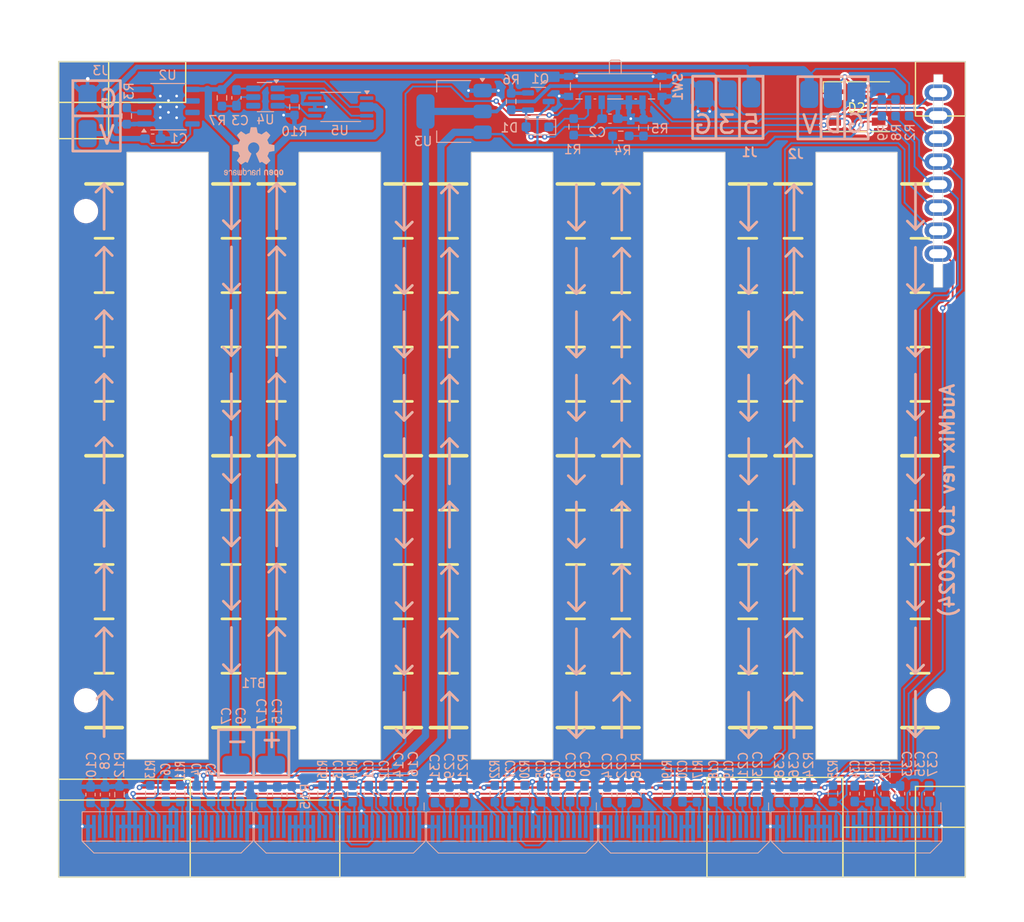
<source format=kicad_pcb>
(kicad_pcb (version 20240108) (generator "pcbnew") (generator_version "8.0")
  (layers (0 "F.Cu" signal) (31 "B.Cu" signal) (34 "B.Paste" user) (35 "F.Paste" user) (36 "B.SilkS" user "B.Silkscreen") (37 "F.SilkS" user "F.Silkscreen") (38 "B.Mask" user) (39 "F.Mask" user) (44 "Edge.Cuts" user))
  (net 0 "")
  (net 1 "+BATT")
  (net 2 "Net-(BT1--)")
  (net 3 "+5V")
  (net 4 "GND")
  (net 5 "Net-(U4-VCC)")
  (net 6 "+3.3V")
  (net 7 "VCC")
  (net 8 "Net-(U10-C1P)")
  (net 9 "Net-(U10-C1N)")
  (net 10 "Net-(U10-VCOMH)")
  (net 11 "Net-(U10-C2N)")
  (net 12 "Net-(U10-C2P)")
  (net 13 "Net-(U10-VCC)")
  (net 14 "Net-(D1-A)")
  (net 15 "Net-(U1-GPIO5)")
  (net 16 "Net-(U2-PROG)")
  (net 17 "Net-(U4-CS)")
  (net 18 "/I2C_CS1")
  (net 19 "/I2C_SCL")
  (net 20 "/I2C_CS2")
  (net 21 "Net-(U10-IREF)")
  (net 22 "/I2C_CS3")
  (net 23 "/I2C_SDA")
  (net 24 "Net-(U4-OC)")
  (net 25 "Net-(U4-OD)")
  (net 28 "Net-(U10-RES#)")
  (net 29 "/MODE")
  (net 30 "/WS2812B")
  (net 31 "Net-(U1-GPIO7)")
  (net 34 "Net-(U6-RES#)")
  (net 35 "Net-(U6-C1P)")
  (net 36 "Net-(U6-C1N)")
  (net 37 "Net-(U6-VCOMH)")
  (net 38 "Net-(U6-C2P)")
  (net 39 "Net-(U6-C2N)")
  (net 40 "Net-(U6-VCC)")
  (net 41 "Net-(U7-RES#)")
  (net 42 "Net-(U7-C1P)")
  (net 43 "Net-(U7-C1N)")
  (net 44 "Net-(U7-VCOMH)")
  (net 45 "Net-(U7-C2N)")
  (net 46 "Net-(U7-C2P)")
  (net 47 "Net-(U7-VCC)")
  (net 48 "Net-(U8-RES#)")
  (net 49 "Net-(U8-C1P)")
  (net 50 "Net-(U8-C1N)")
  (net 51 "Net-(U8-VCOMH)")
  (net 52 "Net-(U8-C2P)")
  (net 53 "Net-(U8-C2N)")
  (net 54 "Net-(U8-VCC)")
  (net 55 "Net-(U9-RES#)")
  (net 56 "Net-(U9-C1P)")
  (net 57 "Net-(U9-C1N)")
  (net 58 "Net-(U9-VCOMH)")
  (net 59 "Net-(U9-C2P)")
  (net 60 "Net-(U9-C2N)")
  (net 61 "Net-(U9-VCC)")
  (net 62 "/WS2812B_3V3")
  (net 63 "Net-(U6-IREF)")
  (net 64 "Net-(U7-IREF)")
  (net 65 "Net-(U8-IREF)")
  (net 66 "Net-(U9-IREF)")
  (footprint "MountingHole:MountingHole_2.2mm_M2" (layer "F.Cu") (at 53 66.5)
    (property "Reference" "REF**" (hide yes))
    (property "Value" "MountingHole_2.2mm_M2")
  )
  (footprint "MountingHole:MountingHole_2.2mm_M2" (layer "F.Cu") (at 53 120.5)
    (property "Reference" "REF**" (hide yes))
    (property "Value" "MountingHole_2.2mm_M2")
  )
  (footprint "MountingHole:MountingHole_2.2mm_M2" (layer "F.Cu") (at 147 120.5)
    (property "Reference" "REF**" (hide yes))
    (property "Value" "MountingHole_2.2mm_M2")
  )
  (footprint "LED_SMD:LED_WS2812B_PLCC4_5.0x5.0mm_P3.2mm" (layer "F.Cu") (at 137.9875 54.975 180)
    (property "Reference" "D2")
    (property "Value" "WS2812B")
  )
  (footprint "Lib:ESP32-C3_SuperMini_TOP" (layer "F.Cu") (at 147 53.42 -90)
    (property "Reference" "U1" (hide yes))
    (property "Value" "ESP32-C3-SuperMini-left")
    (fp_rect (start -2 -0.5) (end 21.5 0.5) (stroke (width 0.05)) (fill none) (layer "Edge.Cuts"))
  )
  (footprint "Capacitor_SMD:C_0603_1608Metric_Pad1.08x0.95mm_HandSolder" (layer "B.Cu") (at 129.5 130.9 90)
    (property "Reference" "C38")
    (property "Value" "2.2u")
  )
  (footprint "Resistor_SMD:R_0603_1608Metric_Pad0.98x0.95mm_HandSolder" (layer "B.Cu") (at 135.4 130.8 90)
    (property "Reference" "R25")
    (property "Value" "10K")
  )
  (footprint "Resistor_SMD:R_0603_1608Metric_Pad0.98x0.95mm_HandSolder" (layer "B.Cu") (at 120.4 130.8125 -90)
    (property "Reference" "R17")
    (property "Value" "10K")
  )
  (footprint "Lib:0.66_OLED" (layer "B.Cu") (at 81 132.8 180)
    (property "Reference" "U7" (hide yes))
    (property "Value" "SSD1315")
  )
  (footprint "Capacitor_SMD:C_0603_1608Metric_Pad1.08x0.95mm_HandSolder" (layer "B.Cu") (at 99.8 130.8125 90)
    (property "Reference" "C27")
    (property "Value" "2.2u")
  )
  (footprint "Resistor_SMD:R_0603_1608Metric_Pad0.98x0.95mm_HandSolder" (layer "B.Cu") (at 140.8 55.1 -90)
    (property "Reference" "R9")
    (property "Value" "1K")
  )
  (footprint "Resistor_SMD:R_0603_1608Metric_Pad0.98x0.95mm_HandSolder" (layer "B.Cu") (at 114.5 57.3 90)
    (property "Reference" "R5")
    (property "Value" "10K")
  )
  (footprint "Lib:0.66_OLED" (layer "B.Cu") (at 119 132.8 180)
    (property "Reference" "U8" (hide yes))
    (property "Value" "SSD1315")
  )
  (footprint "Capacitor_SMD:C_0603_1608Metric_Pad1.08x0.95mm_HandSolder" (layer "B.Cu") (at 103.2 130.8125 90)
    (property "Reference" "C25")
    (property "Value" "1u")
  )
  (footprint "Capacitor_SMD:C_0603_1608Metric_Pad1.08x0.95mm_HandSolder" (layer "B.Cu") (at 89 130.8125 90)
    (property "Reference" "C16")
    (property "Value" "1u")
  )
  (footprint "Capacitor_SMD:C_0603_1608Metric_Pad1.08x0.95mm_HandSolder" (layer "B.Cu") (at 123.8 130.8125 90)
    (property "Reference" "C19")
    (property "Value" "1u")
  )
  (footprint "Resistor_SMD:R_0603_1608Metric_Pad0.98x0.95mm_HandSolder" (layer "B.Cu") (at 63.4 130.8 -90)
    (property "Reference" "R11")
    (property "Value" "10K")
  )
  (footprint "Capacitor_SMD:C_0603_1608Metric_Pad1.08x0.95mm_HandSolder" (layer "B.Cu") (at 127 130.8125 90)
    (property "Reference" "C23")
    (property "Value" "1u")
  )
  (footprint "Resistor_SMD:R_0603_1608Metric_Pad0.98x0.95mm_HandSolder" (layer "B.Cu") (at 98.1 130.8125 90)
    (property "Reference" "R22")
    (property "Value" "10K")
  )
  (footprint "Resistor_SMD:R_0603_1608Metric_Pad0.98x0.95mm_HandSolder" (layer "B.Cu") (at 117.1 130.8125 90)
    (property "Reference" "R19")
    (property "Value" "10K")
  )
  (footprint "Package_TO_SOT_SMD:SOT-23-6_Handsoldering" (layer "B.Cu") (at 72.8 53.915 180)
    (property "Reference" "U4")
    (property "Value" "DW01A")
  )
  (footprint "Package_SO:HSOP-8-1EP_3.9x4.9mm_P1.27mm_EP2.41x3.1mm" (layer "B.Cu") (at 62.1 54.975)
    (property "Reference" "U2")
    (property "Value" "TP4056")
  )
  (footprint "Capacitor_SMD:C_0603_1608Metric_Pad1.08x0.95mm_HandSolder" (layer "B.Cu") (at 80.8 130.8125 90)
    (property "Reference" "C13")
    (property "Value" "2.2u")
  )
  (footprint "Resistor_SMD:R_0603_1608Metric_Pad0.98x0.95mm_HandSolder" (layer "B.Cu") (at 99.9 54.4 -90)
    (property "Reference" "R6")
    (property "Value" "10K")
  )
  (footprint "Capacitor_SMD:C_0603_1608Metric_Pad1.08x0.95mm_HandSolder" (layer "B.Cu") (at 122.2 130.8125 90)
    (property "Reference" "C18")
    (property "Value" "1u")
  )
  (footprint "Lib:0.66_OLED" (layer "B.Cu") (at 138 132.7875 180)
    (property "Reference" "U10" (hide yes))
    (property "Value" "SSD1315")
  )
  (footprint "Capacitor_SMD:C_0603_1608Metric_Pad1.08x0.95mm_HandSolder" (layer "B.Cu") (at 69.6 54 90)
    (property "Reference" "C3")
    (property "Value" "100n")
  )
  (footprint "Diode_SMD:D_SOD-323_HandSoldering" (layer "B.Cu") (at 102.8 57.2 180)
    (property "Reference" "D1")
    (property "Value" "D")
  )
  (footprint "Resistor_SMD:R_0603_1608Metric_Pad0.98x0.95mm_HandSolder" (layer "B.Cu") (at 75.7 130.9125 90)
    (property "Reference" "R15")
    (property "Value" "390K")
  )
  (footprint "Lib:WS2812B_strip" (layer "B.Cu") (at 135.3875 53.6125)
    (property "Reference" "J2")
    (property "Value" "Conn_01x03_Socket")
  )
  (footprint "Resistor_SMD:R_0603_1608Metric_Pad0.98x0.95mm_HandSolder" (layer "B.Cu") (at 142.3 55.1 -90)
    (property "Reference" "R8")
    (property "Value" "1K")
  )
  (footprint "Capacitor_SMD:C_0603_1608Metric_Pad1.08x0.95mm_HandSolder" (layer "B.Cu") (at 125.4 130.8125 90)
    (property "Reference" "C21")
    (property "Value" "1u")
  )
  (footprint "Capacitor_SMD:C_0603_1608Metric_Pad1.08x0.95mm_HandSolder" (layer "B.Cu") (at 87.4 130.8125 90)
    (property "Reference" "C14")
    (property "Value" "1u")
  )
  (footprint "Capacitor_SMD:C_0603_1608Metric_Pad1.08x0.95mm_HandSolder" (layer "B.Cu") (at 85.8 130.8125 90)
    (property "Reference" "C12")
    (property "Value" "1u")
  )
  (footprint "Capacitor_SMD:C_0603_1608Metric_Pad1.08x0.95mm_HandSolder" (layer "B.Cu") (at 142.8 130.8 90)
    (property "Reference" "C33")
    (property "Value" "1u")
  )
  (footprint "Resistor_SMD:R_0603_1608Metric_Pad0.98x0.95mm_HandSolder" (layer "B.Cu") (at 76 55 -90)
    (property "Reference" "R10")
    (property "Value" "1K")
  )
  (footprint "Capacitor_SMD:C_0603_1608Metric_Pad1.08x0.95mm_HandSolder" (layer "B.Cu") (at 137.8 130.8 90)
    (property "Reference" "C34")
    (property "Value" "2.2u")
  )
  (footprint "Lib:0.66_OLED" (layer "B.Cu") (at 62 132.7875 180)
    (property "Reference" "U6" (hide yes))
    (property "Value" "SSD1315")
  )
  (footprint "Lib:WS2812B_strip_1" (layer "B.Cu") (at 53.5 56 90)
    (property "Reference" "J3")
    (property "Value" "Conn_01x03_Pin")
  )
  (footprint "Package_SO:TSSOP-8_4.4x3mm_P0.65mm" (layer "B.Cu") (at 81.1 55 180)
    (property "Reference" "U5")
    (property "Value" "FS8205A")
  )
  (footprint "Capacitor_SMD:C_0603_1608Metric_Pad1.08x0.95mm_HandSolder" (layer "B.Cu") (at 144.4 130.8 90)
    (property "Reference" "C35")
    (property "Value" "1u")
  )
  (footprint "Lib:MSK-12C031 P3T" (layer "B.Cu") (at 111.54 49.905)
    (property "Reference" "SW1")
    (property "Value" "SW_SP3T")
  )
  (footprint "Capacitor_SMD:C_0603_1608Metric_Pad1.08x0.95mm_HandSolder" (layer "B.Cu") (at 141.2 130.8 90)
    (property "Reference" "C32")
    (property "Value" "1u")
  )
  (footprint "Capacitor_SMD:C_0603_1608Metric_Pad1.08x0.95mm_HandSolder" (layer "B.Cu") (at 110.8 56.3)
    (property "Reference" "C2")
    (property "Value" "2.2u")
  )
  (footprint "Capacitor_SMD:C_0603_1608Metric_Pad1.08x0.95mm_HandSolder" (layer "B.Cu") (at 66.8 130.8 90)
    (property "Reference" "C5")
    (property "Value" "1u")
  )
  (footprint "Resistor_SMD:R_0603_1608Metric_Pad0.98x0.95mm_HandSolder" (layer "B.Cu") (at 106.8 57.2 90)
    (property "Reference" "R1")
    (property "Value" "10K")
  )
  (footprint "Capacitor_SMD:C_0603_1608Metric_Pad1.08x0.95mm_HandSolder" (layer "B.Cu") (at 70 130.8 90)
    (property "Reference" "C9")
    (property "Value" "1u")
  )
  (footprint "Capacitor_SMD:C_0603_1608Metric_Pad1.08x0.95mm_HandSolder" (layer "B.Cu") (at 60.3625 58.5)
    (property "Reference" "C1")
    (property "Value" "2.2u")
  )
  (footprint "Package_TO_SOT_SMD:SOT-23-3" (layer "B.Cu") (at 102.9 54.4)
    (property "Reference" "Q1")
    (property "Value" "PMOS")
  )
  (footprint "Resistor_SMD:R_0603_1608Metric_Pad0.98x0.95mm_HandSolder" (layer "B.Cu") (at 79.1 130.8125 90)
    (property "Reference" "R16")
    (property "Value" "10K")
  )
  (footprint "Resistor_SMD:R_0603_1608Metric_Pad0.98x0.95mm_HandSolder" (layer "B.Cu") (at 57.5 56 -90)
    (property "Reference" "R3")
    (property "Value" "1.2K")
  )
  (footprint "Resistor_SMD:R_0603_1608Metric_Pad0.98x0.95mm_HandSolder" (layer "B.Cu") (at 112 58.2)
    (property "Reference" "R4")
    (property "Value" "10K")
  )
  (footprint "Resistor_SMD:R_0603_1608Metric_Pad0.98x0.95mm_HandSolder" (layer "B.Cu") (at 101.4 130.8125 -90)
    (property "Reference" "R20")
    (property "Value" "10K")
  )
  (footprint "Capacitor_SMD:C_0603_1608Metric_Pad1.08x0.95mm_HandSolder" (layer "B.Cu") (at 108 130.8125 90)
    (property "Reference" "C30")
    (property "Value" "1u")
  )
  (footprint "Capacitor_SMD:C_0603_1608Metric_Pad1.08x0.95mm_HandSolder" (layer "B.Cu") (at 112.1 130.9125 90)
    (property "Reference" "C22")
    (property "Value" "2.2u")
  )
  (footprint "Capacitor_SMD:C_0603_1608Metric_Pad1.08x0.95mm_HandSolder" (layer "B.Cu") (at 93.1 130.9125 90)
    (property "Reference" "C29")
    (property "Value" "2.2u")
  )
  (footprint "Capacitor_SMD:C_0603_1608Metric_Pad1.08x0.95mm_HandSolder" (layer "B.Cu") (at 106.4 130.8125 90)
    (property "Reference" "C28")
    (property "Value" "1u")
  )
  (footprint "Resistor_SMD:R_0603_1608Metric_Pad0.98x0.95mm_HandSolder" (layer "B.Cu") (at 113.7 130.9125 90)
    (property "Reference" "R18")
    (property "Value" "390K")
  )
  (footprint "Lib:Battery" (layer "B.Cu") (at 71.5 123.725 180)
    (property "Reference" "BT1")
    (property "Value" "Battery_Cell")
  )
  (footprint "Lib:0.66_OLED" (layer "B.Cu") (at 100 132.8 180)
    (property "Reference" "U9" (hide yes))
    (property "Value" "SSD1315")
  )
  (footprint "Resistor_SMD:R_0603_1608Metric_Pad0.98x0.95mm_HandSolder" (layer "B.Cu") (at 132.7 130.9 90)
    (property "Reference" "R24")
    (property "Value" "390K")
  )
  (footprint "Capacitor_SMD:C_0603_1608Metric_Pad1.08x0.95mm_HandSolder" (layer "B.Cu") (at 110.5 130.9125 90)
    (property "Reference" "C24")
    (property "Value" "2.2u")
  )
  (footprint "Capacitor_SMD:C_0603_1608Metric_Pad1.08x0.95mm_HandSolder" (layer "B.Cu") (at 118.8 130.8125 90)
    (property "Reference" "C20")
    (property "Value" "2.2u")
  )
  (footprint "Resistor_SMD:R_0603_1608Metric_Pad0.98x0.95mm_HandSolder" (layer "B.Cu") (at 68 54 -90)
    (property "Reference" "R7")
    (property "Value" "100")
  )
  (footprint "Capacitor_SMD:C_0603_1608Metric_Pad1.08x0.95mm_HandSolder" (layer "B.Cu") (at 65.2 130.8 90)
    (property "Reference" "C4")
    (property "Value" "1u")
  )
  (footprint "Resistor_SMD:R_0603_1608Metric_Pad0.98x0.95mm_HandSolder" (layer "B.Cu") (at 143.8 55.1 90)
    (property "Reference" "R2")
    (property "Value" "10K")
  )
  (footprint "Resistor_SMD:R_0603_1608Metric_Pad0.98x0.95mm_HandSolder" (layer "B.Cu") (at 82.4 130.8125 -90)
    (property "Reference" "R14")
    (property "Value" "10K")
  )
  (footprint "Symbol:OSHW-Logo2_7.3x6mm_SilkScreen" (layer "B.Cu") (at 71.5 60 180)
    (property "Reference" "REF**" (hide yes))
    (property "Value" "OSHW-Logo2_7.3x6mm_SilkScreen" (hide yes))
  )
  (footprint "Capacitor_SMD:C_0603_1608Metric_Pad1.08x0.95mm_HandSolder" (layer "B.Cu") (at 53.5 130.9 90)
    (property "Reference" "C10")
    (property "Value" "2.2u")
  )
  (footprint "Resistor_SMD:R_0603_1608Metric_Pad0.98x0.95mm_HandSolder" (layer "B.Cu") (at 60.1 130.8 90)
    (property "Reference" "R13")
    (property "Value" "10K")
  )
  (footprint "Package_TO_SOT_SMD:SOT-223-3_TabPin2" (layer "B.Cu") (at 93.6 55.5 180)
    (property "Reference" "U3")
    (property "Value" "AP1117-33")
  )
  (footprint "Capacitor_SMD:C_0603_1608Metric_Pad1.08x0.95mm_HandSolder" (layer "B.Cu") (at 61.8 130.8 90)
    (property "Reference" "C6")
    (property "Value" "2.2u")
  )
  (footprint "Capacitor_SMD:C_0603_1608Metric_Pad1.08x0.95mm_HandSolder" (layer "B.Cu") (at 84.2 130.8125 90)
    (property "Reference" "C11")
    (property "Value" "1u")
  )
  (footprint "Capacitor_SMD:C_0603_1608Metric_Pad1.08x0.95mm_HandSolder" (layer "B.Cu") (at 74.1 130.9125 90)
    (property "Reference" "C15")
    (property "Value" "2.2u")
  )
  (footprint "Capacitor_SMD:C_0603_1608Metric_Pad1.08x0.95mm_HandSolder" (layer "B.Cu") (at 91.5 130.9125 90)
    (property "Reference" "C31")
    (property "Value" "2.2u")
  )
  (footprint "Capacitor_SMD:C_0603_1608Metric_Pad1.08x0.95mm_HandSolder" (layer "B.Cu") (at 55.1 130.9 90)
    (property "Reference" "C8")
    (property "Value" "2.2u")
  )
  (footprint "Capacitor_SMD:C_0603_1608Metric_Pad1.08x0.95mm_HandSolder" (layer "B.Cu") (at 131.1 130.9 90)
    (property "Reference" "C36")
    (property "Value" "2.2u")
  )
  (footprint "Resistor_SMD:R_0603_1608Metric_Pad0.98x0.95mm_HandSolder" (layer "B.Cu") (at 139.4 130.8 -90)
    (property "Reference" "R23")
    (property "Value" "10K")
  )
  (footprint "Resistor_SMD:R_0603_1608Metric_Pad0.98x0.95mm_HandSolder" (layer "B.Cu") (at 56.7 130.9 90)
    (property "Reference" "R12")
    (property "Value" "390K")
  )
  (footprint "Resistor_SMD:R_0603_1608Metric_Pad0.98x0.95mm_HandSolder" (layer "B.Cu") (at 94.7 130.9125 90)
    (property "Reference" "R21")
    (property "Value" "390K")
  )
  (footprint "Capacitor_SMD:C_0603_1608Metric_Pad1.08x0.95mm_HandSolder" (layer "B.Cu") (at 68.4 130.8 90)
    (property "Reference" "C7")
    (property "Value" "1u")
  )
  (footprint "Lib:Crossboard" (layer "B.Cu") (at 123.7875 51.6125)
    (property "Reference" "J1")
    (property "Value" "Conn_01x03_Socket")
  )
  (footprint "Capacitor_SMD:C_0603_1608Metric_Pad1.08x0.95mm_HandSolder" (layer "B.Cu") (at 146 130.8 90)
    (property "Reference" "C37")
    (property "Value" "1u")
  )
  (footprint "Capacitor_SMD:C_0603_1608Metric_Pad1.08x0.95mm_HandSolder" (layer "B.Cu") (at 72.5 130.9125 90)
    (property "Reference" "C17")
    (property "Value" "2.2u")
  )
  (footprint "Capacitor_SMD:C_0603_1608Metric_Pad1.08x0.95mm_HandSolder" (layer "B.Cu") (at 104.8 130.8125 90)
    (property "Reference" "C26")
    (property "Value" "1u")
  )
  (gr_line (start 88.1 68.6) (end 87.2 67.7) (stroke (width 0.3)) (layer "B.SilkS"))
  (gr_line (start 88.1 124.6) (end 89 123.7) (stroke (width 0.3)) (layer "B.SilkS"))
  (gr_line (start 93.1 112.6) (end 94 113.5) (stroke (width 0.3)) (layer "B.SilkS"))
  (gr_line (start 93.1 98.6) (end 92.2 99.5) (stroke (width 0.3)) (layer "B.SilkS"))
  (gr_line (start 55 89.5) (end 55 84.5) (stroke (width 0.3)) (layer "B.SilkS"))
  (gr_line (start 112.1 63.6) (end 113 64.5) (stroke (width 0.3)) (layer "B.SilkS"))
  (gr_line (start 112.1 75.6) (end 112.1 70.6) (stroke (width 0.3)) (layer "B.SilkS"))
  (gr_line (start 55 70.5) (end 54.1 71.4) (stroke (width 0.3)) (layer "B.SilkS"))
  (gr_line (start 144.5 75.5) (end 143.6 74.6) (stroke (width 0.3)) (layer "B.SilkS"))
  (gr_line (start 107.1 82.6) (end 106.2 81.7) (stroke (width 0.3)) (layer "B.SilkS"))
  (gr_line (start 74.05 68.45) (end 74.05 63.45) (stroke (width 0.3)) (layer "B.SilkS"))
  (gr_line (start 107.1 82.6) (end 108 81.7) (stroke (width 0.3)) (layer "B.SilkS"))
  (gr_line (start 107.1 105.6) (end 107.1 110.6) (stroke (width 0.3)) (layer "B.SilkS"))
  (gr_line (start 93.1 75.6) (end 93.1 70.6) (stroke (width 0.3)) (layer "B.SilkS"))
  (gr_line (start 55 119.5) (end 55.9 120.4) (stroke (width 0.3)) (layer "B.SilkS"))
  (gr_line (start 88.1 105.6) (end 88.1 110.6) (stroke (width 0.3)) (layer "B.SilkS"))
  (gr_line (start 74.05 84.45) (end 73.15 85.35) (stroke (width 0.3)) (layer "B.SilkS"))
  (gr_line (start 69.05 112.45) (end 69.05 117.45) (stroke (width 0.3)) (layer "B.SilkS"))
  (gr_line (start 126.1 75.6) (end 127 74.7) (stroke (width 0.3)) (layer "B.SilkS"))
  (gr_line (start 93.1 105.6) (end 94 106.5) (stroke (width 0.3)) (layer "B.SilkS"))
  (gr_line (start 88.1 63.6) (end 88.1 68.6) (stroke (width 0.3)) (layer "B.SilkS"))
  (gr_line (start 55 119.5) (end 54.1 120.4) (stroke (width 0.3)) (layer "B.SilkS"))
  (gr_line (start 131.1 77.6) (end 130.2 78.5) (stroke (width 0.3)) (layer "B.SilkS"))
  (gr_line (start 126.1 110.6) (end 127 109.7) (stroke (width 0.3)) (layer "B.SilkS"))
  (gr_line (start 107.1 75.6) (end 108 74.7) (stroke (width 0.3)) (layer "B.SilkS"))
  (gr_line (start 69.05 103.45) (end 68.15 102.55) (stroke (width 0.3)) (layer "B.SilkS"))
  (gr_line (start 69.05 96.45) (end 68.15 95.55) (stroke (width 0.3)) (layer "B.SilkS"))
  (gr_line (start 74.05 84.45) (end 74.95 85.35) (stroke (width 0.3)) (layer "B.SilkS"))
  (gr_line (start 144.5 82.5) (end 143.6 81.6) (stroke (width 0.3)) (layer "B.SilkS"))
  (gr_line (start 88.1 96.6) (end 89 95.7) (stroke (width 0.3)) (layer "B.SilkS"))
  (gr_line (start 144.5 89.5) (end 145.4 88.6) (stroke (width 0.3)) (layer "B.SilkS"))
  (gr_line (start 107.1 68.6) (end 108 67.7) (stroke (width 0.3)) (layer "B.SilkS"))
  (gr_line (start 74.05 91.45) (end 74.95 92.35) (stroke (width 0.3)) (layer "B.SilkS"))
  (gr_line (start 107.1 98.6) (end 107.1 103.6) (stroke (width 0.3)) (layer "B.SilkS"))
  (gr_line (start 93.1 91.6) (end 92.2 92.5) (stroke (width 0.3)) (layer "B.SilkS"))
  (gr_line (start 69.05 82.45) (end 69.95 81.55) (stroke (width 0.3)) (layer "B.SilkS"))
  (gr_line (start 55 110.5) (end 55 105.5) (stroke (width 0.3)) (layer "B.SilkS"))
  (gr_line (start 126.1 82.6) (end 125.2 81.7) (stroke (width 0.3)) (layer "B.SilkS"))
  (gr_line (start 126.1 63.6) (end 126.1 68.6) (stroke (width 0.3)) (layer "B.SilkS"))
  (gr_line (start 55 82.5) (end 55 77.5) (stroke (width 0.3)) (layer "B.SilkS"))
  (gr_line (start 55 77.5) (end 54.1 78.4) (stroke (width 0.3)) (layer "B.SilkS"))
  (gr_line (start 144.5 82.5) (end 145.4 81.6) (stroke (width 0.3)) (layer "B.SilkS"))
  (gr_line (start 93.1 103.6) (end 93.1 98.6) (stroke (width 0.3)) (layer "B.SilkS"))
  (gr_line (start 88.1 124.6) (end 87.2 123.7) (stroke (width 0.3)) (layer "B.SilkS"))
  (gr_line (start 93.1 70.6) (end 92.2 71.5) (stroke (width 0.3)) (layer "B.SilkS"))
  (gr_line (start 74.05 77.45) (end 74.95 78.35) (stroke (width 0.3)) (layer "B.SilkS"))
  (gr_line (start 88.1 91.6) (end 88.1 96.6) (stroke (width 0.3)) (layer "B.SilkS"))
  (gr_line (start 55 117.5) (end 55 112.5) (stroke (width 0.3)) (layer "B.SilkS"))
  (gr_line (start 55 68.5) (end 55 63.5) (stroke (width 0.3)) (layer "B.SilkS"))
  (gr_line (start 126.1 98.6) (end 126.1 103.6) (stroke (width 0.3)) (layer "B.SilkS"))
  (gr_line (start 93.1 63.6) (end 92.2 64.5) (stroke (width 0.3)) (layer "B.SilkS"))
  (gr_line (start 126.1 89.6) (end 125.2 88.7) (stroke (width 0.3)) (layer "B.SilkS"))
  (gr_line (start 112.1 119.6) (end 111.2 120.5) (stroke (width 0.3)) (layer "B.SilkS"))
  (gr_line (start 88.1 110.6) (end 89 109.7) (stroke (width 0.3)) (layer "B.SilkS"))
  (gr_line (start 69.05 89.45) (end 69.95 88.55) (stroke (width 0.3)) (layer "B.SilkS"))
  (gr_line (start 144.5 124.5) (end 143.6 123.6) (stroke (width 0.3)) (layer "B.SilkS"))
  (gr_line (start 144.5 68.5) (end 143.6 67.6) (stroke (width 0.3)) (layer "B.SilkS"))
  (gr_line (start 69.05 105.45) (end 69.05 110.45) (stroke (width 0.3)) (layer "B.SilkS"))
  (gr_line (start 144.5 68.5) (end 145.4 67.6) (stroke (width 0.3)) (layer "B.SilkS"))
  (gr_line (start 107.1 103.6) (end 106.2 102.7) (stroke (width 0.3)) (layer "B.SilkS"))
  (gr_line (start 69.05 110.45) (end 69.95 109.55) (stroke (width 0.3)) (layer "B.SilkS"))
  (gr_line (start 74.05 98.45) (end 73.15 99.35) (stroke (width 0.3)) (layer "B.SilkS"))
  (gr_line (start 93.1 119.6) (end 92.2 120.5) (stroke (width 0.3)) (layer "B.SilkS"))
  (gr_line (start 88.1 70.6) (end 88.1 75.6) (stroke (width 0.3)) (layer "B.SilkS"))
  (gr_line (start 55 105.5) (end 55.9 106.4) (stroke (width 0.3)) (layer "B.SilkS"))
  (gr_line (start 126.1 68.6) (end 125.2 67.7) (stroke (width 0.3)) (layer "B.SilkS"))
  (gr_line (start 88.1 98.6) (end 88.1 103.6) (stroke (width 0.3)) (layer "B.SilkS"))
  (gr_line (start 88.1 119.6) (end 88.1 124.6) (stroke (width 0.3)) (layer "B.SilkS"))
  (gr_line (start 74.05 89.45) (end 74.05 84.45) (stroke (width 0.3)) (layer "B.SilkS"))
  (gr_line (start 88.1 96.6) (end 87.2 95.7) (stroke (width 0.3)) (layer "B.SilkS"))
  (gr_line (start 144.5 105.5) (end 144.5 110.5) (stroke (width 0.3)) (layer "B.SilkS"))
  (gr_line (start 107.1 89.6) (end 106.2 88.7) (stroke (width 0.3)) (layer "B.SilkS"))
  (gr_line (start 112.1 117.6) (end 112.1 112.6) (stroke (width 0.3)) (layer "B.SilkS"))
  (gr_line (start 131.1 124.6) (end 131.1 119.6) (stroke (width 0.3)) (layer "B.SilkS"))
  (gr_line (start 55 91.5) (end 55.9 92.4) (stroke (width 0.3)) (layer "B.SilkS"))
  (gr_line (start 93.1 77.6) (end 92.2 78.5) (stroke (width 0.3)) (layer "B.SilkS"))
  (gr_line (start 131.1 119.6) (end 132 120.5) (stroke (width 0.3)) (layer "B.SilkS"))
  (gr_line (start 144.5 75.5) (end 145.4 74.6) (stroke (width 0.3)) (layer "B.SilkS"))
  (gr_line (start 107.1 124.6) (end 108 123.7) (stroke (width 0.3)) (layer "B.SilkS"))
  (gr_line (start 93.1 105.6) (end 92.2 106.5) (stroke (width 0.3)) (layer "B.SilkS"))
  (gr_line (start 131.1 98.6) (end 132 99.5) (stroke (width 0.3)) (layer "B.SilkS"))
  (gr_line (start 131.1 98.6) (end 130.2 99.5) (stroke (width 0.3)) (layer "B.SilkS"))
  (gr_line (start 131.1 119.6) (end 130.2 120.5) (stroke (width 0.3)) (layer "B.SilkS"))
  (gr_line (start 112.1 119.6) (end 113 120.5) (stroke (width 0.3)) (layer "B.SilkS"))
  (gr_line (start 55 98.5) (end 54.1 99.4) (stroke (width 0.3)) (layer "B.SilkS"))
  (gr_line (start 55 124.5) (end 55 119.5) (stroke (width 0.3)) (layer "B.SilkS"))
  (gr_line (start 126.1 105.6) (end 126.1 110.6) (stroke (width 0.3)) (layer "B.SilkS"))
  (gr_line (start 74.05 117.45) (end 74.05 112.45) (stroke (width 0.3)) (layer "B.SilkS"))
  (gr_line (start 93.1 124.6) (end 93.1 119.6) (stroke (width 0.3)) (layer "B.SilkS"))
  (gr_line (start 131.1 105.6) (end 132 106.5) (stroke (width 0.3)) (layer "B.SilkS"))
  (gr_line (start 144.5 63.5) (end 144.5 68.5) (stroke (width 0.3)) (layer "B.SilkS"))
  (gr_line (start 126.1 110.6) (end 125.2 109.7) (stroke (width 0.3)) (layer "B.SilkS"))
  (gr_line (start 126.1 75.6) (end 125.2 74.7) (stroke (width 0.3)) (layer "B.SilkS"))
  (gr_line (start 55 112.5) (end 54.1 113.4) (stroke (width 0.3)) (layer "B.SilkS"))
  (gr_line (start 93.1 98.6) (end 94 99.5) (stroke (width 0.3)) (layer "B.SilkS"))
  (gr_line (start 126.1 96.6) (end 125.2 95.7) (stroke (width 0.3)) (layer "B.SilkS"))
  (gr_line (start 107.1 68.6) (end 106.2 67.7) (stroke (width 0.3)) (layer "B.SilkS"))
  (gr_line (start 131.1 105.6) (end 130.2 106.5) (stroke (width 0.3)) (layer "B.SilkS"))
  (gr_line (start 131.1 84.6) (end 132 85.5) (stroke (width 0.3)) (layer "B.SilkS"))
  (gr_line (start 69.05 91.45) (end 69.05 96.45) (stroke (width 0.3)) (layer "B.SilkS"))
  (gr_line (start 112.1 84.6) (end 113 85.5) (stroke (width 0.3)) (layer "B.SilkS"))
  (gr_line (start 144.5 110.5) (end 143.6 109.6) (stroke (width 0.3)) (layer "B.SilkS"))
  (gr_line (start 74.05 96.45) (end 74.05 91.45) (stroke (width 0.3)) (layer "B.SilkS"))
  (gr_line (start 88.1 77.6) (end 88.1 82.6) (stroke (width 0.3)) (layer "B.SilkS"))
  (gr_line (start 131.1 103.6) (end 131.1 98.6) (stroke (width 0.3)) (layer "B.SilkS"))
  (gr_line (start 112.1 63.6) (end 111.2 64.5) (stroke (width 0.3)) (layer "B.SilkS"))
  (gr_line (start 88.1 82.6) (end 89 81.7) (stroke (width 0.3)) (layer "B.SilkS"))
  (gr_line (start 107.1 112.6) (end 107.1 117.6) (stroke (width 0.3)) (layer "B.SilkS"))
  (gr_line (start 55 63.5) (end 55.9 64.4) (stroke (width 0.3)) (layer "B.SilkS"))
  (gr_line (start 69.05 68.45) (end 69.95 67.55) (stroke (width 0.3)) (layer "B.SilkS"))
  (gr_line (start 69.05 103.45) (end 69.95 102.55) (stroke (width 0.3)) (layer "B.SilkS"))
  (gr_line (start 69.05 75.45) (end 68.15 74.55) (stroke (width 0.3)) (layer "B.SilkS"))
  (gr_line (start 74.05 75.45) (end 74.05 70.45) (stroke (width 0.3)) (layer "B.SilkS"))
  (gr_line (start 93.1 68.6) (end 93.1 63.6) (stroke (width 0.3)) (layer "B.SilkS"))
  (gr_line (start 131.1 112.6) (end 130.2 113.5) (stroke (width 0.3)) (layer "B.SilkS"))
  (gr_line (start 74.05 77.45) (end 73.15 78.35) (stroke (width 0.3)) (layer "B.SilkS"))
  (gr_line (start 126.1 77.6) (end 126.1 82.6) (stroke (width 0.3)) (layer "B.SilkS"))
  (gr_line (start 69.05 96.45) (end 69.95 95.55) (stroke (width 0.3)) (layer "B.SilkS"))
  (gr_line (start 74.05 82.45) (end 74.05 77.45) (stroke (width 0.3)) (layer "B.SilkS"))
  (gr_line (start 74.05 103.45) (end 74.05 98.45) (stroke (width 0.3)) (layer "B.SilkS"))
  (gr_line (start 55 75.5) (end 55 70.5) (stroke (width 0.3)) (layer "B.SilkS"))
  (gr_line (start 131.1 89.6) (end 131.1 84.6) (stroke (width 0.3)) (layer "B.SilkS"))
  (gr_line (start 126.1 68.6) (end 127 67.7) (stroke (width 0.3)) (layer "B.SilkS"))
  (gr_line (start 93.1 84.6) (end 94 85.5) (stroke (width 0.3)) (layer "B.SilkS"))
  (gr_line (start 88.1 82.6) (end 87.2 81.7) (stroke (width 0.3)) (layer "B.SilkS"))
  (gr_line (start 112.1 68.6) (end 112.1 63.6) (stroke (width 0.3)) (layer "B.SilkS"))
  (gr_line (start 144.5 110.5) (end 145.4 109.6) (stroke (width 0.3)) (layer "B.SilkS"))
  (gr_line (start 131.1 84.6) (end 130.2 85.5) (stroke (width 0.3)) (layer "B.SilkS"))
  (gr_line (start 55 112.5) (end 55.9 113.4) (stroke (width 0.3)) (layer "B.SilkS"))
  (gr_line (start 74.05 105.45) (end 74.95 106.35) (stroke (width 0.3)) (layer "B.SilkS"))
  (gr_line (start 112.1 96.6) (end 112.1 91.6) (stroke (width 0.3)) (layer "B.SilkS"))
  (gr_line (start 144.5 117.5) (end 143.6 116.6) (stroke (width 0.3)) (layer "B.SilkS"))
  (gr_line (start 131.1 75.6) (end 131.1 70.6) (stroke (width 0.3)) (layer "B.SilkS"))
  (gr_line (start 55 98.5) (end 55.9 99.4) (stroke (width 0.3)) (layer "B.SilkS"))
  (gr_line (start 74.05 112.45) (end 73.15 113.35) (stroke (width 0.3)) (layer "B.SilkS"))
  (gr_line (start 126.1 117.6) (end 127 116.7) (stroke (width 0.3)) (layer "B.SilkS"))
  (gr_line (start 107.1 117.6) (end 108 116.7) (stroke (width 0.3)) (layer "B.SilkS"))
  (gr_line (start 144.5 84.5) (end 144.5 89.5) (stroke (width 0.3)) (layer "B.SilkS"))
  (gr_line (start 69.05 89.45) (end 68.15 88.55) (stroke (width 0.3)) (layer "B.SilkS"))
  (gr_line (start 55 77.5) (end 55.9 78.4) (stroke (width 0.3)) (layer "B.SilkS"))
  (gr_line (start 69.05 63.45) (end 69.05 68.45) (stroke (width 0.3)) (layer "B.SilkS"))
  (gr_line (start 107.1 117.6) (end 106.2 116.7) (stroke (width 0.3)) (layer "B.SilkS"))
  (gr_line (start 74.05 112.45) (end 74.95 113.35) (stroke (width 0.3)) (layer "B.SilkS"))
  (gr_line (start 144.5 91.5) (end 144.5 96.5) (stroke (width 0.3)) (layer "B.SilkS"))
  (gr_line (start 93.1 96.6) (end 93.1 91.6) (stroke (width 0.3)) (layer "B.SilkS"))
  (gr_line (start 69.05 117.45) (end 69.95 116.55) (stroke (width 0.3)) (layer "B.SilkS"))
  (gr_line (start 107.1 110.6) (end 108 109.7) (stroke (width 0.3)) (layer "B.SilkS"))
  (gr_line (start 69.05 98.45) (end 69.05 103.45) (stroke (width 0.3)) (layer "B.SilkS"))
  (gr_line (start 126.1 124.6) (end 127 123.7) (stroke (width 0.3)) (layer "B.SilkS"))
  (gr_line (start 112.1 91.6) (end 111.2 92.5) (stroke (width 0.3)) (layer "B.SilkS"))
  (gr_line (start 107.1 103.6) (end 108 102.7) (stroke (width 0.3)) (layer "B.SilkS"))
  (gr_line (start 74.05 91.45) (end 73.15 92.35) (stroke (width 0.3)) (layer "B.SilkS"))
  (gr_line (start 126.1 124.6) (end 125.2 123.7) (stroke (width 0.3)) (layer "B.SilkS"))
  (gr_line (start 131.1 68.6) (end 131.1 63.6) (stroke (width 0.3)) (layer "B.SilkS"))
  (gr_line (start 112.1 89.6) (end 112.1 84.6) (stroke (width 0.3)) (layer "B.SilkS"))
  (gr_line (start 88.1 103.6) (end 89 102.7) (stroke (width 0.3)) (layer "B.SilkS"))
  (gr_line (start 107.1 70.6) (end 107.1 75.6) (stroke (width 0.3)) (layer "B.SilkS"))
  (gr_line (start 93.1 70.6) (end 94 71.5) (stroke (width 0.3)) (layer "B.SilkS"))
  (gr_line (start 69.05 82.45) (end 68.15 81.55) (stroke (width 0.3)) (layer "B.SilkS"))
  (gr_line (start 88.1 117.6) (end 87.2 116.7) (stroke (width 0.3)) (layer "B.SilkS"))
  (gr_line (start 107.1 96.6) (end 106.2 95.7) (stroke (width 0.3)) (layer "B.SilkS"))
  (gr_line (start 126.1 91.6) (end 126.1 96.6) (stroke (width 0.3)) (layer "B.SilkS"))
  (gr_line (start 112.1 98.6) (end 113 99.5) (stroke (width 0.3)) (layer "B.SilkS"))
  (gr_line (start 107.1 84.6) (end 107.1 89.6) (stroke (width 0.3)) (layer "B.SilkS"))
  (gr_line (start 74.05 70.45) (end 74.95 71.35) (stroke (width 0.3)) (layer "B.SilkS"))
  (gr_line (start 55 96.5) (end 55 91.5) (stroke (width 0.3)) (layer "B.SilkS"))
  (gr_line (start 112.1 98.6) (end 111.2 99.5) (stroke (width 0.3)) (layer "B.SilkS"))
  (gr_line (start 69.05 70.45) (end 69.05 75.45) (stroke (width 0.3)) (layer "B.SilkS"))
  (gr_line (start 131.1 110.6) (end 131.1 105.6) (stroke (width 0.3)) (layer "B.SilkS"))
  (gr_line (start 131.1 96.6) (end 131.1 91.6) (stroke (width 0.3)) (layer "B.SilkS"))
  (gr_line (start 131.1 63.6) (end 130.2 64.5) (stroke (width 0.3)) (layer "B.SilkS"))
  (gr_line (start 93.1 117.6) (end 93.1 112.6) (stroke (width 0.3)) (layer "B.SilkS"))
  (gr_line (start 55 105.5) (end 54.1 106.4) (stroke (width 0.3)) (layer "B.SilkS"))
  (gr_line (start 69.05 117.45) (end 68.15 116.55) (stroke (width 0.3)) (layer "B.SilkS"))
  (gr_line (start 93.1 91.6) (end 94 92.5) (stroke (width 0.3)) (layer "B.SilkS"))
  (gr_line (start 69.05 77.45) (end 69.05 82.45) (stroke (width 0.3)) (layer "B.SilkS"))
  (gr_line (start 131.1 70.6) (end 130.2 71.5) (stroke (width 0.3)) (layer "B.SilkS"))
  (gr_line (start 107.1 119.6) (end 107.1 124.6) (stroke (width 0.3)) (layer "B.SilkS"))
  (gr_line (start 144.5 117.5) (end 145.4 116.6) (stroke (width 0.3)) (layer "B.SilkS"))
  (gr_line (start 126.1 82.6) (end 127 81.7) (stroke (width 0.3)) (layer "B.SilkS"))
  (gr_line (start 131.1 63.6) (end 132 64.5) (stroke (width 0.3)) (layer "B.SilkS"))
  (gr_line (start 74.05 63.45) (end 73.15 64.35) (stroke (width 0.3)) (layer "B.SilkS"))
  (gr_line (start 131.1 70.6) (end 132 71.5) (stroke (width 0.3)) (layer "B.SilkS"))
  (gr_line (start 88.1 89.6) (end 89 88.7) (stroke (width 0.3)) (layer "B.SilkS"))
  (gr_line (start 93.1 89.6) (end 93.1 84.6) (stroke (width 0.3)) (layer "B.SilkS"))
  (gr_line (start 88.1 68.6) (end 89 67.7) (stroke (width 0.3)) (layer "B.SilkS"))
  (gr_line (start 69.05 75.45) (end 69.95 74.55) (stroke (width 0.3)) (layer "B.SilkS"))
  (gr_line (start 107.1 77.6) (end 107.1 82.6) (stroke (width 0.3)) (layer "B.SilkS"))
  (gr_line (start 112.1 77.6) (end 113 78.5) (stroke (width 0.3)) (layer "B.SilkS"))
  (gr_line (start 69.05 110.45) (end 68.15 109.55) (stroke (width 0.3)) (layer "B.SilkS"))
  (gr_line (start 112.1 91.6) (end 113 92.5) (stroke (width 0.3)) (layer "B.SilkS"))
  (gr_line (start 112.1 103.6) (end 112.1 98.6) (stroke (width 0.3)) (layer "B.SilkS"))
  (gr_line (start 126.1 70.6) (end 126.1 75.6) (stroke (width 0.3)) (layer "B.SilkS"))
  (gr_line (start 107.1 91.6) (end 107.1 96.6) (stroke (width 0.3)) (layer "B.SilkS"))
  (gr_line (start 93.1 84.6) (end 92.2 85.5) (stroke (width 0.3)) (layer "B.SilkS"))
  (gr_line (start 74.05 70.45) (end 73.15 71.35) (stroke (width 0.3)) (layer "B.SilkS"))
  (gr_line (start 55 84.5) (end 55.9 85.4) (stroke (width 0.3)) (layer "B.SilkS"))
  (gr_line (start 93.1 119.6) (end 94 120.5) (stroke (width 0.3)) (layer "B.SilkS"))
  (gr_line (start 112.1 70.6) (end 113 71.5) (stroke (width 0.3)) (layer "B.SilkS"))
  (gr_line (start 55 63.5) (end 54.1 64.4) (stroke (width 0.3)) (layer "B.SilkS"))
  (gr_line (start 107.1 110.6) (end 106.2 109.7) (stroke (width 0.3)) (layer "B.SilkS"))
  (gr_line (start 55 91.5) (end 54.1 92.4) (stroke (width 0.3)) (layer "B.SilkS"))
  (gr_line (start 144.5 98.5) (end 144.5 103.5) (stroke (width 0.3)) (layer "B.SilkS"))
  (gr_line (start 126.1 119.6) (end 126.1 124.6) (stroke (width 0.3)) (layer "B.SilkS"))
  (gr_line (start 112.1 105.6) (end 111.2 106.5) (stroke (width 0.3)) (layer "B.SilkS"))
  (gr_line (start 88.1 110.6) (end 87.2 109.7) (stroke (width 0.3)) (layer "B.SilkS"))
  (gr_line (start 69.05 68.45) (end 68.15 67.55) (stroke (width 0.3)) (layer "B.SilkS"))
  (gr_line (start 55 70.5) (end 55.9 71.4) (stroke (width 0.3)) (layer "B.SilkS"))
  (gr_line (start 126.1 84.6) (end 126.1 89.6) (stroke (width 0.3)) (layer "B.SilkS"))
  (gr_line (start 74.05 105.45) (end 73.15 106.35) (stroke (width 0.3)) (layer "B.SilkS"))
  (gr_line (start 88.1 75.6) (end 89 74.7) (stroke (width 0.3)) (layer "B.SilkS"))
  (gr_line (start 131.1 82.6) (end 131.1 77.6) (stroke (width 0.3)) (layer "B.SilkS"))
  (gr_line (start 107.1 96.6) (end 108 95.7) (stroke (width 0.3)) (layer "B.SilkS"))
  (gr_line (start 126.1 103.6) (end 125.2 102.7) (stroke (width 0.3)) (layer "B.SilkS"))
  (gr_line (start 112.1 124.6) (end 112.1 119.6) (stroke (width 0.3)) (layer "B.SilkS"))
  (gr_line (start 74.05 63.45) (end 74.95 64.35) (stroke (width 0.3)) (layer "B.SilkS"))
  (gr_line (start 107.1 89.6) (end 108 88.7) (stroke (width 0.3)) (layer "B.SilkS"))
  (gr_line (start 93.1 82.6) (end 93.1 77.6) (stroke (width 0.3)) (layer "B.SilkS"))
  (gr_line (start 93.1 110.6) (end 93.1 105.6) (stroke (width 0.3)) (layer "B.SilkS"))
  (gr_line (start 88.1 75.6) (end 87.2 74.7) (stroke (width 0.3)) (layer "B.SilkS"))
  (gr_line (start 126.1 117.6) (end 125.2 116.7) (stroke (width 0.3)) (layer "B.SilkS"))
  (gr_line (start 107.1 63.6) (end 107.1 68.6) (stroke (width 0.3)) (layer "B.SilkS"))
  (gr_line (start 112.1 110.6) (end 112.1 105.6) (stroke (width 0.3)) (layer "B.SilkS"))
  (gr_line (start 126.1 89.6) (end 127 88.7) (stroke (width 0.3)) (layer "B.SilkS"))
  (gr_line (start 74.05 110.45) (end 74.05 105.45) (stroke (width 0.3)) (layer "B.SilkS"))
  (gr_line (start 112.1 84.6) (end 111.2 85.5) (stroke (width 0.3)) (layer "B.SilkS"))
  (gr_line (start 107.1 75.6) (end 106.2 74.7) (stroke (width 0.3)) (layer "B.SilkS"))
  (gr_line (start 112.1 70.6) (end 111.2 71.5) (stroke (width 0.3)) (layer "B.SilkS"))
  (gr_line (start 144.5 124.5) (end 145.4 123.6) (stroke (width 0.3)) (layer "B.SilkS"))
  (gr_line (start 144.5 77.5) (end 144.5 82.5) (stroke (width 0.3)) (layer "B.SilkS"))
  (gr_line (start 131.1 91.6) (end 132 92.5) (stroke (width 0.3)) (layer "B.SilkS"))
  (gr_line (start 88.1 117.6) (end 89 116.7) (stroke (width 0.3)) (layer "B.SilkS"))
  (gr_line (start 144.5 112.5) (end 144.5 117.5) (stroke (width 0.3)) (layer "B.SilkS"))
  (gr_line (start 74.05 98.45) (end 74.95 99.35) (stroke (width 0.3)) (layer "B.SilkS"))
  (gr_line (start 126.1 96.6) (end 127 95.7) (stroke (width 0.3)) (layer "B.SilkS"))
  (gr_line (start 144.5 96.5) (end 143.6 95.6) (stroke (width 0.3)) (layer "B.SilkS"))
  (gr_line (start 112.1 112.6) (end 113 113.5) (stroke (width 0.3)) (layer "B.SilkS"))
  (gr_line (start 144.5 119.5) (end 144.5 124.5) (stroke (width 0.3)) (layer "B.SilkS"))
  (gr_line (start 131.1 77.6) (end 132 78.5) (stroke (width 0.3)) (layer "B.SilkS"))
  (gr_line (start 112.1 77.6) (end 111.2 78.5) (stroke (width 0.3)) (layer "B.SilkS"))
  (gr_line (start 131.1 112.6) (end 132 113.5) (stroke (width 0.3)) (layer "B.SilkS"))
  (gr_line (start 93.1 77.6) (end 94 78.5) (stroke (width 0.3)) (layer "B.SilkS"))
  (gr_line (start 55 84.5) (end 54.1 85.4) (stroke (width 0.3)) (layer "B.SilkS"))
  (gr_line (start 107.1 124.6) (end 106.2 123.7) (stroke (width 0.3)) (layer "B.SilkS"))
  (gr_line (start 112.1 82.6) (end 112.1 77.6) (stroke (width 0.3)) (layer "B.SilkS"))
  (gr_line (start 131.1 117.6) (end 131.1 112.6) (stroke (width 0.3)) (layer "B.SilkS"))
  (gr_line (start 88.1 103.6) (end 87.2 102.7) (stroke (width 0.3)) (layer "B.SilkS"))
  (gr_line (start 88.1 112.6) (end 88.1 117.6) (stroke (width 0.3)) (layer "B.SilkS"))
  (gr_line (start 144.5 103.5) (end 143.6 102.6) (stroke (width 0.3)) (layer "B.SilkS"))
  (gr_line (start 93.1 63.6) (end 94 64.5) (stroke (width 0.3)) (layer "B.SilkS"))
  (gr_line (start 93.1 112.6) (end 92.2 113.5) (stroke (width 0.3)) (layer "B.SilkS"))
  (gr_line (start 69.05 84.45) (end 69.05 89.45) (stroke (width 0.3)) (layer "B.SilkS"))
  (gr_line (start 88.1 89.6) (end 87.2 88.7) (stroke (width 0.3)) (layer "B.SilkS"))
  (gr_line (start 144.5 96.5) (end 145.4 95.6) (stroke (width 0.3)) (layer "B.SilkS"))
  (gr_line (start 126.1 112.6) (end 126.1 117.6) (stroke (width 0.3)) (layer "B.SilkS"))
  (gr_line (start 112.1 112.6) (end 111.2 113.5) (stroke (width 0.3)) (layer "B.SilkS"))
  (gr_line (start 144.5 70.5) (end 144.5 75.5) (stroke (width 0.3)) (layer "B.SilkS"))
  (gr_line (start 55 103.5) (end 55 98.5) (stroke (width 0.3)) (layer "B.SilkS"))
  (gr_line (start 112.1 105.6) (end 113 106.5) (stroke (width 0.3)) (layer "B.SilkS"))
  (gr_line (start 144.5 103.5) (end 145.4 102.6) (stroke (width 0.3)) (layer "B.SilkS"))
  (gr_line (start 144.5 89.5) (end 143.6 88.6) (stroke (width 0.3)) (layer "B.SilkS"))
  (gr_line (start 88.1 84.6) (end 88.1 89.6) (stroke (width 0.3)) (layer "B.SilkS"))
  (gr_line (start 126.1 103.6) (end 127 102.7) (stroke (width 0.3)) (layer "B.SilkS"))
  (gr_line (start 131.1 91.6) (end 130.2 92.5) (stroke (width 0.3)) (layer "B.SilkS"))
  (gr_line (start 108 105.5) (end 106 105.5) (stroke (width 0.3)) (layer "F.SilkS"))
  (gr_line (start 144 75.5) (end 146 75.5) (stroke (width 0.3)) (layer "F.SilkS"))
  (gr_line (start 143 93.5) (end 147 93.5) (stroke (width 0.4)) (layer "F.SilkS"))
  (gr_line (start 73 75.5) (end 75 75.5) (stroke (width 0.3)) (layer "F.SilkS"))
  (gr_line (start 94 117.5) (end 92 117.5) (stroke (width 0.3)) (layer "F.SilkS"))
  (gr_line (start 111 81.5) (end 113 81.5) (stroke (width 0.3)) (layer "F.SilkS"))
  (gr_line (start 125 81.5) (end 127 81.5) (stroke (width 0.3)) (layer "F.SilkS"))
  (gr_line (start 86 93.5) (end 90 93.5) (stroke (width 0.4)) (layer "F.SilkS"))
  (gr_line (start 125 69.5) (end 127 69.5) (stroke (width 0.3)) (layer "F.SilkS"))
  (gr_line (start 129 93.5) (end 133 93.5) (stroke (width 0.4)) (layer "F.SilkS"))
  (gr_line (start 94 111.5) (end 92 111.5) (stroke (width 0.3)) (layer "F.SilkS"))
  (gr_line (start 56 105.5) (end 54 105.5) (stroke (width 0.3)) (layer "F.SilkS"))
  (gr_line (start 89 111.5) (end 87 111.5) (stroke (width 0.3)) (layer "F.SilkS"))
  (gr_line (start 105 63.5) (end 109 63.5) (stroke (width 0.4)) (layer "F.SilkS"))
  (gr_line (start 108 99.5) (end 106 99.5) (stroke (width 0.3)) (layer "F.SilkS"))
  (gr_line (start 90 123.5) (end 86 123.5) (stroke (width 0.4)) (layer "F.SilkS"))
  (gr_line (start 144 81.5) (end 146 81.5) (stroke (width 0.3)) (layer "F.SilkS"))
  (gr_line (start 132 111.5) (end 130 111.5) (stroke (width 0.3)) (layer "F.SilkS"))
  (gr_line (start 68 69.5) (end 70 69.5) (stroke (width 0.3)) (layer "F.SilkS"))
  (gr_line (start 70 111.5) (end 68 111.5) (stroke (width 0.3)) (layer "F.SilkS"))
  (gr_line (start 54 87.5) (end 56 87.5) (stroke (width 0.3)) (layer "F.SilkS"))
  (gr_line (start 54 75.5) (end 56 75.5) (stroke (width 0.3)) (layer "F.SilkS"))
  (gr_rect (start 50 50) (end 55.5 58.5) (stroke (width 0.15)) (fill none) (layer "F.SilkS"))
  (gr_rect (start 50 50) (end 64 54.5) (stroke (width 0.15)) (fill none) (layer "F.SilkS"))
  (gr_line (start 114 123.5) (end 110 123.5) (stroke (width 0.4)) (layer "F.SilkS"))
  (gr_line (start 105 93.5) (end 109 93.5) (stroke (width 0.4)) (layer "F.SilkS"))
  (gr_line (start 68 87.5) (end 70 87.5) (stroke (width 0.3)) (layer "F.SilkS"))
  (gr_line (start 113 99.5) (end 111 99.5) (stroke (width 0.3)) (layer "F.SilkS"))
  (gr_line (start 106 81.5) (end 108 81.5) (stroke (width 0.3)) (layer "F.SilkS"))
  (gr_line (start 91 93.5) (end 95 93.5) (stroke (width 0.4)) (layer "F.SilkS"))
  (gr_line (start 56 99.5) (end 54 99.5) (stroke (width 0.3)) (layer "F.SilkS"))
  (gr_line (start 87 81.5) (end 89 81.5) (stroke (width 0.3)) (layer "F.SilkS"))
  (gr_line (start 72 93.5) (end 76 93.5) (stroke (width 0.4)) (layer "F.SilkS"))
  (gr_line (start 56 111.5) (end 54 111.5) (stroke (width 0.3)) (layer "F.SilkS"))
  (gr_line (start 125 87.5) (end 127 87.5) (stroke (width 0.3)) (layer "F.SilkS"))
  (gr_line (start 109 123.5) (end 105 123.5) (stroke (width 0.4)) (layer "F.SilkS"))
  (gr_line (start 143 63.5) (end 147 63.5) (stroke (width 0.4)) (layer "F.SilkS"))
  (gr_line (start 75 99.5) (end 73 99.5) (stroke (width 0.3)) (layer "F.SilkS"))
  (gr_line (start 92 75.5) (end 94 75.5) (stroke (width 0.3)) (layer "F.SilkS"))
  (gr_line (start 54 69.5) (end 56 69.5) (stroke (width 0.3)) (layer "F.SilkS"))
  (gr_line (start 127 111.5) (end 125 111.5) (stroke (width 0.3)) (layer "F.SilkS"))
  (gr_line (start 132 99.5) (end 130 99.5) (stroke (width 0.3)) (layer "F.SilkS"))
  (gr_line (start 56 117.5) (end 54 117.5) (stroke (width 0.3)) (layer "F.SilkS"))
  (gr_line (start 87 69.5) (end 89 69.5) (stroke (width 0.3)) (layer "F.SilkS"))
  (gr_line (start 106 87.5) (end 108 87.5) (stroke (width 0.3)) (layer "F.SilkS"))
  (gr_line (start 53 93.5) (end 57 93.5) (stroke (width 0.4)) (layer "F.SilkS"))
  (gr_line (start 68 81.5) (end 70 81.5) (stroke (width 0.3)) (layer "F.SilkS"))
  (gr_line (start 144 87.5) (end 146 87.5) (stroke (width 0.3)) (layer "F.SilkS"))
  (gr_line (start 144 69.5) (end 146 69.5) (stroke (width 0.3)) (layer "F.SilkS"))
  (gr_line (start 86 63.5) (end 90 63.5) (stroke (width 0.4)) (layer "F.SilkS"))
  (gr_line (start 53 63.5) (end 57 63.5) (stroke (width 0.4)) (layer "F.SilkS"))
  (gr_line (start 124 63.5) (end 128 63.5) (stroke (width 0.4)) (layer "F.SilkS"))
  (gr_rect (start 144.5 130) (end 150 140) (stroke (width 0.15)) (fill none) (layer "F.SilkS"))
  (gr_line (start 89 105.5) (end 87 105.5) (stroke (width 0.3)) (layer "F.SilkS"))
  (gr_line (start 76 123.5) (end 72 123.5) (stroke (width 0.4)) (layer "F.SilkS"))
  (gr_line (start 130 87.5) (end 132 87.5) (stroke (width 0.3)) (layer "F.SilkS"))
  (gr_line (start 72 63.5) (end 76 63.5) (stroke (width 0.4)) (layer "F.SilkS"))
  (gr_line (start 89 117.5) (end 87 117.5) (stroke (width 0.3)) (layer "F.SilkS"))
  (gr_line (start 132 105.5) (end 130 105.5) (stroke (width 0.3)) (layer "F.SilkS"))
  (gr_line (start 128 123.5) (end 124 123.5) (stroke (width 0.4)) (layer "F.SilkS"))
  (gr_line (start 127 117.5) (end 125 117.5) (stroke (width 0.3)) (layer "F.SilkS"))
  (gr_line (start 92 81.5) (end 94 81.5) (stroke (width 0.3)) (layer "F.SilkS"))
  (gr_line (start 94 105.5) (end 92 105.5) (stroke (width 0.3)) (layer "F.SilkS"))
  (gr_line (start 92 69.5) (end 94 69.5) (stroke (width 0.3)) (layer "F.SilkS"))
  (gr_line (start 110 93.5) (end 114 93.5) (stroke (width 0.4)) (layer "F.SilkS"))
  (gr_line (start 75 111.5) (end 73 111.5) (stroke (width 0.3)) (layer "F.SilkS"))
  (gr_line (start 73 87.5) (end 75 87.5) (stroke (width 0.3)) (layer "F.SilkS"))
  (gr_line (start 113 105.5) (end 111 105.5) (stroke (width 0.3)) (layer "F.SilkS"))
  (gr_line (start 108 111.5) (end 106 111.5) (stroke (width 0.3)) (layer "F.SilkS"))
  (gr_line (start 125 75.5) (end 127 75.5) (stroke (width 0.3)) (layer "F.SilkS"))
  (gr_rect (start 50 129.2) (end 64.5 140) (stroke (width 0.15)) (fill none) (layer "F.SilkS"))
  (gr_rect (start 144.5 50) (end 150 56) (stroke (width 0.15)) (fill none) (layer "F.SilkS"))
  (gr_line (start 108 117.5) (end 106 117.5) (stroke (width 0.3)) (layer "F.SilkS"))
  (gr_line (start 124 93.5) (end 128 93.5) (stroke (width 0.4)) (layer "F.SilkS"))
  (gr_rect (start 136.5 134.5) (end 150 140) (stroke (width 0.15)) (fill none) (layer "F.SilkS"))
  (gr_line (start 89 99.5) (end 87 99.5) (stroke (width 0.3)) (layer "F.SilkS"))
  (gr_line (start 146 99.5) (end 144 99.5) (stroke (width 0.3)) (layer "F.SilkS"))
  (gr_line (start 71 123.5) (end 67 123.5) (stroke (width 0.4)) (layer "F.SilkS"))
  (gr_line (start 95 123.5) (end 91 123.5) (stroke (width 0.4)) (layer "F.SilkS"))
  (gr_line (start 87 87.5) (end 89 87.5) (stroke (width 0.3)) (layer "F.SilkS"))
  (gr_line (start 87 75.5) (end 89 75.5) (stroke (width 0.3)) (layer "F.SilkS"))
  (gr_line (start 75 105.5) (end 73 105.5) (stroke (width 0.3)) (layer "F.SilkS"))
  (gr_line (start 133 123.5) (end 129 123.5) (stroke (width 0.4)) (layer "F.SilkS"))
  (gr_line (start 130 81.5) (end 132 81.5) (stroke (width 0.3)) (layer "F.SilkS"))
  (gr_line (start 130 69.5) (end 132 69.5) (stroke (width 0.3)) (layer "F.SilkS"))
  (gr_line (start 111 87.5) (end 113 87.5) (stroke (width 0.3)) (layer "F.SilkS"))
  (gr_rect (start 50 131.5) (end 81 140) (stroke (width 0.15)) (fill none) (layer "F.SilkS"))
  (gr_line (start 146 105.5) (end 144 105.5) (stroke (width 0.3)) (layer "F.SilkS"))
  (gr_line (start 106 75.5) (end 108 75.5) (stroke (width 0.3)) (layer "F.SilkS"))
  (gr_line (start 130 75.5) (end 132 75.5) (stroke (width 0.3)) (layer "F.SilkS"))
  (gr_line (start 92 87.5) (end 94 87.5) (stroke (width 0.3)) (layer "F.SilkS"))
  (gr_rect (start 121.5 129) (end 136.5 140) (stroke (width 0.15)) (fill none) (layer "F.SilkS"))
  (gr_line (start 106 69.5) (end 108 69.5) (stroke (width 0.3)) (layer "F.SilkS"))
  (gr_line (start 110 63.5) (end 114 63.5) (stroke (width 0.4)) (layer "F.SilkS"))
  (gr_line (start 146 111.5) (end 144 111.5) (stroke (width 0.3)) (layer "F.SilkS"))
  (gr_line (start 91 63.5) (end 95 63.5) (stroke (width 0.4)) (layer "F.SilkS"))
  (gr_line (start 147 123.5) (end 143 123.5) (stroke (width 0.4)) (layer "F.SilkS"))
  (gr_line (start 73 81.5) (end 75 81.5) (stroke (width 0.3)) (layer "F.SilkS"))
  (gr_line (start 70 105.5) (end 68 105.5) (stroke (width 0.3)) (layer "F.SilkS"))
  (gr_line (start 54 81.5) (end 56 81.5) (stroke (width 0.3)) (layer "F.SilkS"))
  (gr_line (start 127 99.5) (end 125 99.5) (stroke (width 0.3)) (layer "F.SilkS"))
  (gr_line (start 67 93.5) (end 71 93.5) (stroke (width 0.4)) (layer "F.SilkS"))
  (gr_line (start 70 99.5) (end 68 99.5) (stroke (width 0.3)) (layer "F.SilkS"))
  (gr_line (start 94 99.5) (end 92 99.5) (stroke (width 0.3)) (layer "F.SilkS"))
  (gr_line (start 111 69.5) (end 113 69.5) (stroke (width 0.3)) (layer "F.SilkS"))
  (gr_line (start 68 75.5) (end 70 75.5) (stroke (width 0.3)) (layer "F.SilkS"))
  (gr_line (start 57 123.5) (end 53 123.5) (stroke (width 0.4)) (layer "F.SilkS"))
  (gr_line (start 113 111.5) (end 111 111.5) (stroke (width 0.3)) (layer "F.SilkS"))
  (gr_line (start 73 69.5) (end 75 69.5) (stroke (width 0.3)) (layer "F.SilkS"))
  (gr_line (start 132 117.5) (end 130 117.5) (stroke (width 0.3)) (layer "F.SilkS"))
  (gr_line (start 146 117.5) (end 144 117.5) (stroke (width 0.3)) (layer "F.SilkS"))
  (gr_line (start 75 117.5) (end 73 117.5) (stroke (width 0.3)) (layer "F.SilkS"))
  (gr_line (start 111 75.5) (end 113 75.5) (stroke (width 0.3)) (layer "F.SilkS"))
  (gr_line (start 67 63.5) (end 71 63.5) (stroke (width 0.4)) (layer "F.SilkS"))
  (gr_line (start 70 117.5) (end 68 117.5) (stroke (width 0.3)) (layer "F.SilkS"))
  (gr_line (start 113 117.5) (end 111 117.5) (stroke (width 0.3)) (layer "F.SilkS"))
  (gr_line (start 129 63.5) (end 133 63.5) (stroke (width 0.4)) (layer "F.SilkS"))
  (gr_line (start 127 105.5) (end 125 105.5) (stroke (width 0.3)) (layer "F.SilkS"))
  (gr_rect (start 133.5 60) (end 142.5 127) (stroke (width 0.1)) (fill none) (layer "Edge.Cuts"))
  (gr_rect (start 95.5 60) (end 104.5 127) (stroke (width 0.1)) (fill none) (layer "Edge.Cuts"))
  (gr_rect (start 57.5 60) (end 66.5 127) (stroke (width 0.1)) (fill none) (layer "Edge.Cuts"))
  (gr_rect (start 114.5 60) (end 123.5 127) (stroke (width 0.1)) (fill none) (layer "Edge.Cuts"))
  (gr_rect (start 50 50) (end 150 140) (stroke (width 0.1)) (fill none) (layer "Edge.Cuts"))
  (gr_rect (start 76.5 60) (end 85.5 127) (stroke (width 0.1)) (fill none) (layer "Edge.Cuts"))
  (gr_text "AudMix rev 1.0 (2024)" (at 148.9 85.4 90) (layer "B.SilkS") (effects (font (size 1.5 1.5) (thickness 0.3) (bold yes)) (justify left bottom mirror)))
  (segment (start 69.5 127.575) (end 69.55 127.625) (width 0.8) (layer "B.Cu") (net 1))
  (segment (start 69.4875 51.6) (end 87.3 51.6) (width 0.5) (layer "B.Cu") (net 1))
  (segment (start 99.9 53.4875) (end 101.725 53.4875) (width 0.4) (layer "B.Cu") (net 1))
  (segment (start 69.5 59.1) (end 69.5 127.575) (width 0.8) (layer "B.Cu") (net 1))
  (segment (start 99.9 52.6) (end 99.9 53.4875) (width 0.5) (layer "B.Cu") (net 1))
  (segment (start 101.725 53.4875) (end 101.7625 53.45) (width 0.4) (layer "B.Cu") (net 1))
  (segment (start 66.4 53.07) (end 68.0175 53.07) (width 0.5) (layer "B.Cu") (net 1))
  (segment (start 66.5 56.1) (end 69.5 59.1) (width 0.8) (layer "B.Cu") (net 1))
  (segment (start 64.75 53.07) (end 66.4 53.07) (width 0.5) (layer "B.Cu") (net 1))
  (segment (start 87.3 51.6) (end 98.9 51.6) (width 0.5) (layer "B.Cu") (net 1))
  (segment (start 66.5 53.17) (end 66.5 56.1) (width 0.8) (layer "B.Cu") (net 1))
  (segment (start 66.4 53.07) (end 66.5 53.17) (width 0.8) (layer "B.Cu") (net 1))
  (segment (start 68.0175 53.07) (end 69.4875 51.6) (width 0.5) (layer "B.Cu") (net 1))
  (segment (start 98.9 51.6) (end 99.9 52.6) (width 0.5) (layer "B.Cu") (net 1))
  (segment (start 85.4 55.5) (end 85.4 57.6) (width 0.8) (layer "B.Cu") (net 2))
  (segment (start 71.1125 52.965) (end 72.235 52.965) (width 0.2) (layer "B.Cu") (net 2))
  (segment (start 84.8 58.2) (end 75.3 58.2) (width 0.8) (layer "B.Cu") (net 2))
  (segment (start 69.825 53.175) (end 69.2 53.175) (width 0.2) (layer "B.Cu") (net 2))
  (segment (start 85.4 57.6) (end 84.8 58.2) (width 0.8) (layer "B.Cu") (net 2))
  (segment (start 84.9 55) (end 85.4 55.5) (width 0.8) (layer "B.Cu") (net 2))
  (segment (start 72.235 52.965) (end 73 52.2) (width 0.2) (layer "B.Cu") (net 2))
  (segment (start 82.1 55) (end 83.6375 55) (width 0.2) (layer "B.Cu") (net 2))
  (segment (start 83.6375 55) (end 83.9625 54.675) (width 0.2) (layer "B.Cu") (net 2))
  (segment (start 70.035 52.965) (end 69.825 53.175) (width 0.2) (layer "B.Cu") (net 2))
  (segment (start 75.3 58.2) (end 73.45 60.05) (width 0.8) (layer "B.Cu") (net 2))
  (segment (start 83.5 55) (end 84.9 55) (width 0.8) (layer "B.Cu") (net 2))
  (segment (start 79.3 52.2) (end 82.1 55) (width 0.2) (layer "B.Cu") (net 2))
  (segment (start 71.1125 52.965) (end 70.035 52.965) (width 0.2) (layer "B.Cu") (net 2))
  (segment (start 73 52.2) (end 79.3 52.2) (width 0.2) (layer "B.Cu") (net 2))
  (segment (start 73.45 60.05) (end 73.45 127.625) (width 0.8) (layer "B.Cu") (net 2))
  (segment (start 126.3875 51.0875) (end 126.475 51) (width 0.5) (layer "B.Cu") (net 3))
  (segment (start 133.5 50.8) (end 142.2 50.8) (width 0.2) (layer "B.Cu") (net 3))
  (segment (start 132.1 51) (end 132.7875 51.6875) (width 1) (layer "B.Cu") (net 3))
  (segment (start 64.75 56.88) (end 64.5 57.13) (width 0.2) (layer "B.Cu") (net 3))
  (segment (start 143.8 54.1875) (end 143.8 52.4) (width 0.2) (layer "B.Cu") (net 3))
  (segment (start 56.875 52.375) (end 57.57 53.07) (width 0.6) (layer "B.Cu") (net 3))
  (segment (start 125.9 50.6) (end 126.3875 51.0875) (width 0.5) (layer "B.Cu") (net 3))
  (segment (start 58.6 50.6) (end 125.9 50.6) (width 0.5) (layer "B.Cu") (net 3))
  (segment (start 55.5 57.95) (end 55.5 53.75) (width 0.6) (layer "B.Cu") (net 3))
  (segment (start 63.225 59.275) (end 60.275 59.275) (width 0.2) (layer "B.Cu") (net 3))
  (segment (start 132.7875 51.6875) (end 132.7875 53.6125) (width 1) (layer "B.Cu") (net 3))
  (segment (start 58.2 51) (end 58.6 50.6) (width 0.5) (layer "B.Cu") (net 3))
  (segment (start 60.275 59.275) (end 59.5 58.5) (width 0.2) (layer "B.Cu") (net 3))
  (segment (start 57.57 53.07) (end 59.45 53.07) (width 0.6) (layer "B.Cu") (net 3))
  (segment (start 126.475 51) (end 132.1 51) (width 1) (layer "B.Cu") (net 3))
  (segment (start 64.5 57.13) (end 64.5 58) (width 0.2) (layer "B.Cu") (net 3))
  (segment (start 132.7 51.6) (end 133.5 50.8) (width 0.2) (layer "B.Cu") (net 3))
  (segment (start 53.175 57.95) (end 55.5 57.95) (width 0.6) (layer "B.Cu") (net 3))
  (segment (start 56.05 58.5) (end 59.5 58.5) (width 0.6) (layer "B.Cu") (net 3))
  (segment (start 126.3875 51.0875) (end 126.3875 53.5625) (width 1) (layer "B.Cu") (net 3))
  (segment (start 55.5 57.95) (end 56.05 58.5) (width 0.6) (layer "B.Cu") (net 3))
  (segment (start 132.1 51) (end 132.7 51.6) (width 1) (layer "B.Cu") (net 3))
  (segment (start 55.5 53.75) (end 56.875 52.375) (width 0.6) (layer "B.Cu") (net 3))
  (segment (start 142.2 50.8) (end 143.8 52.4) (width 0.2) (layer "B.Cu") (net 3))
  (segment (start 64.5 58) (end 63.225 59.275) (width 0.2) (layer "B.Cu") (net 3))
  (segment (start 56.875 52.375) (end 58.2 51.05) (width 0.6) (layer "B.Cu") (net 3))
  (via (at 52.6 134.4) (size 0.6) (drill 0.3) (layers "F.Cu" "B.Cu") (net 4))
  (via (at 63.4 128.8) (size 0.6) (drill 0.3) (layers "F.Cu" "B.Cu") (net 4))
  (via (at 63 55) (size 0.6) (drill 0.3) (layers "F.Cu" "B.Cu") (net 4))
  (via (at 53.2 51.9) (size 0.8) (drill 0.4) (layers "F.Cu" "B.Cu") (net 4))
  (via (at 120.5 55.5) (size 0.6) (drill 0.3) (layers "F.Cu" "B.Cu") (net 4))
  (via (at 147.4 134.4) (size 0.6) (drill 0.3) (layers "F.Cu" "B.Cu") (net 4))
  (via (at 71.5 134.4) (size 0.6) (drill 0.3) (layers "F.Cu" "B.Cu") (net 4))
  (via (at 105.2 53.8) (size 0.6) (drill 0.3) (layers "F.Cu" "B.Cu") (net 4))
  (via (at 79.5 55) (size 0.6) (drill 0.3) (layers "F.Cu" "B.Cu") (net 4))
  (via (at 109.5 134.4) (size 0.6) (drill 0.3) (layers "F.Cu" "B.Cu") (net 4))
  (via (at 83.4 132.7) (size 0.6) (drill 0.3) (layers "F.Cu" "B.Cu") (net 4))
  (via (at 63 53.8) (size 0.6) (drill 0.3) (layers "F.Cu" "B.Cu") (net 4))
  (via (at 61.2 56.2) (size 0.6) (drill 0.3) (layers "F.Cu" "B.Cu") (net 4))
  (via (at 74.8 55.9) (size 0.6) (drill 0.3) (layers "F.Cu" "B.Cu") (net 4))
  (via (at 102.3 132.8) (size 0.6) (drill 0.3) (layers "F.Cu" "B.Cu") (net 4))
  (via (at 121.8 55.5) (size 0.6) (drill 0.3) (layers "F.Cu" "B.Cu") (net 4))
  (via (at 62.1 55.6) (size 0.6) (drill 0.3) (layers "F.Cu" "B.Cu") (net 4))
  (via (at 107.15 51.6) (size 0.6) (drill 0.3) (layers "F.Cu" "B.Cu") (net 4))
  (via (at 61.2 55) (size 0.6) (drill 0.3) (layers "F.Cu" "B.Cu") (net 4))
  (via (at 62.1 54.3) (size 0.6) (drill 0.3) (layers "F.Cu" "B.Cu") (net 4))
  (via (at 98.5 53.2) (size 0.6) (drill 0.3) (layers "F.Cu" "B.Cu") (net 4))
  (via (at 90.5 134.4) (size 0.6) (drill 0.3) (layers "F.Cu" "B.Cu") (net 4))
  (via (at 139 54.3) (size 0.6) (drill 0.3) (layers "F.Cu" "B.Cu") (net 4))
  (via (at 137.6 54.3) (size 0.6) (drill 0.3) (layers "F.Cu" "B.Cu") (net 4))
  (via (at 95.2 53.2) (size 0.6) (drill 0.3) (layers "F.Cu" "B.Cu") (net 4))
  (via (at 63 56.2) (size 0.6) (drill 0.3) (layers "F.Cu" "B.Cu") (net 4))
  (via (at 113.1 56.3) (size 0.6) (drill 0.3) (layers "F.Cu" "B.Cu") (net 4))
  (via (at 115.55 51.65) (size 0.6) (drill 0.3) (layers "F.Cu" "B.Cu") (net 4))
  (via (at 139.2 52.4) (size 0.6) (drill 0.3) (layers "F.Cu" "B.Cu") (net 4))
  (via (at 128.5 134.4) (size 0.6) (drill 0.3) (layers "F.Cu" "B.Cu") (net 4))
  (via (at 61.2 53.8) (size 0.6) (drill 0.3) (layers "F.Cu" "B.Cu") (net 4))
  (segment (start 108.7 137.4) (end 110.3 137.4) (width 0.2) (layer "B.Cu") (net 4))
  (segment (start 138.325 134.3125) (end 138.325 137.375) (width 0.2) (layer "B.Cu") (net 4))
  (segment (start 132.3 137.4) (end 129.8 137.4) (width 0.2) (layer "B.Cu") (net 4))
  (segment (start 129.1 137.1) (end 129.225 136.975) (width 0.2) (layer "B.Cu") (net 4))
  (segment (start 106.24 51.625) (end 107.125 51.625) (width 0.2) (layer "B.Cu") (net 4))
  (segment (start 146.775 134.3125) (end 146.775 135.825) (width 0.2) (layer "B.Cu") (net 4))
  (segment (start 71.6 130.05) (end 71.35 130.3) (width 0.2) (layer "B.Cu") (net 4))
  (segment (start 53.4 137.5) (end 53.1 137.2) (width 0.2) (layer "B.Cu") (net 4))
  (segment (start 95.125 134.3125) (end 95.125 137.225) (width 0.2) (layer "B.Cu") (net 4))
  (segment (start 127.8 137.5) (end 127.7 137.5) (width 0.2) (layer "B.Cu") (net 4))
  (segment (start 94.475 134.3125) (end 94.475 137.225) (width 0.2) (layer "B.Cu") (net 4))
  (segment (start 75.7 130.3) (end 76.775 131.375) (width 0.2) (layer "B.Cu") (net 4))
  (segment (start 65.2 129) (end 65.2 129.9375) (width 0.2) (layer "B.Cu") (net 4))
  (segment (start 76.125 134.3125) (end 76.125 137.225) (width 0.2) (layer "B.Cu") (net 4))
  (segment (start 141.2 129.9375) (end 142.8 129.9375) (width 0.2) (layer "B.Cu") (net 4))
  (segment (start 58.3 137.3) (end 58.3 137.5) (width 0.2) (layer "B.Cu") (net 4))
  (segment (start 115.425 134.4125) (end 115.425 137.175) (width 0.2) (layer "B.Cu") (net 4))
  (segment (start 94.475 137.225) (end 94.3 137.4) (width 0.2) (layer "B.Cu") (net 4))
  (segment (start 121.8 54.175) (end 121.1875 53.5625) (width 0.2) (layer "B.Cu") (net 4))
  (segment (start 129.4 137.4) (end 129.1 137.1) (width 0.2) (layer "B.Cu") (net 4))
  (segment (start 62.325 137.475) (end 62.3 137.5) (width 0.2) (layer "B.Cu") (net 4))
  (segment (start 77.425 137.075) (end 77.3 137.2) (width 0.2) (layer "B.Cu") (net 4))
  (segment (start 122.5 128.1) (end 123.5 128.1) (width 0.2) (layer "B.Cu") (net 4))
  (segment (start 127.775 134.425) (end 127.775 132.625) (width 0.2) (layer "B.Cu") (net 4))
  (segment (start 91.5 129.1) (end 91.5 130.05) (width 0.2) (layer "B.Cu") (net 4))
  (segment (start 116.075 134.4125) (end 116.075 137.425) (width 0.2) (layer "B.Cu") (net 4))
  (segment (start 53.175 51.825) (end 53.2 51.8) (width 0.4) (layer "B.Cu") (net 4))
  (segment (start 104.8 128.35) (end 104.8 129.95) (width 0.2) (layer "B.Cu") (net 4))
  (segment (start 62.975 134.4125) (end 62.975 137.225) (width 0.2) (layer "B.Cu") (net 4))
  (segment (start 98.95 132.25) (end 99.675 132.975) (width 0.2) (layer "B.Cu") (net 4))
  (segment (start 114.775 137.425) (end 114.7 137.5) (width 0.2) (layer "B.Cu") (net 4))
  (segment (start 128.4 128.9375) (end 128.33125 128.86875) (width 0.2) (layer "B.Cu") (net 4))
  (segment (start 99.8 129.95) (end 99.8 129.5) (width 0.2) (layer "B.Cu") (net 4))
  (segment (start 56.475 134.4125) (end 56.475 137.325) (width 0.2) (layer "B.Cu") (net 4))
  (segment (start 81.7 137.4) (end 81.3 137.4) (width 0.2) (layer "B.Cu") (net 4))
  (segment (start 129.2125 134.425) (end 129.225 134.4125) (width 0.2) (layer "B.Cu") (net 4))
  (segment (start 72.8 137.4) (end 72.4 137.4) (width 0.2) (layer "B.Cu") (net 4))
  (segment (start 76.775 131.375) (end 76.775 134.425) (width 0.2) (layer "B.Cu") (net 4))
  (segment (start 114.775 134.4125) (end 114.775 137.425) (width 0.2) (layer "B.Cu") (net 4))
  (segment (start 97.075 134.3125) (end 97.075 137.325) (width 0.2) (layer "B.Cu") (net 4))
  (segment (start 127.775 135.925) (end 127.8 135.95) (width 0.2) (layer "B.Cu") (net 4))
  (segment (start 72.1 137.1) (end 72.225 136.975) (width 0.2) (layer "B.Cu") (net 4))
  (segment (start 95.775 131.325) (end 95.775 134.425) (width 0.2) (layer "B.Cu") (net 4))
  (segment (start 85.8 129.4) (end 86.15 129.05) (width 0.2) (layer "B.Cu") (net 4))
  (segment (start 100.45 128.85) (end 102.6 128.85) (width 0.2) (layer "B.Cu") (net 4))
  (segment (start 66.8 128.65) (end 66.3 128.15) (width 0.2) (layer "B.Cu") (net 4))
  (segment (start 57.3 137.5) (end 56.3 137.5) (width 0.2) (layer "B.Cu") (net 4))
  (segment (start 56.3 137.5) (end 53.8 137.5) (width 0.2) (layer "B.Cu") (net 4))
  (segment (start 147.4 129.7) (end 147.4 132.15) (width 0.2) (layer "B.Cu") (net 4))
  (segment (start 89.8 135.85) (end 89.8 137.4) (width 0.2) (layer "B.Cu") (net 4))
  (segment (start 81.75 130.9) (end 80.8 129.95) (width 0.2) (layer "B.Cu") (net 4))
  (segment (start 61.675 137.475) (end 61.7 137.5) (width 0.2) (layer "B.Cu") (net 4))
  (segment (start 53.1 51.9) (end 53.2 51.8) (width 0.4) (layer "B.Cu") (net 4))
  (segment (start 58.425 137.175) (end 58.3 137.3) (width 0.2) (layer "B.Cu") (net 4))
  (segment (start 72.875 134.3125) (end 72.875 137.325) (width 0.2) (layer "B.Cu") (net 4))
  (segment (start 80.7 137.4) (end 78 137.4) (width 0.2) (layer "B.Cu") (net 4))
  (segment (start 61.7 137.5) (end 59 137.5) (width 0.2) (layer "B.Cu") (net 4))
  (segment (start 59.4175 56.9125) (end 59.45 56.88) (width 0.4) (layer "B.Cu") (net 4))
  (segment (start 66.9 137.5) (end 64.9 137.5) (width 0.2) (layer "B.Cu") (net 4))
  (segment (start 86.15 129.05) (end 91.45 129.05) (width 0.2) (layer "B.Cu") (net 4))
  (segment (start 102.925 137.375) (end 102.9 137.4) (width 0.2) (layer "B.Cu") (net 4))
  (segment (start 76.125 137.225) (end 76.3 137.4) (width 0.2) (layer "B.Cu") (net 4))
  (segment (start 102.6 128.85) (end 103.05 128.85) (width 0.2) (layer "B.Cu") (net 4))
  (segment (start 62.325 134.4125) (end 62.325 137.475) (width 0.2) (layer "B.Cu") (net 4))
  (segment (start 137.8 129.5) (end 138.5 128.8) (width 0.2) (layer "B.Cu") (net 4))
  (segment (start 93.5 137.4) (end 91.8 137.4) (width 0.2) (layer "B.Cu") (net 4))
  (segment (start 61.675 134.4125) (end 61.675 137.475) (width 0.2) (layer "B.Cu") (net 4))
  (segment (start 147.3875 134.4125) (end 147.4 134.4) (width 0.2) (layer "B.Cu") (net 4))
  (segment (start 61.225 58.5) (end 61.225 57.585) (width 0.4) (layer "B.Cu") (net 4))
  (segment (start 119.325 137.475) (end 119.3 137.5) (width 0.2) (layer "B.Cu") (net 4))
  (segment (start 102.925 133.425) (end 102.3 132.8) (width 0.2) (layer "B.Cu") (net 4))
  (segment (start 80.8 130.15) (end 79.95 131) (width 0.2) (layer "B.Cu") (net 4))
  (segment (start 65 128.8) (end 65.2 129) (width 0.2) (layer "B.Cu") (net 4))
  (segment (start 110.3 137.4) (end 110.1 137.2) (width 0.2) (layer "B.Cu") (net 4))
  (segment (start 97.075 137.325) (end 97 137.4) (width 0.2) (layer "B.Cu") (net 4))
  (segment (start 115.425 137.175) (end 115.3 137.3) (width 0.2) (layer "B.Cu") (net 4))
  (segment (start 61.8 129.1) (end 62.1 128.8) (width 0.2) (layer "B.Cu") (net 4))
  (segment (start 137.8 129.9375) (end 137.8 129.5) (width 0.2) (layer "B.Cu") (net 4))
  (segment (start 61.8 129.9375) (end 61.8 129.1) (width 0.2) (layer "B.Cu") (net 4))
  (segment (start 64.9 137.5) (end 64.4 137.5) (width 0.2) (layer "B.Cu") (net 4))
  (segment (start 138.5 128.8) (end 140.6 128.8) (width 0.2) (layer "B.Cu") (net 4))
  (segment (start 118.675 134.4125) (end 118.675 137.475) (width 0.2) (layer "B.Cu") (net 4))
  (segment (start 60.52 56.88) (end 61.2 56.2) (width 0.4) (layer "B.Cu") (net 4))
  (segment (start 59.45 56.88) (end 60.52 56.88) (width 0.4) (layer "B.Cu") (net 4))
  (segment (start 121.275 134.4125) (end 121.275 137.375) (width 0.2) (layer "B.Cu") (net 4))
  (segment (start 121.9 137.5) (end 121.4 137.5) (width 0.2) (layer "B.Cu") (net 4))
  (segment (start 102.3 132.8) (end 102.275 132.825) (width 0.2) (layer "B.Cu") (net 4))
  (segment (start 85 132.3) (end 85.875 133.175) (width 0.2) (layer "B.Cu") (net 4))
  (segment (start 121.925 134.4125) (end 121.925 137.475) (width 0.2) (layer "B.Cu") (net 4))
  (segment (start 85.9 137.4) (end 85.875 137.375) (width 0.2) (layer "B.Cu") (net 4))
  (segment (start 113.7 130.4875) (end 114.775 131.5625) (width 0.2) (layer "B.Cu") (net 4))
  (segment (start 95.775 134.3125) (end 95.775 137.325) (width 0.2) (layer "B.Cu") (net 4))
  (segment (start 80.675 134.3125) (end 80.675 137.375) (width 0.2) (layer "B.Cu") (net 4))
  (segment (start 66.9 137.5) (end 66.875 137.475) (width 0.2) (layer "B.Cu") (net 4))
  (segment (start 140.275 137.275) (end 140.4 137.4) (width 0.2) (layer "B.Cu") (net 4))
  (segment (start 61.225 57.585) (end 60.52 56.88) (width 0.4) (layer "B.Cu") (net 4))
  (segment (start 95.3 137.4) (end 94.3 137.4) (width 0.2) (layer "B.Cu") (net 4))
  (segment (start 103.3 128.15) (end 104.6 128.15) (width 0.2) (layer "B.Cu") (net 4))
  (segment (start 85 131.071936) (end 85 132.3) (width 0.2) (layer "B.Cu") (net 4))
  (segment (start 114.7 137.5) (end 114.3 137.5) (width 0.2) (layer "B.Cu") (net 4))
  (segment (start 132.475 137.225) (end 132.3 137.4) (width 0.2) (layer "B.Cu") (net 4))
  (segment (start 146.8 135.85) (end 146.8 137.4) (width 0.2) (layer "B.Cu") (net 4))
  (segment (start 72.225 136.975) (end 72.225 134.3125) (width 0.2) (layer "B.Cu") (net 4))
  (segment (start 75.7 130) (end 75.7 130.3) (width 0.2) (layer "B.Cu") (net 4))
  (segment (start 83.925 134.425) (end 83.925 133.225) (width 0.2) (layer "B.Cu") (net 4))
  (segment (start 129.5 130.0375) (end 131.1 130.0375) (width 0.2) (layer "B.Cu") (net 4))
  (segment (start 121.1875 53.5625) (end 120.5 54.25) (width 0.2) (layer "B.Cu") (net 4))
  (segment (start 146.775 132.775) (end 146.775 134.4125) (width 0.2) (layer "B.Cu") (net 4))
  (segment (start 142.8 129.9375) (end 142.8 129.35) (width 0.2) (layer "B.Cu") (net 4))
  (segment (start 134.425 134.3125) (end 134.425 137.075) (width 0.2) (layer "B.Cu") (net 4))
  (segment (start 132.475 134.3125) (end 132.475 137.225) (width 0.2) (layer "B.Cu") (net 4))
  (segment (start 70.8 135.95) (end 70.8 137.3) (width 0.2) (layer "B.Cu") (net 4))
  (segment (start 85.875 134.3125) (end 85.875 137.375) (width 0.2) (layer "B.Cu") (net 4))
  (segment (start 80.8 129.95) (end 80.8 130.15) (width 0.2) (layer "B.Cu") (net 4))
  (segment (start 141.2 129.4) (end 141.2 129.9375) (width 0.2) (layer "B.Cu") (net 4))
  (segment (start 102.4 137.4) (end 100.7 137.4) (width 0.2) (layer "B.Cu") (net 4))
  (segment (start 138.975 137.125) (end 138.7 137.4) (width 0.2) (layer "B.Cu") (net 4))
  (segment (start 72.5 130.05) (end 71.6 130.05) (width 0.2) (layer "B.Cu") (net 4))
  (segment (start 53.2 51.9) (end 53.1 51.9) (width 0.4) (layer "B.Cu") (net 4))
  (segment (start 81.325 137.375) (end 81.3 137.4) (width 0.2) (layer "B.Cu") (net 4))
  (segment (start 66.875 134.4125) (end 66.875 137.475) (width 0.2) (layer "B.Cu") (net 4))
  (segment (start 140.9 137.4) (end 140.4 137.4) (width 0.2) (layer "B.Cu") (net 4))
  (segment (start 138.325 137.375) (end 138.3 137.4) (width 0.2) (layer "B.Cu") (net 4))
  (segment (start 129.225 136.975) (end 129.225 134.3125) (width 0.2) (layer "B.Cu") (net 4))
  (segment (start 83.925 133.225) (end 83.4 132.7) (width 0.2) (layer "B.Cu") (net 4))
  (segment (start 77.3 137.2) (end 77.3 137.4) (width 0.2) (layer "B.Cu") (net 4))
  (segment (start 146.775 135.825) (end 146.8 135.85) (width 0.2) (layer "B.Cu") (net 4))
  (segment (start 100.7 137.4) (end 100.3 137.4) (width 0.2) (layer "B.Cu") (net 4))
  (segment (start 96.425 134.3125) (end 96.425 137.075) (width 0.2) (layer "B.Cu") (net 4))
  (segment (start 110.875 134.4125) (end 110.875 137.425) (width 0.2) (layer "B.Cu") (net 4))
  (segment (start 120.5 54.25) (end 120.5 55.5) (width 0.2) (layer "B.Cu") (net 4))
  (segment (start 62.975 137.225) (end 62.7 137.5) (width 0.2) (layer "B.Cu") (net 4))
  (segment (start 133.7 137.4) (end 133.3 137.4) (width 0.2) (layer "B.Cu") (net 4))
  (segment (start 75.475 134.3125) (end 75.475 137.225) (width 0.2) (layer "B.Cu") (net 4))
  (segment (start 121.8 55.5) (end 121.8 54.175) (width 0.2) (layer "B.Cu") (net 4))
  (segment (start 72.4 137.4) (end 72.1 137.1) (width 0.2) (layer "B.Cu") (net 4))
  (segment (start 110.875 137.425) (end 110.8 137.5) (width 0.2) (layer "B.Cu") (net 4))
  (segment (start 104.9 137.4) (end 104.875 137.375) (width 0.2) (layer "B.Cu") (net 4))
  (segment (start 89.8 137.4) (end 89.5 137.4) (width 0.2) (layer "B.Cu") (net 4))
  (segment (start 103.05 128.85) (end 103.2 129) (width 0.2) (layer "B.Cu") (net 4))
  (segment (start 72.875 137.325) (end 72.8 137.4) (width 0.2) (layer "B.Cu") (net 4))
  (segment (start 83.925 137.375) (end 83.9 137.4) (width 0.2) (layer "B.Cu") (net 4))
  (segment (start 106.205 53.8) (end 106.24 53.835) (width 0.2) (layer "B.Cu") (net 4))
  (segment (start 99.8 130.1) (end 98.95 130.95) (width 0.2) (layer "B.Cu") (net 4))
  (segment (start 140.925 134.3125) (end 140.925 137.375) (width 0.2) (layer "B.Cu") (net 4))
  (segment (start 53.225 137.075) (end 53.225 134.4125) (width 0.2) (layer "B.Cu") (net 4))
  (segment (start 89.775 134.3125) (end 89.775 135.825) (width 0.2) (layer "B.Cu") (net 4))
  (segment (start 123.9 137.5) (end 123.875 137.475) (width 0.2) (layer "B.Cu") (net 4))
  (segment (start 70.775 135.925) (end 70.8 135.95) (width 0.2) (layer "B.Cu") (net 4))
  (segment (start 78.075 137.325) (end 78 137.4) (width 0.2) (layer "B.Cu") (net 4))
  (segment (start 89.5 137.4) (end 85.9 137.4) (width 0.2) (layer "B.Cu") (net 4))
  (segment (start 129.875 137.325) (end 129.8 137.4) (width 0.2) (layer "B.Cu") (net 4))
  (segment (start 79.95 132.25) (end 80.675 132.975) (width 0.2) (layer "B.Cu") (net 4))
  (segment (start 98.95 130.95) (end 98.95 132.25) (width 0.2) (layer "B.Cu") (net 4))
  (segment (start 89.5 137.4) (end 93.5 137.4) (width 0.2) (layer "B.Cu") (net 4))
  (segment (start 134.3 137.4) (end 133.7 137.4) (width 0.2) (layer "B.Cu") (net 4))
  (segment (start 78.075 134.3125) (end 78.075 137.325) (width 0.2) (layer "B.Cu") (net 4))
  (segment (start 110.225 137.075) (end 110.225 134.4125) (width 0.2) (layer "B.Cu") (net 4))
  (segment (start 118.8 129.1) (end 119.3 128.6) (width 0.2) (layer "B.Cu") (net 4))
  (segment (start 122.2 128.4) (end 122.5 128.1) (width 0.2) (layer "B.Cu") (net 4))
  (segment (start 115.3 137.5) (end 114.7 137.5) (width 0.2) (layer "B.Cu") (net 4))
  (segment (start 114.125 137.325) (end 114.3 137.5) (width 0.2) (layer "B.Cu") (net 4))
  (segment (start 62.1 128.8) (end 63.4 128.8) (width 0.2) (layer "B.Cu") (net 4))
  (segment (start 64.275 134.4125) (end 64.275 137.375) (width 0.2) (layer "B.Cu") (net 4))
  (segment (start 108.8 135.85) (end 108.8 137.4) (width 0.2) (layer "B.Cu") (net 4))
  (segment (start 137.675 134.3125) (end 137.675 137.375) (width 0.2) (layer "B.Cu") (net 4))
  (segment (start 110.1 137.2) (end 110.225 137.075) (width 0.2) (layer "B.Cu") (net 4))
  (segment (start 64.925 137.475) (end 64.9 137.5) (width 0.2) (layer "B.Cu") (net 4))
  (segment (start 83.275 134.425) (end 83.275 132.825) (width 0.2) (layer "B.Cu") (net 4))
  (segment (start 131.15 129.9875) (end 131.1 130.0375) (width 0.2) (layer "B.Cu") (net 4))
  (segment (start 108.775 134.3125) (end 108.775 135.825) (width 0.2) (layer "B.Cu") (net 4))
  (segment (start 83.9 137.4) (end 83.4 137.4) (width 0.2) (layer "B.Cu") (net 4))
  (segment (start 66.8 129.9375) (end 66.8 128.65) (width 0.2) (layer "B.Cu") (net 4))
  (segment (start 127.775 132.625) (end 128.4 132) (width 0.2) (layer "B.Cu") (net 4))
  (segment (start 59.075 137.425) (end 59 137.5) (width 0.2) (layer "B.Cu") (net 4))
  (segment (start 91.875 137.325) (end 91.8 137.4) (width 0.2) (layer "B.Cu") (net 4))
  (segment (start 147.4 132.15) (end 146.775 132.775) (width 0.2) (layer "B.Cu") (net 4))
  (segment (start 81.325 134.3125) (end 81.325 137.375) (width 0.2) (layer "B.Cu") (net 4))
  (segment (start 138.3 137.4) (end 137.7 137.4) (width 0.2) (layer "B.Cu") (net 4))
  (segment (start 91.1 137.1) (end 91.225 136.975) (width 0.2) (layer "B.Cu") (net 4))
  (segment (start 70.8 137.5) (end 66.9 137.5) (width 0.2) (layer "B.Cu") (net 4))
  (segment (start 121.275 137.375) (end 121.4 137.5) (width 0.2) (layer "B.Cu") (net 4))
  (segment (start 102.925 134.425) (end 102.925 133.425) (width 0.2) (layer "B.Cu") (net 4))
  (segment (start 85.8 129.95) (end 85.8 129.4) (width 0.2) (layer "B.Cu") (net 4))
  (segment (start 91.4 137.4) (end 91.1 137.1) (width 0.2) (layer "B.Cu") (net 4))
  (segment (start 57.7 137.5) (end 57.3 137.5) (width 0.2) (layer "B.Cu") (net 4))
  (segment (start 127.775 134.425) (end 129.2125 134.425) (width 0.2) (layer "B.Cu") (net 4))
  (segment (start 64.925 134.4125) (end 64.925 137.475) (width 0.2) (layer "B.Cu") (net 4))
  (segment (start 85.9 137.4) (end 83.9 137.4) (width 0.2) (layer "B.Cu") (net 4))
  (segment (start 61.465 54.34) (end 62.1 54.975) (width 0.2) (layer "B.Cu") (net 4))
  (segment (start 59 137.5) (end 58.3 137.5) (width 0.2) (layer "B.Cu") (net 4))
  (segment (start 123.5 128.1) (end 123.8 128.4) (width 0.2) (layer "B.Cu") (net 4))
  (segment (start 77.3 137.4) (end 76.7 137.4) (width 0.2) (layer "B.Cu") (net 4))
  (segment (start 91.225 136.975) (end 91.225 134.3125) (width 0.2) (layer "B.Cu") (net 4))
  (segment (start 84.2 129.95) (end 84.2 130.271936) (width 0.2) (layer "B.Cu") (net 4))
  (segment (start 102.9 137.4) (end 102.4 137.4) (width 0.2) (layer "B.Cu") (net 4))
  (segment (start 99.675 132.975) (end 99.675 134.425) (width 0.2) (layer "B.Cu") (net 4))
  (segment (start 127.8625 128.4) (end 128.33125 128.86875) (width 0.2) (layer "B.Cu") (net 4))
  (segment (start 99.8 129.95) (end 99.8 130.1) (width 0.2) (layer "B.Cu") (net 4))
  (segment (start 99.675 137.375) (end 99.7 137.4) (width 0.2) (layer "B.Cu") (net 4))
  (segment (start 53.875 137.425) (end 53.8 137.5) (width 0.2) (layer "B.Cu") (net 4))
  (segment (start 83.275 132.825) (end 83.4 132.7) (width 0.2) (layer "B.Cu") (net 4))
  (segment (start 64.275 137.375) (end 64.4 137.5) (width 0.2) (layer "B.Cu") (net 4))
  (segment (start 108.775 135.825) (end 108.8 135.85) (width 0.2) (layer "B.Cu") (net 4))
  (segment (start 129.3 137.5) (end 129.4 137.4) (width 0.2) (layer "B.Cu") (net 4))
  (segment (start 119.975 137.225) (end 119.7 137.5) (width 0.2) (layer "B.Cu") (net 4))
  (segment (start 104.6 128.15) (end 104.8 128.35) (width 0.2) (layer "B.Cu") (net 4))
  (segment (start 62.3 137.5) (end 61.7 137.5) (width 0.2) (layer "B.Cu") (net 4))
  (segment (start 123.8 128.4) (end 127.8625 128.4) (width 0.2) (layer "B.Cu") (net 4))
  (segment (start 108.7 137.4) (end 104.9 137.4) (width 0.2) (layer "B.Cu") (net 4))
  (segment (start 142.9 137.4) (end 142.875 137.375) (width 0.2) (layer "B.Cu") (net 4))
  (segment (start 134.3 137.2) (end 134.3 137.4) (width 0.2) (layer "B.Cu") (net 4))
  (segment (start 118.675 137.475) (end 118.7 137.5) (width 0.2) (layer "B.Cu") (net 4))
  (segment (start 89.775 135.825) (end 89.8 135.85) (width 0.2) (layer "B.Cu") (net 4))
  (segment (start 133.775 134.3125) (end 133.775 137.325) (width 0.2) (layer "B.Cu") (net 4))
  (segment (start 82.829222 130.9) (end 81.75 130.9) (width 0.2) (layer "B.Cu") (net 4))
  (segment (start 138.7 137.4) (end 138.3 137.4) (width 0.2) (layer "B.Cu") (net 4))
  (segment (start 96.425 137.075) (end 96.3 137.2) (width 0.2) (layer "B.Cu") (net 4))
  (segment (start 137.7 137.4) (end 135 137.4) (width 0.2) (layer "B.Cu") (net 4))
  (segment (start 99.7 137.4) (end 97 137.4) (width 0.2) (layer "B.Cu") (net 4))
  (segment (start 96.3 137.4) (end 95.7 137.4) (width 0.2) (layer "B.Cu") (net 4))
  (segment (start 64.05 128.15) (end 63.4 128.8) (width 0.2) (layer "B.Cu") (net 4))
  (segment (start 123.9 137.5) (end 121.9 137.5) (width 0.2) (layer "B.Cu") (net 4))
  (segment (start 128.33125 128.86875) (end 129.5 130.0375) (width 0.2) (layer "B.Cu") (net 4))
  (segment (start 70.9 137.4) (end 72.8 137.4) (width 0.2) (layer "B.Cu") (net 4))
  (segment (start 83.275 132.575) (end 83.275 131.345778) (width 0.2) (layer "B.Cu") (net 4))
  (segment (start 122.2 128.6) (end 122.2 128.4) (width 0.2) (layer "B.Cu") (net 4))
  (segment (start 135.075 137.325) (end 135 137.4) (width 0.2) (layer "B.Cu") (net 4))
  (segment (start 53.2 51.8) (end 53.2 51.9) (width 0.4) (layer "B.Cu") (net 4))
  (segment (start 100.3 137.4) (end 99.7 137.4) (width 0.2) (layer "B.Cu") (net 4))
  (segment (start 127.7 137.5) (end 129.3 137.5) (width 0.2) (layer "B.Cu") (net 4))
  (segment (start 132.7 129.9875) (end 131.15 129.9875) (width 0.2) (layer "B.Cu") (net 4))
  (segment (start 116.075 137.425) (end 116 137.5) (width 0.2) (layer "B.Cu") (net 4))
  (segment (start 80.675 137.375) (end 80.7 137.4) (width 0.2) (layer "B.Cu") (net 4))
  (segment (start 121.925 137.475) (end 121.9 137.5) (width 0.2) (layer "B.Cu") (net 4))
  (segment (start 118.8 129.95) (end 118.8 129.1) (width 0.2) (layer "B.Cu") (net 4))
  (segment (start 133.125 137.225) (end 133.3 137.4) (width 0.2) (layer "B.Cu") (net 4))
  (segment (start 102.275 134.425) (end 102.3 132.8) (width 0.2) (layer "B.Cu") (net 4))
  (segment (start 128.4 132) (end 128.4 128.9375) (width 0.2) (layer "B.Cu") (net 4))
  (segment (start 53.1 137.2) (end 53.225 137.075) (width 0.2) (layer "B.Cu") (net 4))
  (segment (start 71.35 132.25) (end 72.225 133.125) (width 0.2) (layer "B.Cu") (net 4))
  (segment (start 64.4 137.5) (end 62.7 137.5) (width 0.2) (layer "B.Cu") (net 4))
  (segment (start 115.3 137.3) (end 115.3 137.5) (width 0.2) (layer "B.Cu") (net 4))
  (segment (start 140.925 137.375) (end 140.9 137.4) (width 0.2) (layer "B.Cu") (net 4))
  (segment (start 140.275 134.3125) (end 140.275 137.275) (width 0.2) (layer "B.Cu") (net 4))
  (segment (start 79.95 131) (end 79.95 132.25) (width 0.2) (layer "B.Cu") (net 4))
  (segment (start 97 137.4) (end 96.3 137.4) (width 0.2) (layer "B.Cu") (net 4))
  (segment (start 83.4 132.7) (end 83.275 132.575) (width 0.2) (layer "B.Cu") (net 4))
  (segment (start 119.3 128.6) (end 122.2 128.6) (width 0.2) (layer "B.Cu") (net 4))
  (segment (start 122.2 129.95) (end 122.2 128.6) (width 0.2) (layer "B.Cu") (net 4))
  (segment (start 57.125 134.4125) (end 57.125 137.325) (width 0.2) (layer "B.Cu") (net 4))
  (segment (start 113.7 130) (end 113.7 130.4875) (width 0.2) (layer "B.Cu") (net 4))
  (segment (start 76.775 134.3125) (end 76.775 137.325) (width 0.2) (layer "B.Cu") (net 4))
  (segment (start 75.475 137.225) (end 75.3 137.4) (width 0.2) (layer "B.Cu") (net 4))
  (segment (start 76.775 137.325) (end 76.7 137.4) (width 0.2) (layer "B.Cu") (net 4))
  (segment (start 70.775 134.4125) (end 70.775 135.925) (width 0.2) (layer "B.Cu") (net 4))
  (segment (start 119.3 137.5) (end 118.7 137.5) (width 0.2) (layer "B.Cu") (net 4))
  (segment (start 146.8 137.4) (end 142.9 137.4) (width 0.2) (layer "B.Cu") (net 4))
  (segment (start 81.3 137.4) (end 80.7 137.4) (width 0.2) (layer "B.Cu") (net 4))
  (segment (start 103.2 129) (end 103.2 129.95) (width 0.2) (layer "B.Cu") (net 4))
  (segment (start 94.3 137.4) (end 93.5 137.4) (width 0.2) (layer "B.Cu") (net 4))
  (segment (start 114.125 134.4125) (end 114.125 137.325) (width 0.2) (layer "B.Cu") (net 4))
  (segment (start 57.775 134.4125) (end 57.775 137.425) (width 0.2) (layer "B.Cu") (net 4))
  (segment (start 127.8 135.95) (end 127.8 137.5) (width 0.2) (layer "B.Cu") (net 4))
  (segment (start 123.875 134.4125) (end 123.875 137.475) (width 0.2) (layer "B.Cu") (net 4))
  (segment (start 110.8 137.5) (end 110.4 137.5) (width 0.2) (layer "B.Cu") (net 4))
  (segment (start 133.775 137.325) (end 133.7 137.4) (width 0.2) (layer "B.Cu") (net 4))
  (segment (start 138.975 134.3125) (end 138.975 137.125) (width 0.2) (layer "B.Cu") (net 4))
  (segment (start 71.35 130.3) (end 71.35 132.25) (width 0.2) (layer "B.Cu") (net 4))
  (segment (start 135 137.4) (end 134.3 137.4) (width 0.2) (layer "B.Cu") (net 4))
  (segment (start 118.7 137.5) (end 116 137.5) (width 0.2) (layer "B.Cu") (net 4))
  (segment (start 143.25 128.9) (end 146.6 128.9) (width 0.2) (layer "B.Cu") (net 4))
  (segment (start 116 137.5) (end 115.3 137.5) (width 0.2) (layer "B.Cu") (net 4))
  (segment (start 100.325 137.375) (end 100.3 137.4) (width 0.2) (layer "B.Cu") (net 4))
  (segment (start 104.875 134.3125) (end 104.875 137.375) (width 0.2) (layer "B.Cu") (net 4))
  (segment (start 70.8 137.3) (end 70.9 137.4) (width 0.2) (layer "B.Cu") (net 4))
  (segment (start 146.6 128.9) (end 147.4 129.7) (width 0.2) (layer "B.Cu") (net 4))
  (segment (start 119.7 137.5) (end 119.3 137.5) (width 0.2) (layer "B.Cu") (net 4))
  (segment (start 96.3 137.2) (end 96.3 137.4) (width 0.2) (layer "B.Cu") (net 4))
  (segment (start 76.7 137.4) (end 76.3 137.4) (width 0.2) (layer "B.Cu") (net 4))
  (segment (start 53.175 54.05) (end 53.175 52) (width 0.4) (layer "B.Cu") (net 4))
  (segment (start 70.8 137.3) (end 70.8 137.5) (width 0.2) (layer "B.Cu") (net 4))
  (segment (start 142.9 137.4) (end 140.9 137.4) (width 0.2) (layer "B.Cu") (net 4))
  (segment (start 58.3 137.5) (end 57.7 137.5) (width 0.2) (layer "B.Cu") (net 4))
  (segment (start 105.2 53.8) (end 106.205 53.8) (width 0.2) (layer "B.Cu") (net 4))
  (segment (start 127.7 137.5) (end 123.9 137.5) (width 0.2) (layer "B.Cu") (net 4))
  (segment (start 91.45 129.05) (end 91.5 129.1) (width 0.2) (layer "B.Cu") (net 4))
  (segment (start 66.3 128.15) (end 64.05 128.15) (width 0.2) (layer "B.Cu") (net 4))
  (segment (start 57.775 137.425) (end 57.7 137.5) (width 0.2) (layer "B.Cu") (net 4))
  (segment (start 114.3 137.5) (end 113.3 137.5) (width 0.2) (layer "B.Cu") (net 4))
  (segment (start 108.8 137.4) (end 108.7 137.4) (width 0.2) (layer "B.Cu") (net 4))
  (segment (start 113.3 137.5) (end 110.8 137.5) (width 0.2) (layer "B.Cu") (net 4))
  (segment (start 58.425 134.4125) (end 58.425 137.175) (width 0.2) (layer "B.Cu") (net 4))
  (segment (start 77.425 134.3125) (end 77.425 137.075) (width 0.2) (layer "B.Cu") (net 4))
  (segment (start 133.125 134.3125) (end 133.125 137.225) (width 0.2) (layer "B.Cu") (net 4))
  (segment (start 142.875 134.3125) (end 142.875 137.375) (width 0.2) (layer "B.Cu") (net 4))
  (segment (start 110.4 137.5) (end 110.3 137.4) (width 0.2) (layer "B.Cu") (net 4))
  (segment (start 53.8 137.5) (end 53.4 137.5) (width 0.2) (layer "B.Cu") (net 4))
  (segment (start 91.875 134.3125) (end 91.875 137.325) (width 0.2) (layer "B.Cu") (net 4))
  (segment (start 99.675 134.3125) (end 99.675 137.375) (width 0.2) (layer "B.Cu") (net 4))
  (segment (start 102.6 128.85) (end 103.3 128.15) (width 0.2) (layer "B.Cu") (net 4))
  (segment (start 83.275 131.345778) (end 82.829222 130.9) (width 0.2) (layer "B.Cu") (net 4))
  (segment (start 95.125 137.225) (end 95.3 137.4) (width 0.2) (layer "B.Cu") (net 4))
  (segment (start 137.675 137.375) (end 137.7 137.4) (width 0.2) (layer "B.Cu") (net 4))
  (segment (start 57.125 137.325) (end 57.3 137.5) (width 0.2) (layer "B.Cu") (net 4))
  (segment (start 113.475 134.4125) (end 113.475 137.325) (width 0.2) (layer "B.Cu") (net 4))
  (segment (start 100.325 134.3125) (end 100.325 137.375) (width 0.2) (layer "B.Cu") (net 4))
  (segment (start 119.975 134.4125) (end 119.975 137.225) (width 0.2) (layer "B.Cu") (net 4))
  (segment (start 75.3 137.4) (end 72.8 137.4) (width 0.2) (layer "B.Cu") (net 4))
  (segment (start 108.775 134.425) (end 110.225 134.425) (width 0.2) (layer "B.Cu") (net 4))
  (segment (start 127.775 134.4125) (end 127.775 135.925) (width 0.2) (layer "B.Cu") (net 4))
  (segment (start 72.225 133.125) (end 72.225 134.425) (width 0.2) (layer "B.Cu") (net 4))
  (segment (start 121.4 137.5) (end 119.7 137.5) (width 0.2) (layer "B.Cu") (net 4))
  (segment (start 142.8 129.35) (end 143.25 128.9) (width 0.2) (layer "B.Cu") (net 4))
  (segment (start 94.7 130) (end 94.7 130.25) (width 0.2) (layer "B.Cu") (net 4))
  (segment (start 119.325 134.4125) (end 119.325 137.475) (width 0.2) (layer "B.Cu") (net 4))
  (segment (start 62.7 137.5) (end 62.3 137.5) (width 0.2) (layer "B.Cu") (net 4))
  (segment (start 59.45 54.34) (end 61.465 54.34) (width 0.2) (layer "B.Cu") (net 4))
  (segment (start 135.075 134.3125) (end 135.075 137.325) (width 0.2) (layer "B.Cu") (net 4))
  (segment (start 91.8 137.4) (end 91.4 137.4) (width 0.2) (layer "B.Cu") (net 4))
  (segment (start 76.3 137.4) (end 75.3 137.4) (width 0.2) (layer "B.Cu") (net 4))
  (segment (start 104.9 137.4) (end 102.9 137.4) (width 0.2) (layer "B.Cu") (net 4))
  (segment (start 95.775 137.325) (end 95.7 137.4) (width 0.2) (layer "B.Cu") (net 4))
  (segment (start 140.6 128.8) (end 141.2 129.4) (width 0.2) (layer "B.Cu") (net 4))
  (segment (start 95.7 137.4) (end 95.3 137.4) (width 0.2) (layer "B.Cu") (net 4))
  (segment (start 107.125 51.625) (end 107.15 51.6) (width 0.2) (layer "B.Cu") (net 4))
  (segment (start 53.875 134.4125) (end 53.875 137.425) (width 0.2) (layer "B.Cu") (net 4))
  (segment (start 99.8 129.5) (end 100.45 128.85) (width 0.2) (layer "B.Cu") (net 4))
  (segment (start 85.875 133.175) (end 85.875 134.425) (width 0.2) (layer "B.Cu") (net 4))
  (segment (start 129.875 134.3125) (end 129.875 137.325) (width 0.2) (layer "B.Cu") (net 4))
  (segment (start 57.5 56.9125) (end 59.4175 56.9125) (width 0.2) (layer "B.Cu") (net 4))
  (segment (start 59.075 134.4125) (end 59.075 137.425) (width 0.2) (layer "B.Cu") (net 4))
  (segment (start 83.4 137.4) (end 81.7 137.4) (width 0.2) (layer "B.Cu") (net 4))
  (segment (start 84.2 130.271936) (end 85 131.071936) (width 0.2) (layer "B.Cu") (net 4))
  (segment (start 80.675 132.975) (end 80.675 134.425) (width 0.2) (layer "B.Cu") (net 4))
  (segment (start 146.775 134.4125) (end 147.3875 134.4125) (width 0.2) (layer "B.Cu") (net 4))
  (segment (start 140.4 137.4) (end 138.7 137.4) (width 0.2) (layer "B.Cu") (net 4))
  (segment (start 102.275 137.275) (end 102.4 137.4) (width 0.2) (layer "B.Cu") (net 4))
  (segment (start 94.7 130.25) (end 95.775 131.325) (width 0.2) (layer "B.Cu") (net 4))
  (segment (start 129.8 137.4) (end 129.4 137.4) (width 0.2) (layer "B.Cu") (net 4))
  (segment (start 56.475 137.325) (end 56.3 137.5) (width 0.2) (layer "B.Cu") (net 4))
  (segment (start 123.8 128.4) (end 123.8 129.95) (width 0.2) (layer "B.Cu") (net 4))
  (segment (start 78 137.4) (end 77.3 137.4) (width 0.2) (layer "B.Cu") (net 4))
  (segment (start 134.425 137.075) (end 134.3 137.2) (width 0.2) (layer "B.Cu") (net 4))
  (segment (start 113.475 137.325) (end 113.3 137.5) (width 0.2) (layer "B.Cu") (net 4))
  (segment (start 63.4 128.8) (end 65 128.8) (width 0.2) (layer "B.Cu") (net 4))
  (segment (start 133.3 137.4) (end 132.3 137.4) (width 0.2) (layer "B.Cu") (net 4))
  (segment (start 114.775 131.5625) (end 114.775 134.425) (width 0.2) (layer "B.Cu") (net 4))
  (segment (start 69.2 54.9) (end 70.185 53.915) (width 0.2) (layer "B.Cu") (net 5))
  (segment (start 69.55 54.9125) (end 69.6 54.8625) (width 0.25) (layer "B.Cu") (net 5))
  (segment (start 70.185 53.915) (end 71.1125 53.915) (width 0.2) (layer "B.Cu") (net 5))
  (segment (start 68 54.9125) (end 69.55 54.9125) (width 0.25) (layer "B.Cu") (net 5))
  (segment (start 121.2275 129.47) (end 121.24 129.4825) (width 0.2) (layer "F.Cu") (net 6))
  (segment (start 64.24 129.47) (end 140.2525 129.47) (width 0.2) (layer "F.Cu") (net 6))
  (via (at 140.24 129.47) (size 0.6) (drill 0.3) (layers "F.Cu" "B.Cu") (net 6))
  (via (at 64.24 129.47) (size 0.6) (drill 0.3) (layers "F.Cu" "B.Cu") (net 6))
  (via (at 102.24 129.4825) (size 0.6) (drill 0.3) (layers "F.Cu" "B.Cu") (net 6))
  (via (at 121.24 129.4825) (size 0.6) (drill 0.3) (layers "F.Cu" "B.Cu") (net 6))
  (via (at 83.2025 129.4825) (size 0.6) (drill 0.3) (layers "F.Cu" "B.Cu") (net 6))
  (segment (start 125.5 55.8) (end 138.9 55.8) (width 0.2) (layer "B.Cu") (net 6))
  (segment (start 65.8 132.3) (end 66.225 132.725) (width 0.2) (layer "B.Cu") (net 6))
  (segment (start 103.575 132.3125) (end 103.8 132.3125) (width 0.2) (layer "B.Cu") (net 6))
  (segment (start 86.7 128.1) (end 84.6225 128.1) (width 0.2) (layer "B.Cu") (net 6))
  (segment (start 81.975 136.075) (end 82.3 136.4) (width 0.2) (layer "B.Cu") (net 6))
  (segment (start 65.575 132.3) (end 65.8 132.3) (width 0.2) (layer "B.Cu") (net 6))
  (segment (start 121.24 130.7025) (end 122.575 132.0375) (width 0.2) (layer "B.Cu") (net 6))
  (segment (start 64.24 129.47) (end 63.8225 129.8875) (width 0.25) (layer "B.Cu") (net 6))
  (segment (start 102.24 130.7025) (end 103.575 132.0375) (width 0.2) (layer "B.Cu") (net 6))
  (segment (start 85.1875 133.1375) (end 85.1875 134.425) (width 0.2) (layer "B.Cu") (net 6))
  (segment (start 140.24 130.69) (end 141.575 132.025) (width 0.2) (layer "B.Cu") (net 6))
  (segment (start 87.1 127.7) (end 86.7 128.1) (width 0.2) (layer "B.Cu") (net 6))
  (segment (start 100.975 134.425) (end 100.975 135.975) (width 0.2) (layer "B.Cu") (net 6))
  (segment (start 139.5 54.7) (end 140.0125 54.1875) (width 0.2) (layer "B.Cu") (net 6))
  (segment (start 103.575 132.0375) (end 103.575 132.3125) (width 0.2) (layer "B.Cu") (net 6))
  (segment (start 103.575 132.3125) (end 103.575 134.425) (width 0.2) (layer "B.Cu") (net 6))
  (segment (start 63.8225 129.8875) (end 63.6 129.8875) (width 0.25) (layer "B.Cu") (net 6))
  (segment (start 63.8225 129.8875) (end 63.6 129.8875) (width 0.25) (layer "B.Cu") (net 6))
  (segment (start 123.225 132.7375) (end 123.225 134.425) (width 0.2) (layer "B.Cu") (net 6))
  (segment (start 99.4 54.4) (end 102.5 54.4) (width 0.4) (layer "B.Cu") (net 6))
  (segment (start 102.24 129.4825) (end 102.24 130.7025) (width 0.2) (layer "B.Cu") (net 6))
  (segment (start 120.8225 129.9) (end 120.6 129.9) (width 0.25) (layer "B.Cu") (net 6))
  (segment (start 138.9 55.8) (end 139.5 55.2) (width 0.2) (layer "B.Cu") (net 6))
  (segment (start 84.575 132.0375) (end 84.575 132.3125) (width 0.2) (layer "B.Cu") (net 6))
  (segment (start 122.8 132.3125) (end 123.225 132.7375) (width 0.2) (layer "B.Cu") (net 6))
  (segment (start 123.7875 52.9875) (end 123.7875 53.5625) (width 0.4) (layer "B.Cu") (net 6))
  (segment (start 65.575 132.3) (end 65.575 134.4125) (width 0.2) (layer "B.Cu") (net 6))
  (segment (start 121.24 129.4825) (end 120.8225 129.9) (width 0.25) (layer "B.Cu") (net 6))
  (segment (start 87.15 127.7) (end 90.45 124.4) (width 0.8) (layer "B.Cu") (net 6))
  (segment (start 83.3 130.8) (end 84.5375 132.0375) (width 0.2) (layer "B.Cu") (net 6))
  (segment (start 64.24 129.47) (end 64.24 130.69) (width 0.2) (layer "B.Cu") (net 6))
  (segment (start 122.575 132.3125) (end 122.575 134.425) (width 0.2) (layer "B.Cu") (net 6))
  (segment (start 100.975 135.975) (end 101.5 136.5) (width 0.2) (layer "B.Cu") (net 6))
  (segment (start 140.24 129.47) (end 140.24 130.69) (width 0.2) (layer "B.Cu") (net 6))
  (segment (start 139.5 55.2) (end 139.5 54.7) (width 0.2) (layer "B.Cu") (net 6))
  (segment (start 103.575 132.3125) (end 103.8 132.3125) (width 0.2) (layer "B.Cu") (net 6))
  (segment (start 82.785 129.9) (end 82.5625 129.9) (width 0.25) (layer "B.Cu") (net 6))
  (segment (start 102.5 54.4) (end 104.2 52.7) (width 0.4) (layer "B.Cu") (net 6))
  (segment (start 121.24 129.4825) (end 120.8225 129.9) (width 0.25) (layer "B.Cu") (net 6))
  (segment (start 104.2 52.7) (end 117.4 52.7) (width 0.4) (layer "B.Cu") (net 6))
  (segment (start 82.3 136.4) (end 84.025 136.4) (width 0.2) (layer "B.Cu") (net 6))
  (segment (start 84.5375 132.0375) (end 84.5375 132.3125) (width 0.2) (layer "B.Cu") (net 6))
  (segment (start 102.24 129.4825) (end 102.24 130.7025) (width 0.2) (layer "B.Cu") (net 6))
  (segment (start 83.24 129.4825) (end 82.8225 129.9) (width 0.25) (layer "B.Cu") (net 6))
  (segment (start 83.3 129.58) (end 83.3 130.8) (width 0.2) (layer "B.Cu") (net 6))
  (segment (start 66.225 132.725) (end 66.225 134.4125) (width 0.2) (layer "B.Cu") (net 6))
  (segment (start 84.575 135.85) (end 84.575 134.425) (width 0.2) (layer "B.Cu") (net 6))
  (segment (start 140.24 129.47) (end 139.8225 129.8875) (width 0.25) (layer "B.Cu") (net 6))
  (segment (start 118.7 51.4) (end 122.2 51.4) (width 0.4) (layer "B.Cu") (net 6))
  (segment (start 64.24 130.69) (end 65.575 132.025) (width 0.2) (layer "B.Cu") (net 6))
  (segment (start 96.85 55.7) (end 97.05 55.5) (width 0.4) (layer "B.Cu") (net 6))
  (segment (start 121.24 130.7025) (end 122.575 132.0375) (width 0.2) (layer "B.Cu") (net 6))
  (segment (start 102.24 130.7025) (end 103.575 132.0375) (width 0.2) (layer "B.Cu") (net 6))
  (segment (start 84.5375 132.4875) (end 85.1875 133.1375) (width 0.2) (layer "B.Cu") (net 6))
  (segment (start 102.24 129.4825) (end 101.8225 129.9) (width 0.25) (layer "B.Cu") (net 6))
  (segment (start 90.45 55.5) (end 96.75 55.5) (width 0.8) (layer "B.Cu") (net 6))
  (segment (start 65.575 132.3) (end 65.575 134.4125) (width 0.2) (layer "B.Cu") (net 6))
  (segment (start 140.8 54.1875) (end 142.3 54.1875) (width 0.2) (layer "B.Cu") (net 6))
  (segment (start 121.24 129.4825) (end 121.24 130.7025) (width 0.2) (layer "B.Cu") (net 6))
  (segment (start 141.575 132.3) (end 141.575 134.4125) (width 0.2) (layer "B.Cu") (net 6))
  (segment (start 125 55.3) (end 125.5 55.8) (width 0.2) (layer "B.Cu") (net 6))
  (segment (start 101.8225 129.9) (end 101.6 129.9) (width 0.25) (layer "B.Cu") (net 6))
  (segment (start 123.225 132.7375) (end 123.225 134.425) (width 0.2) (layer "B.Cu") (net 6))
  (segment (start 104.225 132.7375) (end 104.225 134.425) (width 0.2) (layer "B.Cu") (net 6))
  (segment (start 141.575 132.3) (end 141.8 132.3) (width 0.2) (layer "B.Cu") (net 6))
  (segment (start 64.24 130.69) (end 65.575 132.025) (width 0.2) (layer "B.Cu") (net 6))
  (segment (start 122.575 132.0375) (end 122.575 132.3125) (width 0.2) (layer "B.Cu") (net 6))
  (segment (start 64.24 129.47) (end 63.8225 129.8875) (width 0.25) (layer "B.Cu") (net 6))
  (segment (start 65.575 132.025) (end 65.575 132.3) (width 0.2) (layer "B.Cu") (net 6))
  (segment (start 103.8 132.3125) (end 104.225 132.7375) (width 0.2) (layer "B.Cu") (net 6))
  (segment (start 83.2025 129.4825) (end 83.3 129.58) (width 0.2) (layer "B.Cu") (net 6))
  (segment (start 102.24 129.4825) (end 101.8225 129.9) (width 0.25) (layer "B.Cu") (net 6))
  (segment (start 64.24 129.47) (end 64.24 130.69) (width 0.2) (layer "B.Cu") (net 6))
  (segment (start 84.025 136.4) (end 84.575 135.85) (width 0.2) (layer "B.Cu") (net 6))
  (segment (start 65.8 132.3) (end 66.225 132.725) (width 0.2) (layer "B.Cu") (net 6))
  (segment (start 122.575 132.3125) (end 122.8 132.3125) (width 0.2) (layer "B.Cu") (net 6))
  (segment (start 84.575 132.3125) (end 84.575 134.425) (width 0.2) (layer "B.Cu") (net 6))
  (segment (start 142.225 132.725) (end 142.225 134.4125) (width 0.2) (layer "B.Cu") (net 6))
  (segment (start 122.575 132.3125) (end 122.8 132.3125) (width 0.2) (layer "B.Cu") (net 6))
  (segment (start 123.7875 54.0875) (end 123.7875 53.5625) (width 0.25) (layer "B.Cu") (net 6))
  (segment (start 120.8225 129.9) (end 120.6 129.9) (width 0.25) (layer "B.Cu") (net 6))
  (segment (start 122.575 132.0375) (end 122.575 132.3125) (width 0.2) (layer "B.Cu") (net 6))
  (segment (start 103.8 132.3125) (end 104.225 132.7375) (width 0.2) (layer "B.Cu") (net 6))
  (segment (start 87.1 127.7) (end 87.15 127.7) (width 0.8) (layer "B.Cu") (net 6))
  (segment (start 141.8 132.3) (end 142.225 132.725) (width 0.2) (layer "B.Cu") (net 6))
  (segment (start 65.575 132.025) (end 65.575 132.3) (width 0.2) (layer "B.Cu") (net 6))
  (segment (start 101.5 136.5) (end 103 136.5) (width 0.2) (layer "B.Cu") (net 6))
  (segment (start 84.6225 128.1) (end 83.24 129.4825) (width 0.2) (layer "B.Cu") (net 6))
  (segment (start 81.975 134.425) (end 81.975 136.075) (width 0.2) (layer "B.Cu") (net 6))
  (segment (start 122.2 51.4) (end 123.7875 52.9875) (width 0.4) (layer "B.Cu") (net 6))
  (segment (start 141.575 132.025) (end 141.575 132.3) (width 0.2) (layer "B.Cu") (net 6))
  (segment (start 84.5375 132.3125) (end 84.5375 132.4875) (width 0.2) (layer "B.Cu") (net 6))
  (segment (start 83.2025 129.4825) (end 82.785 129.9) (width 0.25) (layer "B.Cu") (net 6))
  (segment (start 139.8225 129.8875) (end 139.6 129.8875) (width 0.25) (layer "B.Cu") (net 6))
  (segment (start 82.8225 129.9) (end 82.6 129.9) (width 0.25) (layer "B.Cu") (net 6))
  (segment (start 65.575 132.3) (end 65.8 132.3) (width 0.2) (layer "B.Cu") (net 6))
  (segment (start 121.24 129.4825) (end 121.24 130.7025) (width 0.2) (layer "B.Cu") (net 6))
  (segment (start 98.3 55.5) (end 99.4 54.4) (width 0.4) (layer "B.Cu") (net 6))
  (segment (start 122.8 132.3125) (end 123.225 132.7375) (width 0.2) (layer "B.Cu") (net 6))
  (segment (start 125 55.3) (end 123.7875 54.0875) (width 0.25) (layer "B.Cu") (net 6))
  (segment (start 97.05 55.5) (end 98.3 55.5) (width 0.4) (layer "B.Cu") (net 6))
  (segment (start 66.225 132.725) (end 66.225 134.4125) (width 0.2) (layer "B.Cu") (net 6))
  (segment (start 84.5375 132.3125) (end 84.5375 134.425) (width 0.2) (layer "B.Cu") (net 6))
  (segment (start 101.8225 129.9) (end 101.6 129.9) (width 0.25) (layer "B.Cu") (net 6))
  (segment (start 104.225 132.7375) (end 104.225 134.425) (width 0.2) (layer "B.Cu") (net 6))
  (segment (start 103.575 135.925) (end 103.575 134.425) (width 0.2) (layer "B.Cu") (net 6))
  (segment (start 103.575 132.0375) (end 103.575 132.3125) (width 0.2) (layer "B.Cu") (net 6))
  (segment (start 140.0125 54.1875) (end 140.8 54.1875) (width 0.2) (layer "B.Cu") (net 6))
  (segment (start 90.45 124.4) (end 90.45 55.5) (width 0.8) (layer "B.Cu") (net 6))
  (segment (start 103 136.5) (end 103.575 135.925) (width 0.2) (layer "B.Cu") (net 6))
  (segment (start 122.575 132.3125) (end 122.575 134.425) (width 0.2) (layer "B.Cu") (net 6))
  (segment (start 117.4 52.7) (end 118.7 51.4) (width 0.4) (layer "B.Cu") (net 6))
  (segment (start 103.575 132.3125) (end 103.575 134.425) (width 0.2) (layer "B.Cu") (net 6))
  (segment (start 142.26875 130.650221) (end 142.26875 131.13125) (width 0.2) (layer "F.Cu") (net 7))
  (segment (start 138.875 56.625) (end 140.4375 56.625) (width 0.2) (layer "F.Cu") (net 7))
  (segment (start 66 128.8) (end 140.418529 128.8) (width 0.2) (layer "F.Cu") (net 7))
  (segment (start 138.5 57) (end 138.875 56.625) (width 0.2) (layer "F.Cu") (net 7))
  (segment (start 140.418529 128.8) (end 142.26875 130.650221) (width 0.2) (layer "F.Cu") (net 7))
  (via (at 138.5 57) (size 0.6) (drill 0.3) (layers "F.Cu" "B.Cu") (net 7))
  (via (at 104 128.800001) (size 0.6) (drill 0.3) (layers "F.Cu" "B.Cu") (net 7))
  (via (at 142.26875 131.13125) (size 0.6) (drill 0.3) (layers "F.Cu" "B.Cu") (net 7))
  (via (at 84.975 128.8) (size 0.6) (drill 0.3) (layers "F.Cu" "B.Cu") (net 7))
  (via (at 122.975 128.8) (size 0.6) (drill 0.3) (layers "F.Cu" "B.Cu") (net 7))
  (via (at 65.975 128.787501) (size 0.6) (drill 0.3) (layers "F.Cu" "B.Cu") (net 7))
  (segment (start 96.85 58) (end 98.9 58) (width 0.25) (layer "B.Cu") (net 7))
  (segment (start 142.8 131.6625) (end 142.8 132.3) (width 0.2) (layer "B.Cu") (net 7))
  (segment (start 123 130.875) (end 123.8 131.675) (width 0.2) (layer "B.Cu") (net 7))
  (segment (start 92.15 59.25) (end 93.6 57.8) (width 0.8) (layer "B.Cu") (net 7))
  (segment (start 85 128.825) (end 84.975 128.8) (width 0.2) (layer "B.Cu") (net 7))
  (segment (start 67.525 133.025) (end 67.525 134.4125) (width 0.2) (layer "B.Cu") (net 7))
  (segment (start 103.4 59.2) (end 111.1 59.2) (width 0.25) (layer "B.Cu") (net 7))
  (segment (start 111.0875 59.1875) (end 111.1 59.2) (width 0.2) (layer "B.Cu") (net 7))
  (segment (start 89 127.95) (end 88.4 128.55) (width 0.2) (layer "B.Cu") (net 7))
  (segment (start 66.8 131.6625) (end 66.8 132.3) (width 0.2) (layer "B.Cu") (net 7))
  (segment (start 104.8 132.3125) (end 105.525 133.0375) (width 0.2) (layer "B.Cu") (net 7))
  (segment (start 86.4875 133.0375) (end 86.4875 134.425) (width 0.2) (layer "B.Cu") (net 7))
  (segment (start 104 130.875) (end 104.8 131.675) (width 0.2) (layer "B.Cu") (net 7))
  (segment (start 102.8 56.1) (end 102.8 59.2) (width 0.25) (layer "B.Cu") (net 7))
  (segment (start 128.1 59.2) (end 111.1 59.2) (width 0.25) (layer "B.Cu") (net 7))
  (segment (start 104 130.875) (end 104.8 131.675) (width 0.2) (layer "B.Cu") (net 7))
  (segment (start 66.8 132.3) (end 67.525 133.025) (width 0.2) (layer "B.Cu") (net 7))
  (segment (start 89 127.95) (end 92.15 124.8) (width 0.8) (layer "B.Cu") (net 7))
  (segment (start 86.525 133.0375) (end 86.525 134.425) (width 0.2) (layer "B.Cu") (net 7))
  (segment (start 143.525 133.025) (end 143.525 134.4125) (width 0.2) (layer "B.Cu") (net 7))
  (segment (start 85.7625 132.3125) (end 86.4875 133.0375) (width 0.2) (layer "B.Cu") (net 7))
  (segment (start 104.8 132.3125) (end 105.525 133.0375) (width 0.2) (layer "B.Cu") (net 7))
  (segment (start 104.8 131.675) (end 104.8 132.3125) (width 0.2) (layer "B.Cu") (net 7))
  (segment (start 124.525 133.0375) (end 124.525 134.425) (width 0.2) (layer "B.Cu") (net 7))
  (segment (start 122.975 128.8) (end 123 128.825) (width 0.2) (layer "B.Cu") (net 7))
  (segment (start 104.0375 54.8625) (end 102.8 56.1) (width 0.25) (layer "B.Cu") (net 7))
  (segment (start 100.1 59.2) (end 103.4 59.2) (width 0.25) (layer "B.Cu") (net 7))
  (segment (start 66.8 132.3) (end 67.525 133.025) (width 0.2) (layer "B.Cu") (net 7))
  (segment (start 111.0875 58.3) (end 111.0875 59.1875) (width 0.2) (layer "B.Cu") (net 7))
  (segment (start 104 128.800001) (end 104 130.862501) (width 0.2) (layer "B.Cu") (net 7))
  (segment (start 65.975 128.787501) (end 65.975 130.850001) (width 0.2) (layer "B.Cu") (net 7))
  (segment (start 85.7625 131.26875) (end 85.7625 132.3125) (width 0.2) (layer "B.Cu") (net 7))
  (segment (start 110.9875 58.5) (end 110.7875 58.3) (width 0.25) (layer "B.Cu") (net 7))
  (segment (start 138.5 57) (end 138.5 57.2) (width 0.25) (layer "B.Cu") (net 7))
  (segment (start 97.0625 58.2125) (end 96.85 58) (width 0.25) (layer "B.Cu") (net 7))
  (segment (start 85.8 132.3125) (end 86.525 133.0375) (width 0.2) (layer "B.Cu") (net 7))
  (segment (start 66.8 131.6625) (end 66.8 132.3) (width 0.2) (layer "B.Cu") (net 7))
  (segment (start 123.8 132.3125) (end 124.525 133.0375) (width 0.2) (layer "B.Cu") (net 7))
  (segment (start 104.8 131.675) (end 104.8 132.3125) (width 0.2) (layer "B.Cu") (net 7))
  (segment (start 123.8 131.675) (end 123.8 132.3125) (width 0.2) (layer "B.Cu") (net 7))
  (segment (start 92.15 124.8) (end 92.15 59.25) (width 0.8) (layer "B.Cu") (net 7))
  (segment (start 137.4 58.3) (end 129 58.3) (width 0.25) (layer "B.Cu") (net 7))
  (segment (start 142.26875 131.13125) (end 142.8 131.6625) (width 0.2) (layer "B.Cu") (net 7))
  (segment (start 85.225 128.55) (end 84.975 128.8) (width 0.2) (layer "B.Cu") (net 7))
  (segment (start 124.525 133.0375) (end 124.525 134.425) (width 0.2) (layer "B.Cu") (net 7))
  (segment (start 85.8 131.675) (end 85.8 131.3) (width 0.2) (layer "B.Cu") (net 7))
  (segment (start 93.6 57.8) (end 96.75 57.8) (width 0.8) (layer "B.Cu") (net 7))
  (segment (start 123 128.825) (end 123 130.8375) (width 0.2) (layer "B.Cu") (net 7))
  (segment (start 67.525 133.025) (end 67.525 134.4125) (width 0.2) (layer "B.Cu") (net 7))
  (segment (start 66 130.8625) (end 66.8 131.6625) (width 0.2) (layer "B.Cu") (net 7))
  (segment (start 123.8 131.675) (end 123.8 132.3125) (width 0.2) (layer "B.Cu") (net 7))
  (segment (start 142.8 132.3) (end 143.525 133.025) (width 0.2) (layer "B.Cu") (net 7))
  (segment (start 85.8 131.3) (end 85 130.5) (width 0.2) (layer "B.Cu") (net 7))
  (segment (start 85 130.5) (end 85 128.825) (width 0.2) (layer "B.Cu") (net 7))
  (segment (start 123 130.875) (end 123.8 131.675) (width 0.2) (layer "B.Cu") (net 7))
  (segment (start 85.8 131.675) (end 85.8 132.3125) (width 0.2) (layer "B.Cu") (net 7))
  (segment (start 66 130.8625) (end 66.8 131.6625) (width 0.2) (layer "B.Cu") (net 7))
  (segment (start 123.8 132.3125) (end 124.525 133.0375) (width 0.2) (layer "B.Cu") (net 7))
  (segment (start 105.525 133.0375) (end 105.525 134.425) (width 0.2) (layer "B.Cu") (net 7))
  (segment (start 138.5 57.2) (end 137.4 58.3) (width 0.25) (layer "B.Cu") (net 7))
  (segment (start 88.4 128.55) (end 85.225 128.55) (width 0.2) (layer "B.Cu") (net 7))
  (segment (start 98.9 58) (end 100.1 59.2) (width 0.25) (layer "B.Cu") (net 7))
  (segment (start 105.525 133.0375) (end 105.525 134.425) (width 0.2) (layer "B.Cu") (net 7))
  (segment (start 129 58.3) (end 128.1 59.2) (width 0.25) (layer "B.Cu") (net 7))
  (segment (start 104.0375 54.4) (end 104.0375 54.8625) (width 0.25) (layer "B.Cu") (net 7))
  (segment (start 102.8 59.2) (end 103.4 59.2) (width 0.25) (layer "B.Cu") (net 7))
  (segment (start 144.4 131.6625) (end 144.4 132.563604) (width 0.2) (layer "B.Cu") (net 8))
  (segment (start 144.4 132.563604) (end 144.825 132.988604) (width 0.2) (layer "B.Cu") (net 8))
  (segment (start 144.825 132.988604) (end 144.825 134.4125) (width 0.2) (layer "B.Cu") (net 8))
  (segment (start 144.175 132.975) (end 144.175 134.4125) (width 0.2) (layer "B.Cu") (net 9))
  (segment (start 143.6 132.4) (end 144.175 132.975) (width 0.2) (layer "B.Cu") (net 9))
  (segment (start 144.4 129.9375) (end 143.6 130.7375) (width 0.2) (layer "B.Cu") (net 9))
  (segment (start 143.6 130.7375) (end 143.6 132.4) (width 0.2) (layer "B.Cu") (net 9))
  (segment (start 131.175 131.725) (end 131.1 131.65) (width 0.2) (layer "B.Cu") (net 10))
  (segment (start 131.175 134.4125) (end 131.175 131.725) (width 0.2) (layer "B.Cu") (net 10))
  (segment (start 145.2 132.3) (end 145.475 132.575) (width 0.2) (layer "B.Cu") (net 11))
  (segment (start 145.475 132.575) (end 145.475 134.4125) (width 0.2) (layer "B.Cu") (net 11))
  (segment (start 145.2 130.7375) (end 145.2 132.3) (width 0.2) (layer "B.Cu") (net 11))
  (segment (start 146 129.9375) (end 145.2 130.7375) (width 0.2) (layer "B.Cu") (net 11))
  (segment (start 146.125 131.7875) (end 146 131.6625) (width 0.2) (layer "B.Cu") (net 12))
  (segment (start 146.125 134.4125) (end 146.125 131.7875) (width 0.2) (layer "B.Cu") (net 12))
  (segment (start 130.525 134.4125) (end 130.525 132.575) (width 0.2) (layer "B.Cu") (net 13))
  (segment (start 130.525 132.575) (end 129.6 131.65) (width 0.2) (layer "B.Cu") (net 13))
  (segment (start 102.1 58.3) (end 103.6 58.3) (width 0.25) (layer "F.Cu") (net 14))
  (via (at 102.1 58.3) (size 0.6) (drill 0.3) (layers "F.Cu" "B.Cu") (net 14))
  (via (at 103.6 58.3) (size 0.6) (drill 0.3) (layers "F.Cu" "B.Cu") (net 14))
  (segment (start 105.8 57.2) (end 108.91875 57.2) (width 0.2) (layer "B.Cu") (net 14))
  (segment (start 101.55 57.75) (end 101.55 57.2) (width 0.25) (layer "B.Cu") (net 14))
  (segment (start 102.1 58.3) (end 101.55 57.75) (width 0.25) (layer "B.Cu") (net 14))
  (segment (start 108.91875 57.2) (end 109.81875 56.3) (width 0.2) (layer "B.Cu") (net 14))
  (segment (start 109.9375 56.3) (end 109.89 56.2525) (width 0.2) (layer "B.Cu") (net 14))
  (segment (start 109.89 56.2525) (end 109.89 54.485) (width 0.2) (layer "B.Cu") (net 14))
  (segment (start 101.55 55.5625) (end 101.7625 55.35) (width 0.25) (layer "B.Cu") (net 14))
  (segment (start 103.6 58.3) (end 104.7 58.3) (width 0.2) (layer "B.Cu") (net 14))
  (segment (start 109.81875 56.3) (end 109.9375 56.3) (width 0.2) (layer "B.Cu") (net 14))
  (segment (start 101.7625 55.35) (end 99.9375 55.35) (width 0.25) (layer "B.Cu") (net 14))
  (segment (start 99.9375 55.35) (end 99.9 55.3125) (width 0.25) (layer "B.Cu") (net 14))
  (segment (start 101.55 57.2) (end 101.55 55.5625) (width 0.25) (layer "B.Cu") (net 14))
  (segment (start 104.7 58.3) (end 105.8 57.2) (width 0.2) (layer "B.Cu") (net 14))
  (segment (start 140.3 55.1) (end 139.15 56.25) (width 0.2) (layer "B.Cu") (net 15))
  (segment (start 144.72 55.1) (end 140.3 55.1) (width 0.2) (layer "B.Cu") (net 15))
  (segment (start 139.15 56.25) (end 138.1 56.25) (width 0.2) (layer "B.Cu") (net 15))
  (segment (start 128.3 57.7) (end 127.8 58.2) (width 0.2) (layer "B.Cu") (net 15))
  (segment (start 138.1 56.25) (end 137.8 56.55) (width 0.2) (layer "B.Cu") (net 15))
  (segment (start 114.4875 58.2) (end 114.5 58.2125) (width 0.2) (layer "B.Cu") (net 15))
  (segment (start 137.8 56.55) (end 137.8 57.1) (width 0.2) (layer "B.Cu") (net 15))
  (segment (start 127.8 58.2) (end 114.6125 58.2) (width 0.2) (layer "B.Cu") (net 15))
  (segment (start 112.9125 58.3) (end 113.0125 58.2) (width 0.2) (layer "B.Cu") (net 15))
  (segment (start 146.4 53.42) (end 144.72 55.1) (width 0.2) (layer "B.Cu") (net 15))
  (segment (start 137.2 57.7) (end 128.3 57.7) (width 0.2) (layer "B.Cu") (net 15))
  (segment (start 114.6125 58.2) (end 114.5 58.3125) (width 0.2) (layer "B.Cu") (net 15))
  (segment (start 113.0125 58.2) (end 114.4875 58.2) (width 0.2) (layer "B.Cu") (net 15))
  (segment (start 137.8 57.1) (end 137.2 57.7) (width 0.2) (layer "B.Cu") (net 15))
  (segment (start 58.0225 55.61) (end 57.5 55.0875) (width 0.2) (layer "B.Cu") (net 16))
  (segment (start 59.45 55.61) (end 58.0225 55.61) (width 0.2) (layer "B.Cu") (net 16))
  (segment (start 73.8125 53.915) (end 76.04 53.915) (width 0.25) (layer "B.Cu") (net 17))
  (segment (start 99.8 55.9) (end 98.255025 54.355025) (width 0.2) (layer "F.Cu") (net 18))
  (segment (start 139.4 57.7) (end 137.9 57.7) (width 0.2) (layer "F.Cu") (net 18))
  (segment (start 137.9 57.7) (end 136.9 56.7) (width 0.2) (layer "F.Cu") (net 18))
  (segment (start 104.1 55.9) (end 99.8 55.9) (width 0.2) (layer "F.Cu") (net 18))
  (via (at 104.1 55.9) (size 0.6) (drill 0.3) (layers "F.Cu" "B.Cu") (net 18))
  (via (at 136.9 56.7) (size 0.6) (drill 0.3) (layers "F.Cu" "B.Cu") (net 18))
  (via (at 139.4 57.7) (size 0.6) (drill 0.3) (layers "F.Cu" "B.Cu") (net 18))
  (via (at 98.255025 54.355025) (size 0.6) (drill 0.3) (layers "F.Cu" "B.Cu") (net 18))
  (segment (start 60.1 132.2) (end 61.025 133.125) (width 0.2) (layer "B.Cu") (net 18))
  (segment (start 107.45 54.45) (end 106.7 55.2) (width 0.2) (layer "B.Cu") (net 18))
  (segment (start 79.9 130.4) (end 79.1 131.2) (width 0.2) (layer "B.Cu") (net 18))
  (segment (start 79.1 131.725) (end 79.1 132.2125) (width 0.2) (layer "B.Cu") (net 18))
  (segment (start 60.1 131.7125) (end 60.1 132.2) (width 0.2) (layer "B.Cu") (net 18))
  (segment (start 137 56.7) (end 136.9 56.6) (width 0.2) (layer "B.Cu") (net 18))
  (segment (start 94.4 53.9) (end 94.45 53.95) (width 0.2) (layer "B.Cu") (net 18))
  (segment (start 88.25 54.75) (end 88.25 53.55) (width 0.2) (layer "B.Cu") (net 18))
  (segment (start 60.1 131.7125) (end 60.1 132.2) (width 0.2) (layer "B.Cu") (net 18))
  (segment (start 61.025 133.125) (end 61.025 134.4125) (width 0.2) (layer "B.Cu") (net 18))
  (segment (start 79.0625 131.725) (end 79.0625 132.2125) (width 0.2) (layer "B.Cu") (net 18))
  (segment (start 67.75 129) (end 75.8 129) (width 0.2) (layer "B.Cu") (net 18))
  (segment (start 117.65 56.6) (end 127.2 56.6) (width 0.2) (layer "B.Cu") (net 18))
  (segment (start 135.8 56.3) (end 136.6 56.3) (width 0.2) (layer "B.Cu") (net 18))
  (segment (start 98.255025 54.355025) (end 94.855025 54.355025) (width 0.2) (layer "B.Cu") (net 18))
  (segment (start 79.9 128.3) (end 79.9 130.4) (width 0.2) (layer "B.Cu") (net 18))
  (segment (start 127.5 56.3) (end 135.8 56.3) (width 0.2) (layer "B.Cu") (net 18))
  (segment (start 143.8 59.2) (end 143.8 63.52) (width 0.2) (layer "B.Cu") (net 18))
  (segment (start 93.25 52.75) (end 94.4 53.9) (width 0.2) (layer "B.Cu") (net 18))
  (segment (start 142.3 57.7) (end 143.8 59.2) (width 0.2) (layer "B.Cu") (net 18))
  (segment (start 115.3 53.65) (end 114.95 53.3) (width 0.2) (layer "B.Cu") (net 18))
  (segment (start 75.8 129) (end 76.6 128.2) (width 0.2) (layer "B.Cu") (net 18))
  (segment (start 79.8 128.2) (end 79.9 128.3) (width 0.2) (layer "B.Cu") (net 18))
  (segment (start 136.6 56.3) (end 136.9 56.6) (width 0.2) (layer "B.Cu") (net 18))
  (segment (start 89.05 52.75) (end 93.25 52.75) (width 0.2) (layer "B.Cu") (net 18))
  (segment (start 79.9875 133.1375) (end 79.9875 134.425) (width 0.2) (layer "B.Cu") (net 18))
  (segment (start 79.0625 132.2125) (end 79.9875 133.1375) (width 0.2) (layer "B.Cu") (net 18))
  (segment (start 86.75 126.65) (end 88.25 125.15) (width 0.2) (layer "B.Cu") (net 18))
  (segment (start 143.8 63.52) (end 146.4 66.12) (width 0.2) (layer "B.Cu") (net 18))
  (segment (start 66.5 127.75) (end 67.75 129) (width 0.2) (layer "B.Cu") (net 18))
  (segment (start 88.25 125.15) (end 88.25 54.75) (width 0.2) (layer "B.Cu") (net 18))
  (segment (start 105 55.9) (end 104.1 55.9) (width 0.2) (layer "B.Cu") (net 18))
  (segment (start 106.7 55.2) (end 105.7 55.2) (width 0.2) (layer "B.Cu") (net 18))
  (segment (start 61.025 133.125) (end 61.025 134.4125) (width 0.2) (layer "B.Cu") (net 18))
  (segment (start 79.1 132.2125) (end 80.025 133.1375) (width 0.2) (layer "B.Cu") (net 18))
  (segment (start 80.025 133.1375) (end 80.025 134.425) (width 0.2) (layer "B.Cu") (net 18))
  (segment (start 114.95 53.3) (end 107.8 53.3) (width 0.2) (layer "B.Cu") (net 18))
  (segment (start 136.9 56.6) (end 136.9 56.7) (width 0.2) (layer "B.Cu") (net 18))
  (segment (start 60.1 131.7125) (end 60.95 130.8625) (width 0.2) (layer "B.Cu") (net 18))
  (segment (start 127.2 56.6) (end 127.45 56.35) (width 0.2) (layer "B.Cu") (net 18))
  (segment (start 62.2 127.75) (end 66.5 127.75) (width 0.2) (layer "B.Cu") (net 18))
  (segment (start 85.7 127.7) (end 86.75 126.65) (width 0.2) (layer "B.Cu") (net 18))
  (segment (start 139.4 57.7) (end 142.3 57.7) (width 0.2) (layer "B.Cu") (net 18))
  (segment (start 60.95 130.8625) (end 60.95 129) (width 0.2) (layer "B.Cu") (net 18))
  (segment (start 83.45 127.7) (end 85.7 127.7) (width 0.2) (layer "B.Cu") (net 18))
  (segment (start 79.1 131.2) (end 79.1 131.725) (width 0.2) (layer "B.Cu") (net 18))
  (segment (start 60.1 132.2) (end 61.025 133.125) (width 0.2) (layer "B.Cu") (net 18))
  (segment (start 115.3 54.25) (end 115.3 53.65) (width 0.2) (layer "B.Cu") (net 18))
  (segment (start 107.45 53.65) (end 107.45 54.45) (width 0.2) (layer "B.Cu") (net 18))
  (segment (start 107.8 53.3) (end 107.45 53.65) (width 0.2) (layer "B.Cu") (net 18))
  (segment (start 79.8 128.2) (end 82.95 128.2) (width 0.2) (layer "B.Cu") (net 18))
  (segment (start 94.855025 54.355025) (end 94.45 53.95) (width 0.2) (layer "B.Cu") (net 18))
  (segment (start 76.6 128.2) (end 79.8 128.2) (width 0.2) (layer "B.Cu") (net 18))
  (segment (start 117.65 56.6) (end 115.3 54.25) (width 0.2) (layer "B.Cu") (net 18))
  (segment (start 136.9 56.7) (end 137 56.7) (width 0.2) (layer "B.Cu") (net 18))
  (segment (start 105.7 55.2) (end 105 55.9) (width 0.2) (layer "B.Cu") (net 18))
  (segment (start 60.95 129) (end 62.2 127.75) (width 0.2) (layer "B.Cu") (net 18))
  (segment (start 82.95 128.2) (end 83.45 127.7) (width 0.2) (layer "B.Cu") (net 18))
  (segment (start 88.25 53.55) (end 89.05 52.75) (width 0.2) (layer "B.Cu") (net 18))
  (segment (start 127.45 56.35) (end 127.5 56.3) (width 0.2) (layer "B.Cu") (net 18))
  (segment (start 82.983617 130.11) (end 58.9 130.11) (width 0.25) (layer "F.Cu") (net 19))
  (segment (start 134.5 130.1225) (end 82.996117 130.1225) (width 0.25) (layer "F.Cu") (net 19))
  (via (at 96.9 130.1225) (size 0.6) (drill 0.3) (layers "F.Cu" "B.Cu") (net 19))
  (via (at 134.5 130.1225) (size 0.6) (drill 0.3) (layers "F.Cu" "B.Cu") (net 19))
  (via (at 58.9 130.11) (size 0.6) (drill 0.3) (layers "F.Cu" "B.Cu") (net 19))
  (via (at 77.8625 130.1225) (size 0.6) (drill 0.3) (layers "F.Cu" "B.Cu") (net 19))
  (via (at 115.9 130.1225) (size 0.6) (drill 0.3) (layers "F.Cu" "B.Cu") (net 19))
  (segment (start 96.9 130.1225) (end 97.1225 129.9) (width 0.25) (layer "B.Cu") (net 19))
  (segment (start 148 75.8) (end 149.175 74.625) (width 0.2) (layer "B.Cu") (net 19))
  (segment (start 137.2 127.6) (end 142.9 127.6) (width 0.2) (layer "B.Cu") (net 19))
  (segment (start 141.95 57.15) (end 142.65 57.15) (width 0.2) (layer "B.Cu") (net 19))
  (segment (start 149.175 65.13) (end 147.625 63.58) (width 0.2) (layer "B.Cu") (net 19))
  (segment (start 143.25 127.25) (end 143.25 119.25) (width 0.2) (layer "B.Cu") (net 19))
  (segment (start 97.1225 129.9) (end 98.1 129.9) (width 0.25) (layer "B.Cu") (net 19))
  (segment (start 135.4 129.8875) (end 135.4 129.4) (width 0.2) (layer "B.Cu") (net 19))
  (segment (start 78.1225 129.9) (end 79.1 129.9) (width 0.25) (layer "B.Cu") (net 19))
  (segment (start 140.8 56.0125) (end 140.8125 56.0125) (width 0.2) (layer "B.Cu") (net 19))
  (segment (start 116.1225 129.9) (end 117.1 129.9) (width 0.25) (layer "B.Cu") (net 19))
  (segment (start 140.8125 56.0125) (end 141.95 57.15) (width 0.2) (layer "B.Cu") (net 19))
  (segment (start 142.65 57.15) (end 144.4 58.9) (width 0.2) (layer "B.Cu") (net 19))
  (segment (start 144.4 58.9) (end 144.4 61.58) (width 0.2) (layer "B.Cu") (net 19))
  (segment (start 143.25 119.25) (end 145 117.5) (width 0.2) (layer "B.Cu") (net 19))
  (segment (start 144.4 61.58) (end 146.4 63.58) (width 0.2) (layer "B.Cu") (net 19))
  (segment (start 96.9 130.1225) (end 97.1225 129.9) (width 0.25) (layer "B.Cu") (net 19))
  (segment (start 146.6 75.8) (end 148 75.8) (width 0.2) (layer "B.Cu") (net 19))
  (segment (start 77.9 130.1225) (end 78.1225 129.9) (width 0.25) (layer "B.Cu") (net 19))
  (segment (start 97.1225 129.9) (end 98.1 129.9) (width 0.25) (layer "B.Cu") (net 19))
  (segment (start 58.9 130.11) (end 59.1225 129.8875) (width 0.25) (layer "B.Cu") (net 19))
  (segment (start 145 77.4) (end 146.6 75.8) (width 0.2) (layer "B.Cu") (net 19))
  (segment (start 142.9 127.6) (end 143.25 127.25) (width 0.2) (layer "B.Cu") (net 19))
  (segment (start 145 117.5) (end 145 77.4) (width 0.2) (layer "B.Cu") (net 19))
  (segment (start 134.735 129.8875) (end 134.5 130.1225) (width 0.25) (layer "B.Cu") (net 19))
  (segment (start 115.9 130.1225) (end 116.1225 129.9) (width 0.25) (layer "B.Cu") (net 19))
  (segment (start 78.085 129.9) (end 79.0625 129.9) (width 0.25) (layer "B.Cu") (net 19))
  (segment (start 135.4 129.4) (end 137.2 127.6) (width 0.2) (layer "B.Cu") (net 19))
  (segment (start 77.8625 130.1225) (end 78.085 129.9) (width 0.25) (layer "B.Cu") (net 19))
  (segment (start 115.9 130.1225) (end 116.1225 129.9) (width 0.25) (layer "B.Cu") (net 19))
  (segment (start 58.9 130.11) (end 59.1225 129.8875) (width 0.25) (layer "B.Cu") (net 19))
  (segment (start 116.1225 129.9) (end 117.1 129.9) (width 0.25) (layer "B.Cu") (net 19))
  (segment (start 135.4 129.8875) (end 134.735 129.8875) (width 0.25) (layer "B.Cu") (net 19))
  (segment (start 59.1225 129.8875) (end 60.1 129.8875) (width 0.25) (layer "B.Cu") (net 19))
  (segment (start 59.1225 129.8875) (end 60.1 129.8875) (width 0.25) (layer "B.Cu") (net 19))
  (segment (start 149.175 74.625) (end 149.175 65.13) (width 0.2) (layer "B.Cu") (net 19))
  (segment (start 98.95 130.35) (end 98.95 129.35) (width 0.2) (layer "B.Cu") (net 20))
  (segment (start 117.15 128.05) (end 117.95 128.05) (width 0.2) (layer "B.Cu") (net 20))
  (segment (start 99.025 133.1375) (end 99.025 134.425) (width 0.2) (layer "B.Cu") (net 20))
  (segment (start 98.1 132.2125) (end 99.025 133.1375) (width 0.2) (layer "B.Cu") (net 20))
  (segment (start 98.95 129.35) (end 100.6 127.7) (width 0.2) (layer "B.Cu") (net 20))
  (segment (start 130.1 59.7) (end 130.8 59) (width 0.2) (layer "B.Cu") (net 20))
  (segment (start 128.45 127.6) (end 122.2 127.6) (width 0.2) (layer "B.Cu") (net 20))
  (segment (start 142.6 59) (end 143.3 59.7) (width 0.2) (layer "B.Cu") (net 20))
  (segment (start 118.025 133.1375) (end 118.025 134.425) (width 0.2) (layer "B.Cu") (net 20))
  (segment (start 117.1 131.725) (end 117.1 132.2125) (width 0.2) (layer "B.Cu") (net 20))
  (segment (start 130.1 59.7) (end 130.1 125.95) (width 0.2) (layer "B.Cu") (net 20))
  (segment (start 98.1 132.2125) (end 99.025 133.1375) (width 0.2) (layer "B.Cu") (net 20))
  (segment (start 98.1 131.725) (end 98.1 132.2125) (width 0.2) (layer "B.Cu") (net 20))
  (segment (start 117.1 132.2125) (end 118.025 133.1375) (width 0.2) (layer "B.Cu") (net 20))
  (segment (start 143.3 59.7) (end 143.3 65.56) (width 0.2) (layer "B.Cu") (net 20))
  (segment (start 118.025 133.1375) (end 118.025 134.425) (width 0.2) (layer "B.Cu") (net 20))
  (segment (start 117.95 128.05) (end 117.95 130.875) (width 0.2) (layer "B.Cu") (net 20))
  (segment (start 99.025 133.1375) (end 99.025 134.425) (width 0.2) (layer "B.Cu") (net 20))
  (segment (start 98.1 131.725) (end 98.1 132.2125) (width 0.2) (layer "B.Cu") (net 20))
  (segment (start 100.6 127.7) (end 116.8 127.7) (width 0.2) (layer "B.Cu") (net 20))
  (segment (start 117.1 131.725) (end 117.1 132.2125) (width 0.2) (layer "B.Cu") (net 20))
  (segment (start 116.8 127.7) (end 117.15 128.05) (width 0.2) (layer "B.Cu") (net 20))
  (segment (start 143.3 65.56) (end 146.4 68.66) (width 0.2) (layer "B.Cu") (net 20))
  (segment (start 121.75 128.05) (end 117.15 128.05) (width 0.2) (layer "B.Cu") (net 20))
  (segment (start 122.2 127.6) (end 121.75 128.05) (width 0.2) (layer "B.Cu") (net 20))
  (segment (start 130.8 59) (end 142.6 59) (width 0.2) (layer "B.Cu") (net 20))
  (segment (start 117.95 130.875) (end 117.1 131.725) (width 0.2) (layer "B.Cu") (net 20))
  (segment (start 117.1 132.2125) (end 118.025 133.1375) (width 0.2) (layer "B.Cu") (net 20))
  (segment (start 98.1 131.2) (end 98.95 130.35) (width 0.2) (layer "B.Cu") (net 20))
  (segment (start 98.1 131.725) (end 98.1 131.2) (width 0.2) (layer "B.Cu") (net 20))
  (segment (start 130.1 125.95) (end 128.45 127.6) (width 0.2) (layer "B.Cu") (net 20))
  (segment (start 131.825 132.475) (end 131.825 134.4125) (width 0.2) (layer "B.Cu") (net 21))
  (segment (start 132.6 131.7) (end 131.825 132.475) (width 0.2) (layer "B.Cu") (net 21))
  (segment (start 147.5 77.2) (end 148.6 76.1) (width 0.2) (layer "F.Cu") (net 22))
  (segment (start 148.6 72.2) (end 147.6 71.2) (width 0.2) (layer "F.Cu") (net 22))
  (segment (start 148.6 76.1) (end 148.6 72.2) (width 0.2) (layer "F.Cu") (net 22))
  (via (at 147.5 77.2) (size 0.6) (drill 0.3) (layers "F.Cu" "B.Cu") (net 22))
  (segment (start 137.85 128.4) (end 136.9 129.35) (width 0.2) (layer "B.Cu") (net 22))
  (segment (start 136.9 130.9125) (end 136.1 131.7125) (width 0.2) (layer "B.Cu") (net 22))
  (segment (start 144.25 120.375) (end 144.25 128.25) (width 0.2) (layer "B.Cu") (net 22))
  (segment (start 147.5 77.2) (end 147.5 117.125) (width 0.2) (layer "B.Cu") (net 22))
  (segment (start 147.5 117.125) (end 144.25 120.375) (width 0.2) (layer "B.Cu") (net 22))
  (segment (start 137.025 132.625) (end 137.025 134.4125) (width 0.2) (layer "B.Cu") (net 22))
  (segment (start 135.4 131.7125) (end 136.1 131.7125) (width 0.2) (layer "B.Cu") (net 22))
  (segment (start 136.1125 131.7125) (end 137.025 132.625) (width 0.2) (layer "B.Cu") (net 22))
  (segment (start 136.9 129.35) (end 136.9 130.9125) (width 0.2) (layer "B.Cu") (net 22))
  (segment (start 144.1 128.4) (end 137.85 128.4) (width 0.2) (layer "B.Cu") (net 22))
  (segment (start 144.25 128.25) (end 144.1 128.4) (width 0.2) (layer "B.Cu") (net 22))
  (segment (start 136.1 131.7125) (end 136.1125 131.7125) (width 0.2) (layer "B.Cu") (net 22))
  (segment (start 115.1875 130.8) (end 115.2 130.8125) (width 0.2) (layer "F.Cu") (net 23))
  (segment (start 58.2 130.8) (end 133.9 130.8) (width 0.2) (layer "F.Cu") (net 23))
  (via (at 77.1625 130.8125) (size 0.6) (drill 0.3) (layers "F.Cu" "B.Cu") (net 23))
  (via (at 96.2 130.8125) (size 0.6) (drill 0.3) (layers "F.Cu" "B.Cu") (net 23))
  (via (at 115.2 130.8125) (size 0.6) (drill 0.3) (layers "F.Cu" "B.Cu") (net 23))
  (via (at 133.9 130.8) (size 0.6) (drill 0.3) (layers "F.Cu" "B.Cu") (net 23))
  (via (at 58.2 130.8) (size 0.6) (drill 0.3) (layers "F.Cu" "B.Cu") (net 23))
  (segment (start 96.2 131.2125) (end 96.2 130.8125) (width 0.2) (layer "B.Cu") (net 23))
  (segment (start 136.4 129.2) (end 137.6 128) (width 0.2) (layer "B.Cu") (net 23))
  (segment (start 59.775 132.725) (end 59.725 132.725) (width 0.2) (layer "B.Cu") (net 23))
  (segment (start 77.2 131.2125) (end 77.2 130.8125) (width 0.2) (layer "B.Cu") (net 23))
  (segment (start 144.9 60.4) (end 145.54 61.04) (width 0.2) (layer "B.Cu") (net 23))
  (segment (start 60.375 133.325) (end 59.775 132.725) (width 0.2) (layer "B.Cu") (net 23))
  (segment (start 60.375 133.325) (end 59.775 132.725) (width 0.2) (layer "B.Cu") (net 23))
  (segment (start 116.775 132.7375) (end 116.725 132.7375) (width 0.2) (layer "B.Cu") (net 23))
  (segment (start 78.775 132.7375) (end 78.725 132.7375) (width 0.2) (layer "B.Cu") (net 23))
  (segment (start 97.775 132.7375) (end 97.725 132.7375) (width 0.2) (layer "B.Cu") (net 23))
  (segment (start 117.375 133.3375) (end 116.775 132.7375) (width 0.2) (layer "B.Cu") (net 23))
  (segment (start 116.725 132.7375) (end 116.725 134.425) (width 0.2) (layer "B.Cu") (net 23))
  (segment (start 117.375 133.3375) (end 116.775 132.7375) (width 0.2) (layer "B.Cu") (net 23))
  (segment (start 142.3 56.1) (end 144.9 58.7) (width 0.2) (layer "B.Cu") (net 23))
  (segment (start 136.1 130.8) (end 136.4 130.5) (width 0.2) (layer "B.Cu") (net 23))
  (segment (start 137.6 128) (end 143.5 128) (width 0.2) (layer "B.Cu") (net 23))
  (segment (start 97.725 132.7375) (end 96.2 131.2125) (width 0.2) (layer "B.Cu") (net 23))
  (segment (start 116.725 132.7375) (end 116.725 134.425) (width 0.2) (layer "B.Cu") (net 23))
  (segment (start 98.375 134.425) (end 98.375 133.3375) (width 0.2) (layer "B.Cu") (net 23))
  (segment (start 116.725 132.7375) (end 115.2 131.2125) (width 0.2) (layer "B.Cu") (net 23))
  (segment (start 98.375 133.3375) (end 97.775 132.7375) (width 0.2) (layer "B.Cu") (net 23))
  (segment (start 143.5 128) (end 143.75 127.75) (width 0.2) (layer "B.Cu") (net 23))
  (segment (start 58.2 131.2) (end 58.2 130.8) (width 0.2) (layer "B.Cu") (net 23))
  (segment (start 143.75 127.75) (end 143.75 119.75) (width 0.2) (layer "B.Cu") (net 23))
  (segment (start 96.2 131.2125) (end 96.2 130.8125) (width 0.2) (layer "B.Cu") (net 23))
  (segment (start 147.64 61.04) (end 147.6 61.04) (width 0.2) (layer "B.Cu") (net 23))
  (segment (start 79.375 134.425) (end 79.375 133.3375) (width 0.2) (layer "B.Cu") (net 23))
  (segment (start 144.9 58.7) (end 144.9 60.4) (width 0.2) (layer "B.Cu") (net 23))
  (segment (start 98.375 133.3375) (end 97.775 132.7375) (width 0.2) (layer "B.Cu") (net 23))
  (segment (start 59.725 132.725) (end 59.725 134.4125) (width 0.2) (layer "B.Cu") (net 23))
  (segment (start 78.6875 132.7375) (end 78.6875 134.425) (width 0.2) (layer "B.Cu") (net 23))
  (segment (start 136.375 133.325) (end 135.775 132.725) (width 0.2) (layer "B.Cu") (net 23))
  (segment (start 135.775 132.725) (end 135.725 132.725) (width 0.2) (layer "B.Cu") (net 23))
  (segment (start 97.725 132.7375) (end 96.2 131.2125) (width 0.2) (layer "B.Cu") (net 23))
  (segment (start 77.1625 131.2125) (end 77.1625 130.8125) (width 0.2) (layer "B.Cu") (net 23))
  (segment (start 79.3375 134.425) (end 79.3375 133.3375) (width 0.2) (layer "B.Cu") (net 23))
  (segment (start 148.3 76.4) (end 149.6 75.1) (width 0.2) (layer "B.Cu") (net 23))
  (segment (start 117.375 134.425) (end 117.375 133.3375) (width 0.2) (layer "B.Cu") (net 23))
  (segment (start 79.375 133.3375) (end 78.775 132.7375) (width 0.2) (layer "B.Cu") (net 23))
  (segment (start 60.375 134.4125) (end 60.375 133.325) (width 0.2) (layer "B.Cu") (net 23))
  (segment (start 147.1 76.4) (end 148.3 76.4) (width 0.2) (layer "B.Cu") (net 23))
  (segment (start 58.2 131.2) (end 58.2 130.8) (width 0.2) (layer "B.Cu") (net 23))
  (segment (start 133.9 131.733361) (end 133.9 130.8) (width 0.2) (layer "B.Cu") (net 23))
  (segment (start 117.375 134.425) (end 117.375 133.3375) (width 0.2) (layer "B.Cu") (net 23))
  (segment (start 116.775 132.7375) (end 116.725 132.7375) (width 0.2) (layer "B.Cu") (net 23))
  (segment (start 59.725 132.725) (end 58.2 131.2) (width 0.2) (layer "B.Cu") (net 23))
  (segment (start 115.2 131.2125) (end 115.2 130.8125) (width 0.2) (layer "B.Cu") (net 23))
  (segment (start 134.891639 132.725) (end 133.9 131.733361) (width 0.2) (layer "B.Cu") (net 23))
  (segment (start 59.775 132.725) (end 59.725 132.725) (width 0.2) (layer "B.Cu") (net 23))
  (segment (start 78.7375 132.7375) (end 78.6875 132.7375) (width 0.2) (layer "B.Cu") (net 23))
  (segment (start 116.725 132.7375) (end 115.2 131.2125) (width 0.2) (layer "B.Cu") (net 23))
  (segment (start 97.725 132.7375) (end 97.725 134.425) (width 0.2) (layer "B.Cu") (net 23))
  (segment (start 97.725 132.7375) (end 97.725 134.425) (width 0.2) (layer "B.Cu") (net 23))
  (segment (start 142.3 56.0125) (end 142.3 56.1) (width 0.2) (layer "B.Cu") (net 23))
  (segment (start 146.25 77.25) (end 147.1 76.4) (width 0.2) (layer "B.Cu") (net 23))
  (segment (start 136.4 130.5) (end 136.4 129.2) (width 0.2) (layer "B.Cu") (net 23))
  (segment (start 59.725 132.725) (end 59.725 134.4125) (width 0.2) (layer "B.Cu") (net 23))
  (segment (start 135.725 132.725) (end 135.725 134.4125) (width 0.2) (layer "B.Cu") (net 23))
  (segment (start 135.725 132.725) (end 134.891639 132.725) (width 0.2) (layer "B.Cu") (net 23))
  (segment (start 115.2 131.2125) (end 115.2 130.8125) (width 0.2) (layer "B.Cu") (net 23))
  (segment (start 133.9 130.8) (end 136.1 130.8) (width 0.2) (layer "B.Cu") (net 23))
  (segment (start 97.775 132.7375) (end 97.725 132.7375) (width 0.2) (layer "B.Cu") (net 23))
  (segment (start 149.6 75.1) (end 149.6 63) (width 0.2) (layer "B.Cu") (net 23))
  (segment (start 78.6875 132.7375) (end 77.1625 131.2125) (width 0.2) (layer "B.Cu") (net 23))
  (segment (start 136.375 134.4125) (end 136.375 133.325) (width 0.2) (layer "B.Cu") (net 23))
  (segment (start 98.375 134.425) (end 98.375 133.3375) (width 0.2) (layer "B.Cu") (net 23))
  (segment (start 79.3375 133.3375) (end 78.7375 132.7375) (width 0.2) (layer "B.Cu") (net 23))
  (segment (start 78.725 132.7375) (end 77.2 131.2125) (width 0.2) (layer "B.Cu") (net 23))
  (segment (start 60.375 134.4125) (end 60.375 133.325) (width 0.2) (layer "B.Cu") (net 23))
  (segment (start 143.75 119.75) (end 146.25 117.25) (width 0.2) (layer "B.Cu") (net 23))
  (segment (start 146.25 117.25) (end 146.25 77.25) (width 0.2) (layer "B.Cu") (net 23))
  (segment (start 145.54 61.04) (end 146.2275 61.04) (width 0.2) (layer "B.Cu") (net 23))
  (segment (start 78.725 132.7375) (end 78.725 134.425) (width 0.2) (layer "B.Cu") (net 23))
  (segment (start 59.725 132.725) (end 58.2 131.2) (width 0.2) (layer "B.Cu") (net 23))
  (segment (start 149.6 63) (end 147.64 61.04) (width 0.2) (layer "B.Cu") (net 23))
  (segment (start 74.9875 54.8875) (end 75.15 55.05) (width 0.2) (layer "B.Cu") (net 24))
  (segment (start 75.15 55.05) (end 76.55 55.05) (width 0.2) (layer "B.Cu") (net 24))
  (segment (start 77.475 55.975) (end 78.2375 55.975) (width 0.2) (layer "B.Cu") (net 24))
  (segment (start 76.55 55.05) (end 77.475 55.975) (width 0.2) (layer "B.Cu") (net 24))
  (segment (start 73.8125 54.865) (end 73.835 54.8875) (width 0.2) (layer "B.Cu") (net 24))
  (segment (start 73.835 54.8875) (end 74.9875 54.8875) (width 0.2) (layer "B.Cu") (net 24))
  (segment (start 79.265 52.965) (end 82.275 55.975) (width 0.2) (layer "B.Cu") (net 25))
  (segment (start 82.275 55.975) (end 83.9625 55.975) (width 0.2) (layer "B.Cu") (net 25))
  (segment (start 73.8125 52.965) (end 79.265 52.965) (width 0.2) (layer "B.Cu") (net 25))
  (segment (start 139.55 131.6625) (end 139.6 131.7125) (width 0.2) (layer "B.Cu") (net 28))
  (segment (start 138 131.6625) (end 139.55 131.6625) (width 0.2) (layer "B.Cu") (net 28))
  (segment (start 139.625 134.4125) (end 139.625 131.7375) (width 0.2) (layer "B.Cu") (net 28))
  (segment (start 139.625 131.7375) (end 139.6 131.7125) (width 0.2) (layer "B.Cu") (net 28))
  (segment (start 108 56.3) (end 108.39 55.91) (width 0.2) (layer "B.Cu") (net 29))
  (segment (start 105.8 56.3) (end 108 56.3) (width 0.2) (layer "B.Cu") (net 29))
  (segment (start 104.9 57.2) (end 105.8 56.3) (width 0.2) (layer "B.Cu") (net 29))
  (segment (start 108.39 55.91) (end 108.39 54.485) (width 0.2) (layer "B.Cu") (net 29))
  (segment (start 104.05 57.2) (end 104.9 57.2) (width 0.2) (layer "B.Cu") (net 29))
  (segment (start 104.05 57.2) (end 104.35 56.9) (width 0.25) (layer "B.Cu") (net 29))
  (segment (start 138.325 53.325) (end 140.4375 53.325) (width 0.2) (layer "F.Cu") (net 30))
  (segment (start 136.7 51.7) (end 138.325 53.325) (width 0.2) (layer "F.Cu") (net 30))
  (via (at 136.7 51.7) (size 0.6) (drill 0.3) (layers "F.Cu" "B.Cu") (net 30))
  (segment (start 136.7 51.7) (end 135.3875 53.0125) (width 0.2) (layer "B.Cu") (net 30))
  (segment (start 135.3875 53.0125) (end 135.3875 53.6125) (width 0.2) (layer "B.Cu") (net 30))
  (segment (start 146.2 59.3) (end 146.4 59.3) (width 0.2) (layer "F.Cu") (net 31))
  (segment (start 143.8 56.0125) (end 146.2875 58.5) (width 0.2) (layer "B.Cu") (net 31))
  (segment (start 146.2875 58.5) (end 146.4 58.5) (width 0.2) (layer "B.Cu") (net 31))
  (segment (start 63.625 131.7375) (end 63.6 131.7125) (width 0.2) (layer "B.Cu") (net 34))
  (segment (start 62 131.6625) (end 63.55 131.6625) (width 0.2) (layer "B.Cu") (net 34))
  (segment (start 62 131.6625) (end 63.55 131.6625) (width 0.2) (layer "B.Cu") (net 34))
  (segment (start 63.55 131.6625) (end 63.6 131.7125) (width 0.2) (layer "B.Cu") (net 34))
  (segment (start 63.625 134.4125) (end 63.625 131.7375) (width 0.2) (layer "B.Cu") (net 34))
  (segment (start 63.625 134.4125) (end 63.625 131.7375) (width 0.2) (layer "B.Cu") (net 34))
  (segment (start 63.625 131.7375) (end 63.6 131.7125) (width 0.2) (layer "B.Cu") (net 34))
  (segment (start 63.55 131.6625) (end 63.6 131.7125) (width 0.2) (layer "B.Cu") (net 34))
  (segment (start 68.4 131.6625) (end 68.4 132.563604) (width 0.2) (layer "B.Cu") (net 35))
  (segment (start 68.825 132.988604) (end 68.825 134.4125) (width 0.2) (layer "B.Cu") (net 35))
  (segment (start 68.4 132.563604) (end 68.825 132.988604) (width 0.2) (layer "B.Cu") (net 35))
  (segment (start 68.4 131.6625) (end 68.4 132.563604) (width 0.2) (layer "B.Cu") (net 35))
  (segment (start 68.4 132.563604) (end 68.825 132.988604) (width 0.2) (layer "B.Cu") (net 35))
  (segment (start 68.825 132.988604) (end 68.825 134.4125) (width 0.2) (layer "B.Cu") (net 35))
  (segment (start 68.4 129.9375) (end 67.6 130.7375) (width 0.2) (layer "B.Cu") (net 36))
  (segment (start 68.175 132.975) (end 68.175 134.4125) (width 0.2) (layer "B.Cu") (net 36))
  (segment (start 67.6 130.7375) (end 67.6 132.4) (width 0.2) (layer "B.Cu") (net 36))
  (segment (start 68.4 129.9375) (end 67.6 130.7375) (width 0.2) (layer "B.Cu") (net 36))
  (segment (start 67.6 132.4) (end 68.175 132.975) (width 0.2) (layer "B.Cu") (net 36))
  (segment (start 67.6 132.4) (end 68.175 132.975) (width 0.2) (layer "B.Cu") (net 36))
  (segment (start 67.6 130.7375) (end 67.6 132.4) (width 0.2) (layer "B.Cu") (net 36))
  (segment (start 68.175 132.975) (end 68.175 134.4125) (width 0.2) (layer "B.Cu") (net 36))
  (segment (start 55.175 134.4125) (end 55.175 131.725) (width 0.2) (layer "B.Cu") (net 37))
  (segment (start 55.175 131.725) (end 55.1 131.65) (width 0.2) (layer "B.Cu") (net 37))
  (segment (start 55.175 134.4125) (end 55.175 131.725) (width 0.2) (layer "B.Cu") (net 37))
  (segment (start 55.175 131.725) (end 55.1 131.65) (width 0.2) (layer "B.Cu") (net 37))
  (segment (start 70.125 131.7875) (end 70 131.6625) (width 0.2) (layer "B.Cu") (net 38))
  (segment (start 70.125 134.4125) (end 70.125 131.7875) (width 0.2) (layer "B.Cu") (net 38))
  (segment (start 70.125 131.7875) (end 70 131.6625) (width 0.2) (layer "B.Cu") (net 38))
  (segment (start 70.125 134.4125) (end 70.125 131.7875) (width 0.2) (layer "B.Cu") (net 38))
  (segment (start 69.475 132.575) (end 69.475 134.4125) (width 0.2) (layer "B.Cu") (net 39))
  (segment (start 70 129.9375) (end 69.2 130.7375) (width 0.2) (layer "B.Cu") (net 39))
  (segment (start 69.475 132.575) (end 69.475 134.4125) (width 0.2) (layer "B.Cu") (net 39))
  (segment (start 70 129.9375) (end 69.2 130.7375) (width 0.2) (layer "B.Cu") (net 39))
  (segment (start 69.2 132.3) (end 69.475 132.575) (width 0.2) (layer "B.Cu") (net 39))
  (segment (start 69.2 132.3) (end 69.475 132.575) (width 0.2) (layer "B.Cu") (net 39))
  (segment (start 69.2 130.7375) (end 69.2 132.3) (width 0.2) (layer "B.Cu") (net 39))
  (segment (start 69.2 130.7375) (end 69.2 132.3) (width 0.2) (layer "B.Cu") (net 39))
  (segment (start 54.525 132.575) (end 53.6 131.65) (width 0.2) (layer "B.Cu") (net 40))
  (segment (start 54.525 132.575) (end 53.6 131.65) (width 0.2) (layer "B.Cu") (net 40))
  (segment (start 54.525 134.4125) (end 54.525 132.575) (width 0.2) (layer "B.Cu") (net 40))
  (segment (start 54.525 134.4125) (end 54.525 132.575) (width 0.2) (layer "B.Cu") (net 40))
  (segment (start 82.55 131.675) (end 82.6 131.725) (width 0.2) (layer "B.Cu") (net 41))
  (segment (start 82.5125 131.675) (end 82.5625 131.725) (width 0.2) (layer "B.Cu") (net 41))
  (segment (start 82.5875 131.75) (end 82.5625 131.725) (width 0.2) (layer "B.Cu") (net 41))
  (segment (start 80.9625 131.675) (end 82.5125 131.675) (width 0.2) (layer "B.Cu") (net 41))
  (segment (start 82.625 131.75) (end 82.6 131.725) (width 0.2) (layer "B.Cu") (net 41))
  (segment (start 82.5875 134.425) (end 82.5875 131.75) (width 0.2) (layer "B.Cu") (net 41))
  (segment (start 82.625 134.425) (end 82.625 131.75) (width 0.2) (layer "B.Cu") (net 41))
  (segment (start 87.3625 131.675) (end 87.3625 132.576104) (width 0.2) (layer "B.Cu") (net 42))
  (segment (start 87.4 132.576104) (end 87.825 133.001104) (width 0.2) (layer "B.Cu") (net 42))
  (segment (start 87.3625 132.576104) (end 87.7875 133.001104) (width 0.2) (layer "B.Cu") (net 42))
  (segment (start 87.825 133.001104) (end 87.825 134.425) (width 0.2) (layer "B.Cu") (net 42))
  (segment (start 87.4 131.675) (end 87.4 132.576104) (width 0.2) (layer "B.Cu") (net 42))
  (segment (start 87.7875 133.001104) (end 87.7875 134.425) (width 0.2) (layer "B.Cu") (net 42))
  (segment (start 87.175 132.9875) (end 87.175 134.425) (width 0.2) (layer "B.Cu") (net 43))
  (segment (start 87.1375 132.9875) (end 87.1375 134.425) (width 0.2) (layer "B.Cu") (net 43))
  (segment (start 86.6 132.4125) (end 87.175 132.9875) (width 0.2) (layer "B.Cu") (net 43))
  (segment (start 87.4 129.95) (end 86.6 130.75) (width 0.2) (layer "B.Cu") (net 43))
  (segment (start 86.6 130.75) (end 86.6 132.4125) (width 0.2) (layer "B.Cu") (net 43))
  (segment (start 74.175 134.425) (end 74.175 131.7375) (width 0.2) (layer "B.Cu") (net 44))
  (segment (start 74.1375 134.425) (end 74.1375 131.7375) (width 0.2) (layer "B.Cu") (net 44))
  (segment (start 74.175 131.7375) (end 74.1 131.6625) (width 0.2) (layer "B.Cu") (net 44))
  (segment (start 74.1375 131.7375) (end 74.0625 131.6625) (width 0.2) (layer "B.Cu") (net 44))
  (segment (start 88.2 130.75) (end 88.2 132.3125) (width 0.2) (layer "B.Cu") (net 45))
  (segment (start 89 129.95) (end 88.2 130.75) (width 0.2) (layer "B.Cu") (net 45))
  (segment (start 88.4375 132.5875) (end 88.4375 134.425) (width 0.2) (layer "B.Cu") (net 45))
  (segment (start 88.475 132.5875) (end 88.475 134.425) (width 0.2) (layer "B.Cu") (net 45))
  (segment (start 88.2 132.3125) (end 88.475 132.5875) (width 0.2) (layer "B.Cu") (net 45))
  (segment (start 89.125 131.8) (end 89 131.675) (width 0.2) (layer "B.Cu") (net 46))
  (segment (start 89.0875 131.8) (end 88.9625 131.675) (width 0.2) (layer "B.Cu") (net 46))
  (segment (start 89.125 134.425) (end 89.125 131.8) (width 0.2) (layer "B.Cu") (net 46))
  (segment (start 89.0875 134.425) (end 89.0875 131.8) (width 0.2) (layer "B.Cu") (net 46))
  (segment (start 73.525 132.5875) (end 72.6 131.6625) (width 0.2) (layer "B.Cu") (net 47))
  (segment (start 73.525 134.425) (end 73.525 132.5875) (width 0.2) (layer "B.Cu") (net 47))
  (segment (start 73.4875 134.425) (end 73.4875 132.5875) (width 0.2) (layer "B.Cu") (net 47))
  (segment (start 73.4875 132.5875) (end 72.5625 131.6625) (width 0.2) (layer "B.Cu") (net 47))
  (segment (start 119 131.675) (end 120.55 131.675) (width 0.2) (layer "B.Cu") (net 48))
  (segment (start 119 131.675) (end 120.55 131.675) (width 0.2) (layer "B.Cu") (net 48))
  (segment (start 120.625 131.75) (end 120.6 131.725) (width 0.2) (layer "B.Cu") (net 48))
  (segment (start 120.55 131.675) (end 120.6 131.725) (width 0.2) (layer "B.Cu") (net 48))
  (segment (start 120.625 131.75) (end 120.6 131.725) (width 0.2) (layer "B.Cu") (net 48))
  (segment (start 120.625 134.425) (end 120.625 131.75) (width 0.2) (layer "B.Cu") (net 48))
  (segment (start 120.55 131.675) (end 120.6 131.725) (width 0.2) (layer "B.Cu") (net 48))
  (segment (start 120.625 134.425) (end 120.625 131.75) (width 0.2) (layer "B.Cu") (net 48))
  (segment (start 125.825 133.001104) (end 125.825 134.425) (width 0.2) (layer "B.Cu") (net 49))
  (segment (start 125.4 131.675) (end 125.4 132.576104) (width 0.2) (layer "B.Cu") (net 49))
  (segment (start 125.4 131.675) (end 125.4 132.576104) (width 0.2) (layer "B.Cu") (net 49))
  (segment (start 125.4 132.576104) (end 125.825 133.001104) (width 0.2) (layer "B.Cu") (net 49))
  (segment (start 125.4 132.576104) (end 125.825 133.001104) (width 0.2) (layer "B.Cu") (net 49))
  (segment (start 125.825 133.001104) (end 125.825 134.425) (width 0.2) (layer "B.Cu") (net 49))
  (segment (start 125.4 129.95) (end 124.6 130.75) (width 0.2) (layer "B.Cu") (net 50))
  (segment (start 124.6 130.75) (end 124.6 132.4125) (width 0.2) (layer "B.Cu") (net 50))
  (segment (start 124.6 130.75) (end 124.6 132.4125) (width 0.2) (layer "B.Cu") (net 50))
  (segment (start 124.6 132.4125) (end 125.175 132.9875) (width 0.2) (layer "B.Cu") (net 50))
  (segment (start 125.175 132.9875) (end 125.175 134.425) (width 0.2) (layer "B.Cu") (net 50))
  (segment (start 125.175 132.9875) (end 125.175 134.425) (width 0.2) (layer "B.Cu") (net 50))
  (segment (start 125.4 129.95) (end 124.6 130.75) (width 0.2) (layer "B.Cu") (net 50))
  (segment (start 124.6 132.4125) (end 125.175 132.9875) (width 0.2) (layer "B.Cu") (net 50))
  (segment (start 112.175 134.425) (end 112.175 131.7375) (width 0.2) (layer "B.Cu") (net 51))
  (segment (start 112.175 134.425) (end 112.175 131.7375) (width 0.2) (layer "B.Cu") (net 51))
  (segment (start 112.175 131.7375) (end 112.1 131.6625) (width 0.2) (layer "B.Cu") (net 51))
  (segment (start 112.175 131.7375) (end 112.1 131.6625) (width 0.2) (layer "B.Cu") (net 51))
  (segment (start 127.125 131.8) (end 127 131.675) (width 0.2) (layer "B.Cu") (net 52))
  (segment (start 127.125 131.8) (end 127 131.675) (width 0.2) (layer "B.Cu") (net 52))
  (segment (start 127.125 134.425) (end 127.125 131.8) (width 0.2) (layer "B.Cu") (net 52))
  (segment (start 127.125 134.425) (end 127.125 131.8) (width 0.2) (layer "B.Cu") (net 52))
  (segment (start 126.2 130.75) (end 126.2 132.3125) (width 0.2) (layer "B.Cu") (net 53))
  (segment (start 126.475 132.5875) (end 126.475 134.425) (width 0.2) (layer "B.Cu") (net 53))
  (segment (start 127 129.95) (end 126.2 130.75) (width 0.2) (layer "B.Cu") (net 53))
  (segment (start 126.2 132.3125) (end 126.475 132.5875) (width 0.2) (layer "B.Cu") (net 53))
  (segment (start 126.2 132.3125) (end 126.475 132.5875) (width 0.2) (layer "B.Cu") (net 53))
  (segment (start 127 129.95) (end 126.2 130.75) (width 0.2) (layer "B.Cu") (net 53))
  (segment (start 126.2 130.75) (end 126.2 132.3125) (width 0.2) (layer "B.Cu") (net 53))
  (segment (start 126.475 132.5875) (end 126.475 134.425) (width 0.2) (layer "B.Cu") (net 53))
  (segment (start 111.525 132.5875) (end 110.6 131.6625) (width 0.2) (layer "B.Cu") (net 54))
  (segment (start 111.525 134.425) (end 111.525 132.5875) (width 0.2) (layer "B.Cu") (net 54))
  (segment (start 111.525 134.425) (end 111.525 132.5875) (width 0.2) (layer "B.Cu") (net 54))
  (segment (start 111.525 132.5875) (end 110.6 131.6625) (width 0.2) (layer "B.Cu") (net 54))
  (segment (start 100 131.675) (end 101.55 131.675) (width 0.2) (layer "B.Cu") (net 55))
  (segment (start 100 131.675) (end 101.55 131.675) (width 0.2) (layer "B.Cu") (net 55))
  (segment (start 101.55 131.675) (end 101.6 131.725) (width 0.2) (layer "B.Cu") (net 55))
  (segment (start 101.625 131.75) (end 101.6 131.725) (width 0.2) (layer "B.Cu") (net 55))
  (segment (start 101.625 134.425) (end 101.625 131.75) (width 0.2) (layer "B.Cu") (net 55))
  (segment (start 101.625 134.425) (end 101.625 131.75) (width 0.2) (layer "B.Cu") (net 55))
  (segment (start 101.55 131.675) (end 101.6 131.725) (width 0.2) (layer "B.Cu") (net 55))
  (segment (start 101.625 131.75) (end 101.6 131.725) (width 0.2) (layer "B.Cu") (net 55))
  (segment (start 106.4 132.576104) (end 106.825 133.001104) (width 0.2) (layer "B.Cu") (net 56))
  (segment (start 106.4 132.576104) (end 106.825 133.001104) (width 0.2) (layer "B.Cu") (net 56))
  (segment (start 106.4 131.675) (end 106.4 132.576104) (width 0.2) (layer "B.Cu") (net 56))
  (segment (start 106.825 133.001104) (end 106.825 134.425) (width 0.2) (layer "B.Cu") (net 56))
  (segment (start 106.4 131.675) (end 106.4 132.576104) (width 0.2) (layer "B.Cu") (net 56))
  (segment (start 106.825 133.001104) (end 106.825 134.425) (width 0.2) (layer "B.Cu") (net 56))
  (segment (start 105.6 132.4125) (end 106.175 132.9875) (width 0.2) (layer "B.Cu") (net 57))
  (segment (start 105.6 130.75) (end 105.6 132.4125) (width 0.2) (layer "B.Cu") (net 57))
  (segment (start 106.175 132.9875) (end 106.175 134.425) (width 0.2) (layer "B.Cu") (net 57))
  (segment (start 105.6 132.4125) (end 106.175 132.9875) (width 0.2) (layer "B.Cu") (net 57))
  (segment (start 106.4 129.95) (end 105.6 130.75) (width 0.2) (layer "B.Cu") (net 57))
  (segment (start 106.175 132.9875) (end 106.175 134.425) (width 0.2) (layer "B.Cu") (net 57))
  (segment (start 106.4 129.95) (end 105.6 130.75) (width 0.2) (layer "B.Cu") (net 57))
  (segment (start 105.6 130.75) (end 105.6 132.4125) (width 0.2) (layer "B.Cu") (net 57))
  (segment (start 93.175 134.425) (end 93.175 131.7375) (width 0.2) (layer "B.Cu") (net 58))
  (segment (start 93.175 131.7375) (end 93.1 131.6625) (width 0.2) (layer "B.Cu") (net 58))
  (segment (start 93.175 134.425) (end 93.175 131.7375) (width 0.2) (layer "B.Cu") (net 58))
  (segment (start 93.175 131.7375) (end 93.1 131.6625) (width 0.2) (layer "B.Cu") (net 58))
  (segment (start 108.125 131.8) (end 108 131.675) (width 0.2) (layer "B.Cu") (net 59))
  (segment (start 108.125 134.425) (end 108.125 131.8) (width 0.2) (layer "B.Cu") (net 59))
  (segment (start 108.125 131.8) (end 108 131.675) (width 0.2) (layer "B.Cu") (net 59))
  (segment (start 108.125 134.425) (end 108.125 131.8) (width 0.2) (layer "B.Cu") (net 59))
  (segment (start 107.2 132.3125) (end 107.475 132.5875) (width 0.2) (layer "B.Cu") (net 60))
  (segment (start 107.475 132.5875) (end 107.475 134.425) (width 0.2) (layer "B.Cu") (net 60))
  (segment (start 107.2 132.3125) (end 107.475 132.5875) (width 0.2) (layer "B.Cu") (net 60))
  (segment (start 108 129.95) (end 107.2 130.75) (width 0.2) (layer "B.Cu") (net 60))
  (segment (start 107.2 130.75) (end 107.2 132.3125) (width 0.2) (layer "B.Cu") (net 60))
  (segment (start 107.2 130.75) (end 107.2 132.3125) (width 0.2) (layer "B.Cu") (net 60))
  (segment (start 108 129.95) (end 107.2 130.75) (width 0.2) (layer "B.Cu") (net 60))
  (segment (start 107.475 132.5875) (end 107.475 134.425) (width 0.2) (layer "B.Cu") (net 60))
  (segment (start 92.525 132.5875) (end 91.6 131.6625) (width 0.2) (layer "B.Cu") (net 61))
  (segment (start 92.525 132.5875) (end 91.6 131.6625) (width 0.2) (layer "B.Cu") (net 61))
  (segment (start 92.525 134.425) (end 92.525 132.5875) (width 0.2) (layer "B.Cu") (net 61))
  (segment (start 92.525 134.425) (end 92.525 132.5875) (width 0.2) (layer "B.Cu") (net 61))
  (segment (start 135.5375 56.625) (end 137.0625 55.1) (width 0.2) (layer "F.Cu") (net 62))
  (segment (start 137.0625 55.1) (end 145.4 55.1) (width 0.2) (layer "F.Cu") (net 62))
  (segment (start 135.1625 57) (end 135.5375 56.625) (width 0.2) (layer "F.Cu") (net 62))
  (segment (start 134.4 57) (end 135.1625 57) (width 0.2) (layer "F.Cu") (net 62))
  (segment (start 145.4 55.1) (end 146.26 55.96) (width 0.2) (layer "F.Cu") (net 62))
  (segment (start 146.26 55.96) (end 146.4 55.96) (width 0.2) (layer "F.Cu") (net 62))
  (via (at 134.4 57) (size 0.6) (drill 0.3) (layers "F.Cu" "B.Cu") (net 62))
  (segment (start 134.4 57) (end 127.8 57) (width 0.2) (layer "B.Cu") (net 62))
  (segment (start 127.5 57.3) (end 110.4 57.3) (width 0.2) (layer "B.Cu") (net 62))
  (segment (start 109.5875 58.1125) (end 106.8 58.1125) (width 0.2) (layer "B.Cu") (net 62))
  (segment (start 110.4 57.3) (end 109.5875 58.1125) (width 0.2) (layer "B.Cu") (net 62))
  (segment (start 127.8 57) (end 127.5 57.3) (width 0.2) (layer "B.Cu") (net 62))
  (segment (start 56.6 131.7) (end 55.825 132.475) (width 0.2) (layer "B.Cu") (net 63))
  (segment (start 56.6 131.7) (end 55.825 132.475) (width 0.2) (layer "B.Cu") (net 63))
  (segment (start 55.825 132.475) (end 55.825 134.4125) (width 0.2) (layer "B.Cu") (net 63))
  (segment (start 55.825 132.475) (end 55.825 134.4125) (width 0.2) (layer "B.Cu") (net 63))
  (segment (start 75.6 131.7125) (end 74.825 132.4875) (width 0.2) (layer "B.Cu") (net 64))
  (segment (start 74.825 132.4875) (end 74.825 134.425) (width 0.2) (layer "B.Cu") (net 64))
  (segment (start 75.5625 131.7125) (end 74.7875 132.4875) (width 0.2) (layer "B.Cu") (net 64))
  (segment (start 74.7875 132.4875) (end 74.7875 134.425) (width 0.2) (layer "B.Cu") (net 64))
  (segment (start 113.6 131.7125) (end 112.825 132.4875) (width 0.2) (layer "B.Cu") (net 65))
  (segment (start 113.6 131.7125) (end 112.825 132.4875) (width 0.2) (layer "B.Cu") (net 65))
  (segment (start 112.825 132.4875) (end 112.825 134.425) (width 0.2) (layer "B.Cu") (net 65))
  (segment (start 112.825 132.4875) (end 112.825 134.425) (width 0.2) (layer "B.Cu") (net 65))
  (segment (start 93.825 132.4875) (end 93.825 134.425) (width 0.2) (layer "B.Cu") (net 66))
  (segment (start 93.825 132.4875) (end 93.825 134.425) (width 0.2) (layer "B.Cu") (net 66))
  (segment (start 94.6 131.7125) (end 93.825 132.4875) (width 0.2) (layer "B.Cu") (net 66))
  (segment (start 94.6 131.7125) (end 93.825 132.4875) (width 0.2) (layer "B.Cu") (net 66))
  (zone (net 4) (net_name "GND") (layers "F&B.Cu") (connect_pads (clearance 0.25)) (min_thickness 0.25) (fill yes (thermal_gap 0.5) (thermal_bridge_width 0.5))
    (polygon (pts (xy 155 45) (xy 155 145) (xy 45 145) (xy 45 45)))
  )
)
</source>
